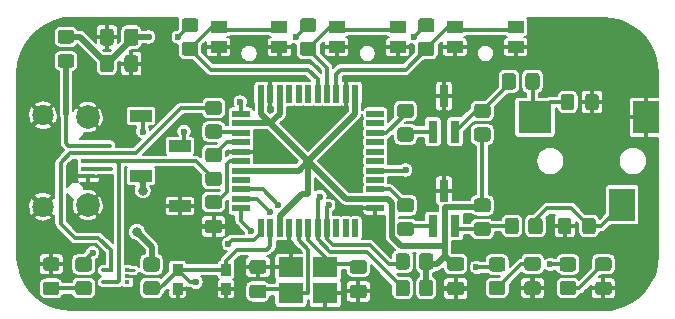
<source format=gbr>
%TF.GenerationSoftware,KiCad,Pcbnew,(5.1.9)-1*%
%TF.CreationDate,2021-12-06T20:25:47-06:00*%
%TF.ProjectId,microkfd,6d696372-6f6b-4666-942e-6b696361645f,A*%
%TF.SameCoordinates,Original*%
%TF.FileFunction,Copper,L1,Top*%
%TF.FilePolarity,Positive*%
%FSLAX46Y46*%
G04 Gerber Fmt 4.6, Leading zero omitted, Abs format (unit mm)*
G04 Created by KiCad (PCBNEW (5.1.9)-1) date 2021-12-06 20:25:47*
%MOMM*%
%LPD*%
G01*
G04 APERTURE LIST*
%TA.AperFunction,SMDPad,CuDef*%
%ADD10R,1.300000X0.450000*%
%TD*%
%TA.AperFunction,ComponentPad*%
%ADD11C,2.000000*%
%TD*%
%TA.AperFunction,ComponentPad*%
%ADD12C,1.800000*%
%TD*%
%TA.AperFunction,SMDPad,CuDef*%
%ADD13R,1.500000X0.550000*%
%TD*%
%TA.AperFunction,SMDPad,CuDef*%
%ADD14R,0.550000X1.500000*%
%TD*%
%TA.AperFunction,SMDPad,CuDef*%
%ADD15R,2.200000X2.800000*%
%TD*%
%TA.AperFunction,SMDPad,CuDef*%
%ADD16R,2.800000X2.800000*%
%TD*%
%TA.AperFunction,SMDPad,CuDef*%
%ADD17R,1.900000X1.000000*%
%TD*%
%TA.AperFunction,SMDPad,CuDef*%
%ADD18R,0.800000X1.900000*%
%TD*%
%TA.AperFunction,SMDPad,CuDef*%
%ADD19R,0.900000X1.000000*%
%TD*%
%TA.AperFunction,SMDPad,CuDef*%
%ADD20R,1.450000X1.000000*%
%TD*%
%TA.AperFunction,SMDPad,CuDef*%
%ADD21R,0.450000X0.300000*%
%TD*%
%TA.AperFunction,SMDPad,CuDef*%
%ADD22R,2.100000X1.800000*%
%TD*%
%TA.AperFunction,ViaPad*%
%ADD23C,0.600000*%
%TD*%
%TA.AperFunction,ViaPad*%
%ADD24C,0.800000*%
%TD*%
%TA.AperFunction,Conductor*%
%ADD25C,0.375000*%
%TD*%
%TA.AperFunction,Conductor*%
%ADD26C,0.250000*%
%TD*%
%TA.AperFunction,Conductor*%
%ADD27C,0.500000*%
%TD*%
%TA.AperFunction,Conductor*%
%ADD28C,0.200000*%
%TD*%
%TA.AperFunction,Conductor*%
%ADD29C,0.100000*%
%TD*%
G04 APERTURE END LIST*
D10*
%TO.P,J1,1*%
%TO.N,Net-(F1-Pad2)*%
X96400000Y-98700000D03*
%TO.P,J1,2*%
%TO.N,Net-(J1-Pad2)*%
X96400000Y-99350000D03*
%TO.P,J1,3*%
%TO.N,Net-(J1-Pad3)*%
X96400000Y-100000000D03*
%TO.P,J1,4*%
%TO.N,Net-(J1-Pad4)*%
X96400000Y-100650000D03*
%TO.P,J1,5*%
%TO.N,GND*%
X96400000Y-101300000D03*
D11*
%TO.P,J1,6*%
X96350000Y-96275000D03*
X96350000Y-103725000D03*
D12*
X92550000Y-96125000D03*
X92550000Y-103875000D03*
%TD*%
D13*
%TO.P,U2,1*%
%TO.N,LED_ACT*%
X109300000Y-96000000D03*
%TO.P,U2,2*%
%TO.N,+5V*%
X109300000Y-96800000D03*
%TO.P,U2,3*%
%TO.N,Net-(R2-Pad2)*%
X109300000Y-97600000D03*
%TO.P,U2,4*%
%TO.N,Net-(R1-Pad1)*%
X109300000Y-98400000D03*
%TO.P,U2,5*%
%TO.N,GND*%
X109300000Y-99200000D03*
%TO.P,U2,6*%
%TO.N,Net-(C3-Pad1)*%
X109300000Y-100000000D03*
%TO.P,U2,7*%
%TO.N,+5V*%
X109300000Y-100800000D03*
%TO.P,U2,8*%
%TO.N,Net-(U2-Pad8)*%
X109300000Y-101600000D03*
%TO.P,U2,9*%
%TO.N,SCK*%
X109300000Y-102400000D03*
%TO.P,U2,10*%
%TO.N,MOSI*%
X109300000Y-103200000D03*
%TO.P,U2,11*%
%TO.N,MISO*%
X109300000Y-104000000D03*
D14*
%TO.P,U2,12*%
%TO.N,LED_PWR*%
X111000000Y-105700000D03*
%TO.P,U2,13*%
%TO.N,RST*%
X111800000Y-105700000D03*
%TO.P,U2,14*%
%TO.N,+5V*%
X112600000Y-105700000D03*
%TO.P,U2,15*%
%TO.N,GND*%
X113400000Y-105700000D03*
%TO.P,U2,16*%
%TO.N,XT2*%
X114200000Y-105700000D03*
%TO.P,U2,17*%
%TO.N,XT1*%
X115000000Y-105700000D03*
%TO.P,U2,18*%
%TO.N,I2C_SCL*%
X115800000Y-105700000D03*
%TO.P,U2,19*%
%TO.N,I2C_SDA*%
X116600000Y-105700000D03*
%TO.P,U2,20*%
%TO.N,Net-(U2-Pad20)*%
X117400000Y-105700000D03*
%TO.P,U2,21*%
%TO.N,Net-(U2-Pad21)*%
X118200000Y-105700000D03*
%TO.P,U2,22*%
%TO.N,Net-(U2-Pad22)*%
X119000000Y-105700000D03*
D13*
%TO.P,U2,23*%
%TO.N,GND*%
X120700000Y-104000000D03*
%TO.P,U2,24*%
%TO.N,+5V*%
X120700000Y-103200000D03*
%TO.P,U2,25*%
%TO.N,SENSE*%
X120700000Y-102400000D03*
%TO.P,U2,26*%
%TO.N,Net-(U2-Pad26)*%
X120700000Y-101600000D03*
%TO.P,U2,27*%
%TO.N,LED_SNS*%
X120700000Y-100800000D03*
%TO.P,U2,28*%
%TO.N,Net-(U2-Pad28)*%
X120700000Y-100000000D03*
%TO.P,U2,29*%
%TO.N,Net-(U2-Pad29)*%
X120700000Y-99200000D03*
%TO.P,U2,30*%
%TO.N,Net-(U2-Pad30)*%
X120700000Y-98400000D03*
%TO.P,U2,31*%
%TO.N,DATA*%
X120700000Y-97600000D03*
%TO.P,U2,32*%
%TO.N,Net-(U2-Pad32)*%
X120700000Y-96800000D03*
%TO.P,U2,33*%
%TO.N,Net-(U2-Pad33)*%
X120700000Y-96000000D03*
D14*
%TO.P,U2,34*%
%TO.N,+5V*%
X119000000Y-94300000D03*
%TO.P,U2,35*%
%TO.N,GND*%
X118200000Y-94300000D03*
%TO.P,U2,36*%
%TO.N,SW_UP*%
X117400000Y-94300000D03*
%TO.P,U2,37*%
%TO.N,SW_ENT*%
X116600000Y-94300000D03*
%TO.P,U2,38*%
%TO.N,SW_DN*%
X115800000Y-94300000D03*
%TO.P,U2,39*%
%TO.N,Net-(U2-Pad39)*%
X115000000Y-94300000D03*
%TO.P,U2,40*%
%TO.N,Net-(U2-Pad40)*%
X114200000Y-94300000D03*
%TO.P,U2,41*%
%TO.N,Net-(U2-Pad41)*%
X113400000Y-94300000D03*
%TO.P,U2,42*%
%TO.N,+5V*%
X112600000Y-94300000D03*
%TO.P,U2,43*%
%TO.N,GND*%
X111800000Y-94300000D03*
%TO.P,U2,44*%
%TO.N,+5V*%
X111000000Y-94300000D03*
%TD*%
%TO.P,C1,2*%
%TO.N,XT1*%
%TA.AperFunction,SMDPad,CuDef*%
G36*
G01*
X119725000Y-109550000D02*
X118775000Y-109550000D01*
G75*
G02*
X118525000Y-109300000I0J250000D01*
G01*
X118525000Y-108625000D01*
G75*
G02*
X118775000Y-108375000I250000J0D01*
G01*
X119725000Y-108375000D01*
G75*
G02*
X119975000Y-108625000I0J-250000D01*
G01*
X119975000Y-109300000D01*
G75*
G02*
X119725000Y-109550000I-250000J0D01*
G01*
G37*
%TD.AperFunction*%
%TO.P,C1,1*%
%TO.N,GND*%
%TA.AperFunction,SMDPad,CuDef*%
G36*
G01*
X119725000Y-111625000D02*
X118775000Y-111625000D01*
G75*
G02*
X118525000Y-111375000I0J250000D01*
G01*
X118525000Y-110700000D01*
G75*
G02*
X118775000Y-110450000I250000J0D01*
G01*
X119725000Y-110450000D01*
G75*
G02*
X119975000Y-110700000I0J-250000D01*
G01*
X119975000Y-111375000D01*
G75*
G02*
X119725000Y-111625000I-250000J0D01*
G01*
G37*
%TD.AperFunction*%
%TD*%
%TO.P,C2,2*%
%TO.N,XT2*%
%TA.AperFunction,SMDPad,CuDef*%
G36*
G01*
X110275000Y-110450000D02*
X111225000Y-110450000D01*
G75*
G02*
X111475000Y-110700000I0J-250000D01*
G01*
X111475000Y-111375000D01*
G75*
G02*
X111225000Y-111625000I-250000J0D01*
G01*
X110275000Y-111625000D01*
G75*
G02*
X110025000Y-111375000I0J250000D01*
G01*
X110025000Y-110700000D01*
G75*
G02*
X110275000Y-110450000I250000J0D01*
G01*
G37*
%TD.AperFunction*%
%TO.P,C2,1*%
%TO.N,GND*%
%TA.AperFunction,SMDPad,CuDef*%
G36*
G01*
X110275000Y-108375000D02*
X111225000Y-108375000D01*
G75*
G02*
X111475000Y-108625000I0J-250000D01*
G01*
X111475000Y-109300000D01*
G75*
G02*
X111225000Y-109550000I-250000J0D01*
G01*
X110275000Y-109550000D01*
G75*
G02*
X110025000Y-109300000I0J250000D01*
G01*
X110025000Y-108625000D01*
G75*
G02*
X110275000Y-108375000I250000J0D01*
G01*
G37*
%TD.AperFunction*%
%TD*%
%TO.P,C3,1*%
%TO.N,Net-(C3-Pad1)*%
%TA.AperFunction,SMDPad,CuDef*%
G36*
G01*
X106525000Y-102875000D02*
X107475000Y-102875000D01*
G75*
G02*
X107725000Y-103125000I0J-250000D01*
G01*
X107725000Y-103800000D01*
G75*
G02*
X107475000Y-104050000I-250000J0D01*
G01*
X106525000Y-104050000D01*
G75*
G02*
X106275000Y-103800000I0J250000D01*
G01*
X106275000Y-103125000D01*
G75*
G02*
X106525000Y-102875000I250000J0D01*
G01*
G37*
%TD.AperFunction*%
%TO.P,C3,2*%
%TO.N,GND*%
%TA.AperFunction,SMDPad,CuDef*%
G36*
G01*
X106525000Y-104950000D02*
X107475000Y-104950000D01*
G75*
G02*
X107725000Y-105200000I0J-250000D01*
G01*
X107725000Y-105875000D01*
G75*
G02*
X107475000Y-106125000I-250000J0D01*
G01*
X106525000Y-106125000D01*
G75*
G02*
X106275000Y-105875000I0J250000D01*
G01*
X106275000Y-105200000D01*
G75*
G02*
X106525000Y-104950000I250000J0D01*
G01*
G37*
%TD.AperFunction*%
%TD*%
%TO.P,C4,1*%
%TO.N,GND*%
%TA.AperFunction,SMDPad,CuDef*%
G36*
G01*
X97375000Y-89975000D02*
X97375000Y-89025000D01*
G75*
G02*
X97625000Y-88775000I250000J0D01*
G01*
X98300000Y-88775000D01*
G75*
G02*
X98550000Y-89025000I0J-250000D01*
G01*
X98550000Y-89975000D01*
G75*
G02*
X98300000Y-90225000I-250000J0D01*
G01*
X97625000Y-90225000D01*
G75*
G02*
X97375000Y-89975000I0J250000D01*
G01*
G37*
%TD.AperFunction*%
%TO.P,C4,2*%
%TO.N,+5V*%
%TA.AperFunction,SMDPad,CuDef*%
G36*
G01*
X99450000Y-89975000D02*
X99450000Y-89025000D01*
G75*
G02*
X99700000Y-88775000I250000J0D01*
G01*
X100375000Y-88775000D01*
G75*
G02*
X100625000Y-89025000I0J-250000D01*
G01*
X100625000Y-89975000D01*
G75*
G02*
X100375000Y-90225000I-250000J0D01*
G01*
X99700000Y-90225000D01*
G75*
G02*
X99450000Y-89975000I0J250000D01*
G01*
G37*
%TD.AperFunction*%
%TD*%
%TO.P,C5,1*%
%TO.N,GND*%
%TA.AperFunction,SMDPad,CuDef*%
G36*
G01*
X127975000Y-111375000D02*
X127025000Y-111375000D01*
G75*
G02*
X126775000Y-111125000I0J250000D01*
G01*
X126775000Y-110450000D01*
G75*
G02*
X127025000Y-110200000I250000J0D01*
G01*
X127975000Y-110200000D01*
G75*
G02*
X128225000Y-110450000I0J-250000D01*
G01*
X128225000Y-111125000D01*
G75*
G02*
X127975000Y-111375000I-250000J0D01*
G01*
G37*
%TD.AperFunction*%
%TO.P,C5,2*%
%TO.N,+5V*%
%TA.AperFunction,SMDPad,CuDef*%
G36*
G01*
X127975000Y-109300000D02*
X127025000Y-109300000D01*
G75*
G02*
X126775000Y-109050000I0J250000D01*
G01*
X126775000Y-108375000D01*
G75*
G02*
X127025000Y-108125000I250000J0D01*
G01*
X127975000Y-108125000D01*
G75*
G02*
X128225000Y-108375000I0J-250000D01*
G01*
X128225000Y-109050000D01*
G75*
G02*
X127975000Y-109300000I-250000J0D01*
G01*
G37*
%TD.AperFunction*%
%TD*%
%TO.P,C6,2*%
%TO.N,GND*%
%TA.AperFunction,SMDPad,CuDef*%
G36*
G01*
X99450000Y-92225000D02*
X99450000Y-91275000D01*
G75*
G02*
X99700000Y-91025000I250000J0D01*
G01*
X100375000Y-91025000D01*
G75*
G02*
X100625000Y-91275000I0J-250000D01*
G01*
X100625000Y-92225000D01*
G75*
G02*
X100375000Y-92475000I-250000J0D01*
G01*
X99700000Y-92475000D01*
G75*
G02*
X99450000Y-92225000I0J250000D01*
G01*
G37*
%TD.AperFunction*%
%TO.P,C6,1*%
%TO.N,+5V*%
%TA.AperFunction,SMDPad,CuDef*%
G36*
G01*
X97375000Y-92225000D02*
X97375000Y-91275000D01*
G75*
G02*
X97625000Y-91025000I250000J0D01*
G01*
X98300000Y-91025000D01*
G75*
G02*
X98550000Y-91275000I0J-250000D01*
G01*
X98550000Y-92225000D01*
G75*
G02*
X98300000Y-92475000I-250000J0D01*
G01*
X97625000Y-92475000D01*
G75*
G02*
X97375000Y-92225000I0J250000D01*
G01*
G37*
%TD.AperFunction*%
%TD*%
%TO.P,D1,1*%
%TO.N,Net-(D1-Pad1)*%
%TA.AperFunction,SMDPad,CuDef*%
G36*
G01*
X136400000Y-95450001D02*
X136400000Y-94549999D01*
G75*
G02*
X136649999Y-94300000I249999J0D01*
G01*
X137300001Y-94300000D01*
G75*
G02*
X137550000Y-94549999I0J-249999D01*
G01*
X137550000Y-95450001D01*
G75*
G02*
X137300001Y-95700000I-249999J0D01*
G01*
X136649999Y-95700000D01*
G75*
G02*
X136400000Y-95450001I0J249999D01*
G01*
G37*
%TD.AperFunction*%
%TO.P,D1,2*%
%TO.N,GND*%
%TA.AperFunction,SMDPad,CuDef*%
G36*
G01*
X138450000Y-95450001D02*
X138450000Y-94549999D01*
G75*
G02*
X138699999Y-94300000I249999J0D01*
G01*
X139350001Y-94300000D01*
G75*
G02*
X139600000Y-94549999I0J-249999D01*
G01*
X139600000Y-95450001D01*
G75*
G02*
X139350001Y-95700000I-249999J0D01*
G01*
X138699999Y-95700000D01*
G75*
G02*
X138450000Y-95450001I0J249999D01*
G01*
G37*
%TD.AperFunction*%
%TD*%
%TO.P,D2,1*%
%TO.N,Net-(D2-Pad1)*%
%TA.AperFunction,SMDPad,CuDef*%
G36*
G01*
X139350000Y-105049999D02*
X139350000Y-105950001D01*
G75*
G02*
X139100001Y-106200000I-249999J0D01*
G01*
X138449999Y-106200000D01*
G75*
G02*
X138200000Y-105950001I0J249999D01*
G01*
X138200000Y-105049999D01*
G75*
G02*
X138449999Y-104800000I249999J0D01*
G01*
X139100001Y-104800000D01*
G75*
G02*
X139350000Y-105049999I0J-249999D01*
G01*
G37*
%TD.AperFunction*%
%TO.P,D2,2*%
%TO.N,GND*%
%TA.AperFunction,SMDPad,CuDef*%
G36*
G01*
X137300000Y-105049999D02*
X137300000Y-105950001D01*
G75*
G02*
X137050001Y-106200000I-249999J0D01*
G01*
X136399999Y-106200000D01*
G75*
G02*
X136150000Y-105950001I0J249999D01*
G01*
X136150000Y-105049999D01*
G75*
G02*
X136399999Y-104800000I249999J0D01*
G01*
X137050001Y-104800000D01*
G75*
G02*
X137300000Y-105049999I0J-249999D01*
G01*
G37*
%TD.AperFunction*%
%TD*%
%TO.P,D3,2*%
%TO.N,Net-(D3-Pad2)*%
%TA.AperFunction,SMDPad,CuDef*%
G36*
G01*
X92799999Y-110200000D02*
X93700001Y-110200000D01*
G75*
G02*
X93950000Y-110449999I0J-249999D01*
G01*
X93950000Y-111100001D01*
G75*
G02*
X93700001Y-111350000I-249999J0D01*
G01*
X92799999Y-111350000D01*
G75*
G02*
X92550000Y-111100001I0J249999D01*
G01*
X92550000Y-110449999D01*
G75*
G02*
X92799999Y-110200000I249999J0D01*
G01*
G37*
%TD.AperFunction*%
%TO.P,D3,1*%
%TO.N,GND*%
%TA.AperFunction,SMDPad,CuDef*%
G36*
G01*
X92799999Y-108150000D02*
X93700001Y-108150000D01*
G75*
G02*
X93950000Y-108399999I0J-249999D01*
G01*
X93950000Y-109050001D01*
G75*
G02*
X93700001Y-109300000I-249999J0D01*
G01*
X92799999Y-109300000D01*
G75*
G02*
X92550000Y-109050001I0J249999D01*
G01*
X92550000Y-108399999D01*
G75*
G02*
X92799999Y-108150000I249999J0D01*
G01*
G37*
%TD.AperFunction*%
%TD*%
%TO.P,D4,1*%
%TO.N,GND*%
%TA.AperFunction,SMDPad,CuDef*%
G36*
G01*
X134450001Y-111325000D02*
X133549999Y-111325000D01*
G75*
G02*
X133300000Y-111075001I0J249999D01*
G01*
X133300000Y-110424999D01*
G75*
G02*
X133549999Y-110175000I249999J0D01*
G01*
X134450001Y-110175000D01*
G75*
G02*
X134700000Y-110424999I0J-249999D01*
G01*
X134700000Y-111075001D01*
G75*
G02*
X134450001Y-111325000I-249999J0D01*
G01*
G37*
%TD.AperFunction*%
%TO.P,D4,2*%
%TO.N,Net-(D4-Pad2)*%
%TA.AperFunction,SMDPad,CuDef*%
G36*
G01*
X134450001Y-109275000D02*
X133549999Y-109275000D01*
G75*
G02*
X133300000Y-109025001I0J249999D01*
G01*
X133300000Y-108374999D01*
G75*
G02*
X133549999Y-108125000I249999J0D01*
G01*
X134450001Y-108125000D01*
G75*
G02*
X134700000Y-108374999I0J-249999D01*
G01*
X134700000Y-109025001D01*
G75*
G02*
X134450001Y-109275000I-249999J0D01*
G01*
G37*
%TD.AperFunction*%
%TD*%
%TO.P,D5,2*%
%TO.N,Net-(D5-Pad2)*%
%TA.AperFunction,SMDPad,CuDef*%
G36*
G01*
X140450001Y-109300000D02*
X139549999Y-109300000D01*
G75*
G02*
X139300000Y-109050001I0J249999D01*
G01*
X139300000Y-108399999D01*
G75*
G02*
X139549999Y-108150000I249999J0D01*
G01*
X140450001Y-108150000D01*
G75*
G02*
X140700000Y-108399999I0J-249999D01*
G01*
X140700000Y-109050001D01*
G75*
G02*
X140450001Y-109300000I-249999J0D01*
G01*
G37*
%TD.AperFunction*%
%TO.P,D5,1*%
%TO.N,GND*%
%TA.AperFunction,SMDPad,CuDef*%
G36*
G01*
X140450001Y-111350000D02*
X139549999Y-111350000D01*
G75*
G02*
X139300000Y-111100001I0J249999D01*
G01*
X139300000Y-110449999D01*
G75*
G02*
X139549999Y-110200000I249999J0D01*
G01*
X140450001Y-110200000D01*
G75*
G02*
X140700000Y-110449999I0J-249999D01*
G01*
X140700000Y-111100001D01*
G75*
G02*
X140450001Y-111350000I-249999J0D01*
G01*
G37*
%TD.AperFunction*%
%TD*%
%TO.P,F1,1*%
%TO.N,+5V*%
%TA.AperFunction,SMDPad,CuDef*%
G36*
G01*
X94049999Y-88900000D02*
X94950001Y-88900000D01*
G75*
G02*
X95200000Y-89149999I0J-249999D01*
G01*
X95200000Y-89800001D01*
G75*
G02*
X94950001Y-90050000I-249999J0D01*
G01*
X94049999Y-90050000D01*
G75*
G02*
X93800000Y-89800001I0J249999D01*
G01*
X93800000Y-89149999D01*
G75*
G02*
X94049999Y-88900000I249999J0D01*
G01*
G37*
%TD.AperFunction*%
%TO.P,F1,2*%
%TO.N,Net-(F1-Pad2)*%
%TA.AperFunction,SMDPad,CuDef*%
G36*
G01*
X94049999Y-90950000D02*
X94950001Y-90950000D01*
G75*
G02*
X95200000Y-91199999I0J-249999D01*
G01*
X95200000Y-91850001D01*
G75*
G02*
X94950001Y-92100000I-249999J0D01*
G01*
X94049999Y-92100000D01*
G75*
G02*
X93800000Y-91850001I0J249999D01*
G01*
X93800000Y-91199999D01*
G75*
G02*
X94049999Y-90950000I249999J0D01*
G01*
G37*
%TD.AperFunction*%
%TD*%
D15*
%TO.P,J2,R*%
%TO.N,Net-(D2-Pad1)*%
X141600000Y-103700000D03*
%TO.P,J2,S*%
%TO.N,GND*%
X143600000Y-96300000D03*
D16*
%TO.P,J2,T*%
%TO.N,Net-(D1-Pad1)*%
X134200000Y-96300000D03*
%TD*%
D17*
%TO.P,J3,1*%
%TO.N,GND*%
X104150000Y-103810000D03*
%TO.P,J3,3*%
%TO.N,I2C_SDA*%
X104150000Y-98730000D03*
%TO.P,J3,2*%
%TO.N,+5V*%
X100850000Y-101270000D03*
%TO.P,J3,4*%
%TO.N,I2C_SCL*%
X100850000Y-96190000D03*
%TD*%
D18*
%TO.P,Q1,1*%
%TO.N,Net-(Q1-Pad1)*%
X125550000Y-97500000D03*
%TO.P,Q1,2*%
%TO.N,Net-(Q1-Pad2)*%
X127450000Y-97500000D03*
%TO.P,Q1,3*%
%TO.N,GND*%
X126500000Y-94500000D03*
%TD*%
%TO.P,Q2,3*%
%TO.N,GND*%
X126500000Y-102500000D03*
%TO.P,Q2,2*%
%TO.N,Net-(Q2-Pad2)*%
X127450000Y-105500000D03*
%TO.P,Q2,1*%
%TO.N,Net-(Q2-Pad1)*%
X125550000Y-105500000D03*
%TD*%
%TO.P,R1,1*%
%TO.N,Net-(R1-Pad1)*%
%TA.AperFunction,SMDPad,CuDef*%
G36*
G01*
X106549999Y-98900000D02*
X107450001Y-98900000D01*
G75*
G02*
X107700000Y-99149999I0J-249999D01*
G01*
X107700000Y-99850001D01*
G75*
G02*
X107450001Y-100100000I-249999J0D01*
G01*
X106549999Y-100100000D01*
G75*
G02*
X106300000Y-99850001I0J249999D01*
G01*
X106300000Y-99149999D01*
G75*
G02*
X106549999Y-98900000I249999J0D01*
G01*
G37*
%TD.AperFunction*%
%TO.P,R1,2*%
%TO.N,Net-(J1-Pad3)*%
%TA.AperFunction,SMDPad,CuDef*%
G36*
G01*
X106549999Y-100900000D02*
X107450001Y-100900000D01*
G75*
G02*
X107700000Y-101149999I0J-249999D01*
G01*
X107700000Y-101850001D01*
G75*
G02*
X107450001Y-102100000I-249999J0D01*
G01*
X106549999Y-102100000D01*
G75*
G02*
X106300000Y-101850001I0J249999D01*
G01*
X106300000Y-101149999D01*
G75*
G02*
X106549999Y-100900000I249999J0D01*
G01*
G37*
%TD.AperFunction*%
%TD*%
%TO.P,R2,2*%
%TO.N,Net-(R2-Pad2)*%
%TA.AperFunction,SMDPad,CuDef*%
G36*
G01*
X106549999Y-96900000D02*
X107450001Y-96900000D01*
G75*
G02*
X107700000Y-97149999I0J-249999D01*
G01*
X107700000Y-97850001D01*
G75*
G02*
X107450001Y-98100000I-249999J0D01*
G01*
X106549999Y-98100000D01*
G75*
G02*
X106300000Y-97850001I0J249999D01*
G01*
X106300000Y-97149999D01*
G75*
G02*
X106549999Y-96900000I249999J0D01*
G01*
G37*
%TD.AperFunction*%
%TO.P,R2,1*%
%TO.N,Net-(J1-Pad2)*%
%TA.AperFunction,SMDPad,CuDef*%
G36*
G01*
X106549999Y-94900000D02*
X107450001Y-94900000D01*
G75*
G02*
X107700000Y-95149999I0J-249999D01*
G01*
X107700000Y-95850001D01*
G75*
G02*
X107450001Y-96100000I-249999J0D01*
G01*
X106549999Y-96100000D01*
G75*
G02*
X106300000Y-95850001I0J249999D01*
G01*
X106300000Y-95149999D01*
G75*
G02*
X106549999Y-94900000I249999J0D01*
G01*
G37*
%TD.AperFunction*%
%TD*%
%TO.P,R3,2*%
%TO.N,+5V*%
%TA.AperFunction,SMDPad,CuDef*%
G36*
G01*
X102200001Y-109350000D02*
X101299999Y-109350000D01*
G75*
G02*
X101050000Y-109100001I0J249999D01*
G01*
X101050000Y-108399999D01*
G75*
G02*
X101299999Y-108150000I249999J0D01*
G01*
X102200001Y-108150000D01*
G75*
G02*
X102450000Y-108399999I0J-249999D01*
G01*
X102450000Y-109100001D01*
G75*
G02*
X102200001Y-109350000I-249999J0D01*
G01*
G37*
%TD.AperFunction*%
%TO.P,R3,1*%
%TO.N,RST*%
%TA.AperFunction,SMDPad,CuDef*%
G36*
G01*
X102200001Y-111350000D02*
X101299999Y-111350000D01*
G75*
G02*
X101050000Y-111100001I0J249999D01*
G01*
X101050000Y-110399999D01*
G75*
G02*
X101299999Y-110150000I249999J0D01*
G01*
X102200001Y-110150000D01*
G75*
G02*
X102450000Y-110399999I0J-249999D01*
G01*
X102450000Y-111100001D01*
G75*
G02*
X102200001Y-111350000I-249999J0D01*
G01*
G37*
%TD.AperFunction*%
%TD*%
%TO.P,R4,1*%
%TO.N,I2C_SCL*%
%TA.AperFunction,SMDPad,CuDef*%
G36*
G01*
X122400000Y-111200001D02*
X122400000Y-110299999D01*
G75*
G02*
X122649999Y-110050000I249999J0D01*
G01*
X123350001Y-110050000D01*
G75*
G02*
X123600000Y-110299999I0J-249999D01*
G01*
X123600000Y-111200001D01*
G75*
G02*
X123350001Y-111450000I-249999J0D01*
G01*
X122649999Y-111450000D01*
G75*
G02*
X122400000Y-111200001I0J249999D01*
G01*
G37*
%TD.AperFunction*%
%TO.P,R4,2*%
%TO.N,+5V*%
%TA.AperFunction,SMDPad,CuDef*%
G36*
G01*
X124400000Y-111200001D02*
X124400000Y-110299999D01*
G75*
G02*
X124649999Y-110050000I249999J0D01*
G01*
X125350001Y-110050000D01*
G75*
G02*
X125600000Y-110299999I0J-249999D01*
G01*
X125600000Y-111200001D01*
G75*
G02*
X125350001Y-111450000I-249999J0D01*
G01*
X124649999Y-111450000D01*
G75*
G02*
X124400000Y-111200001I0J249999D01*
G01*
G37*
%TD.AperFunction*%
%TD*%
%TO.P,R5,2*%
%TO.N,+5V*%
%TA.AperFunction,SMDPad,CuDef*%
G36*
G01*
X105450001Y-89100000D02*
X104549999Y-89100000D01*
G75*
G02*
X104300000Y-88850001I0J249999D01*
G01*
X104300000Y-88149999D01*
G75*
G02*
X104549999Y-87900000I249999J0D01*
G01*
X105450001Y-87900000D01*
G75*
G02*
X105700000Y-88149999I0J-249999D01*
G01*
X105700000Y-88850001D01*
G75*
G02*
X105450001Y-89100000I-249999J0D01*
G01*
G37*
%TD.AperFunction*%
%TO.P,R5,1*%
%TO.N,SW_DN*%
%TA.AperFunction,SMDPad,CuDef*%
G36*
G01*
X105450001Y-91100000D02*
X104549999Y-91100000D01*
G75*
G02*
X104300000Y-90850001I0J249999D01*
G01*
X104300000Y-90149999D01*
G75*
G02*
X104549999Y-89900000I249999J0D01*
G01*
X105450001Y-89900000D01*
G75*
G02*
X105700000Y-90149999I0J-249999D01*
G01*
X105700000Y-90850001D01*
G75*
G02*
X105450001Y-91100000I-249999J0D01*
G01*
G37*
%TD.AperFunction*%
%TD*%
%TO.P,R6,1*%
%TO.N,I2C_SDA*%
%TA.AperFunction,SMDPad,CuDef*%
G36*
G01*
X122400000Y-108950001D02*
X122400000Y-108049999D01*
G75*
G02*
X122649999Y-107800000I249999J0D01*
G01*
X123350001Y-107800000D01*
G75*
G02*
X123600000Y-108049999I0J-249999D01*
G01*
X123600000Y-108950001D01*
G75*
G02*
X123350001Y-109200000I-249999J0D01*
G01*
X122649999Y-109200000D01*
G75*
G02*
X122400000Y-108950001I0J249999D01*
G01*
G37*
%TD.AperFunction*%
%TO.P,R6,2*%
%TO.N,+5V*%
%TA.AperFunction,SMDPad,CuDef*%
G36*
G01*
X124400000Y-108950001D02*
X124400000Y-108049999D01*
G75*
G02*
X124649999Y-107800000I249999J0D01*
G01*
X125350001Y-107800000D01*
G75*
G02*
X125600000Y-108049999I0J-249999D01*
G01*
X125600000Y-108950001D01*
G75*
G02*
X125350001Y-109200000I-249999J0D01*
G01*
X124649999Y-109200000D01*
G75*
G02*
X124400000Y-108950001I0J249999D01*
G01*
G37*
%TD.AperFunction*%
%TD*%
%TO.P,R7,1*%
%TO.N,SW_ENT*%
%TA.AperFunction,SMDPad,CuDef*%
G36*
G01*
X115450001Y-91100000D02*
X114549999Y-91100000D01*
G75*
G02*
X114300000Y-90850001I0J249999D01*
G01*
X114300000Y-90149999D01*
G75*
G02*
X114549999Y-89900000I249999J0D01*
G01*
X115450001Y-89900000D01*
G75*
G02*
X115700000Y-90149999I0J-249999D01*
G01*
X115700000Y-90850001D01*
G75*
G02*
X115450001Y-91100000I-249999J0D01*
G01*
G37*
%TD.AperFunction*%
%TO.P,R7,2*%
%TO.N,+5V*%
%TA.AperFunction,SMDPad,CuDef*%
G36*
G01*
X115450001Y-89100000D02*
X114549999Y-89100000D01*
G75*
G02*
X114300000Y-88850001I0J249999D01*
G01*
X114300000Y-88149999D01*
G75*
G02*
X114549999Y-87900000I249999J0D01*
G01*
X115450001Y-87900000D01*
G75*
G02*
X115700000Y-88149999I0J-249999D01*
G01*
X115700000Y-88850001D01*
G75*
G02*
X115450001Y-89100000I-249999J0D01*
G01*
G37*
%TD.AperFunction*%
%TD*%
%TO.P,R8,2*%
%TO.N,DATA*%
%TA.AperFunction,SMDPad,CuDef*%
G36*
G01*
X123700001Y-96350000D02*
X122799999Y-96350000D01*
G75*
G02*
X122550000Y-96100001I0J249999D01*
G01*
X122550000Y-95399999D01*
G75*
G02*
X122799999Y-95150000I249999J0D01*
G01*
X123700001Y-95150000D01*
G75*
G02*
X123950000Y-95399999I0J-249999D01*
G01*
X123950000Y-96100001D01*
G75*
G02*
X123700001Y-96350000I-249999J0D01*
G01*
G37*
%TD.AperFunction*%
%TO.P,R8,1*%
%TO.N,Net-(Q1-Pad1)*%
%TA.AperFunction,SMDPad,CuDef*%
G36*
G01*
X123700001Y-98350000D02*
X122799999Y-98350000D01*
G75*
G02*
X122550000Y-98100001I0J249999D01*
G01*
X122550000Y-97399999D01*
G75*
G02*
X122799999Y-97150000I249999J0D01*
G01*
X123700001Y-97150000D01*
G75*
G02*
X123950000Y-97399999I0J-249999D01*
G01*
X123950000Y-98100001D01*
G75*
G02*
X123700001Y-98350000I-249999J0D01*
G01*
G37*
%TD.AperFunction*%
%TD*%
%TO.P,R9,1*%
%TO.N,Net-(Q2-Pad1)*%
%TA.AperFunction,SMDPad,CuDef*%
G36*
G01*
X123700001Y-106350000D02*
X122799999Y-106350000D01*
G75*
G02*
X122550000Y-106100001I0J249999D01*
G01*
X122550000Y-105399999D01*
G75*
G02*
X122799999Y-105150000I249999J0D01*
G01*
X123700001Y-105150000D01*
G75*
G02*
X123950000Y-105399999I0J-249999D01*
G01*
X123950000Y-106100001D01*
G75*
G02*
X123700001Y-106350000I-249999J0D01*
G01*
G37*
%TD.AperFunction*%
%TO.P,R9,2*%
%TO.N,SENSE*%
%TA.AperFunction,SMDPad,CuDef*%
G36*
G01*
X123700001Y-104350000D02*
X122799999Y-104350000D01*
G75*
G02*
X122550000Y-104100001I0J249999D01*
G01*
X122550000Y-103399999D01*
G75*
G02*
X122799999Y-103150000I249999J0D01*
G01*
X123700001Y-103150000D01*
G75*
G02*
X123950000Y-103399999I0J-249999D01*
G01*
X123950000Y-104100001D01*
G75*
G02*
X123700001Y-104350000I-249999J0D01*
G01*
G37*
%TD.AperFunction*%
%TD*%
%TO.P,R10,1*%
%TO.N,Net-(Q1-Pad2)*%
%TA.AperFunction,SMDPad,CuDef*%
G36*
G01*
X129299999Y-95150000D02*
X130200001Y-95150000D01*
G75*
G02*
X130450000Y-95399999I0J-249999D01*
G01*
X130450000Y-96100001D01*
G75*
G02*
X130200001Y-96350000I-249999J0D01*
G01*
X129299999Y-96350000D01*
G75*
G02*
X129050000Y-96100001I0J249999D01*
G01*
X129050000Y-95399999D01*
G75*
G02*
X129299999Y-95150000I249999J0D01*
G01*
G37*
%TD.AperFunction*%
%TO.P,R10,2*%
%TO.N,+5V*%
%TA.AperFunction,SMDPad,CuDef*%
G36*
G01*
X129299999Y-97150000D02*
X130200001Y-97150000D01*
G75*
G02*
X130450000Y-97399999I0J-249999D01*
G01*
X130450000Y-98100001D01*
G75*
G02*
X130200001Y-98350000I-249999J0D01*
G01*
X129299999Y-98350000D01*
G75*
G02*
X129050000Y-98100001I0J249999D01*
G01*
X129050000Y-97399999D01*
G75*
G02*
X129299999Y-97150000I249999J0D01*
G01*
G37*
%TD.AperFunction*%
%TD*%
%TO.P,R11,1*%
%TO.N,Net-(Q2-Pad2)*%
%TA.AperFunction,SMDPad,CuDef*%
G36*
G01*
X130200001Y-106350000D02*
X129299999Y-106350000D01*
G75*
G02*
X129050000Y-106100001I0J249999D01*
G01*
X129050000Y-105399999D01*
G75*
G02*
X129299999Y-105150000I249999J0D01*
G01*
X130200001Y-105150000D01*
G75*
G02*
X130450000Y-105399999I0J-249999D01*
G01*
X130450000Y-106100001D01*
G75*
G02*
X130200001Y-106350000I-249999J0D01*
G01*
G37*
%TD.AperFunction*%
%TO.P,R11,2*%
%TO.N,+5V*%
%TA.AperFunction,SMDPad,CuDef*%
G36*
G01*
X130200001Y-104350000D02*
X129299999Y-104350000D01*
G75*
G02*
X129050000Y-104100001I0J249999D01*
G01*
X129050000Y-103399999D01*
G75*
G02*
X129299999Y-103150000I249999J0D01*
G01*
X130200001Y-103150000D01*
G75*
G02*
X130450000Y-103399999I0J-249999D01*
G01*
X130450000Y-104100001D01*
G75*
G02*
X130200001Y-104350000I-249999J0D01*
G01*
G37*
%TD.AperFunction*%
%TD*%
%TO.P,R12,2*%
%TO.N,+5V*%
%TA.AperFunction,SMDPad,CuDef*%
G36*
G01*
X125450001Y-89100000D02*
X124549999Y-89100000D01*
G75*
G02*
X124300000Y-88850001I0J249999D01*
G01*
X124300000Y-88149999D01*
G75*
G02*
X124549999Y-87900000I249999J0D01*
G01*
X125450001Y-87900000D01*
G75*
G02*
X125700000Y-88149999I0J-249999D01*
G01*
X125700000Y-88850001D01*
G75*
G02*
X125450001Y-89100000I-249999J0D01*
G01*
G37*
%TD.AperFunction*%
%TO.P,R12,1*%
%TO.N,SW_UP*%
%TA.AperFunction,SMDPad,CuDef*%
G36*
G01*
X125450001Y-91100000D02*
X124549999Y-91100000D01*
G75*
G02*
X124300000Y-90850001I0J249999D01*
G01*
X124300000Y-90149999D01*
G75*
G02*
X124549999Y-89900000I249999J0D01*
G01*
X125450001Y-89900000D01*
G75*
G02*
X125700000Y-90149999I0J-249999D01*
G01*
X125700000Y-90850001D01*
G75*
G02*
X125450001Y-91100000I-249999J0D01*
G01*
G37*
%TD.AperFunction*%
%TD*%
%TO.P,R13,1*%
%TO.N,Net-(Q1-Pad2)*%
%TA.AperFunction,SMDPad,CuDef*%
G36*
G01*
X131400000Y-93700001D02*
X131400000Y-92799999D01*
G75*
G02*
X131649999Y-92550000I249999J0D01*
G01*
X132350001Y-92550000D01*
G75*
G02*
X132600000Y-92799999I0J-249999D01*
G01*
X132600000Y-93700001D01*
G75*
G02*
X132350001Y-93950000I-249999J0D01*
G01*
X131649999Y-93950000D01*
G75*
G02*
X131400000Y-93700001I0J249999D01*
G01*
G37*
%TD.AperFunction*%
%TO.P,R13,2*%
%TO.N,Net-(D1-Pad1)*%
%TA.AperFunction,SMDPad,CuDef*%
G36*
G01*
X133400000Y-93700001D02*
X133400000Y-92799999D01*
G75*
G02*
X133649999Y-92550000I249999J0D01*
G01*
X134350001Y-92550000D01*
G75*
G02*
X134600000Y-92799999I0J-249999D01*
G01*
X134600000Y-93700001D01*
G75*
G02*
X134350001Y-93950000I-249999J0D01*
G01*
X133649999Y-93950000D01*
G75*
G02*
X133400000Y-93700001I0J249999D01*
G01*
G37*
%TD.AperFunction*%
%TD*%
%TO.P,R14,2*%
%TO.N,Net-(D2-Pad1)*%
%TA.AperFunction,SMDPad,CuDef*%
G36*
G01*
X133650000Y-105950001D02*
X133650000Y-105049999D01*
G75*
G02*
X133899999Y-104800000I249999J0D01*
G01*
X134600001Y-104800000D01*
G75*
G02*
X134850000Y-105049999I0J-249999D01*
G01*
X134850000Y-105950001D01*
G75*
G02*
X134600001Y-106200000I-249999J0D01*
G01*
X133899999Y-106200000D01*
G75*
G02*
X133650000Y-105950001I0J249999D01*
G01*
G37*
%TD.AperFunction*%
%TO.P,R14,1*%
%TO.N,Net-(Q2-Pad2)*%
%TA.AperFunction,SMDPad,CuDef*%
G36*
G01*
X131650000Y-105950001D02*
X131650000Y-105049999D01*
G75*
G02*
X131899999Y-104800000I249999J0D01*
G01*
X132600001Y-104800000D01*
G75*
G02*
X132850000Y-105049999I0J-249999D01*
G01*
X132850000Y-105950001D01*
G75*
G02*
X132600001Y-106200000I-249999J0D01*
G01*
X131899999Y-106200000D01*
G75*
G02*
X131650000Y-105950001I0J249999D01*
G01*
G37*
%TD.AperFunction*%
%TD*%
%TO.P,R15,2*%
%TO.N,Net-(D3-Pad2)*%
%TA.AperFunction,SMDPad,CuDef*%
G36*
G01*
X95549999Y-110150000D02*
X96450001Y-110150000D01*
G75*
G02*
X96700000Y-110399999I0J-249999D01*
G01*
X96700000Y-111100001D01*
G75*
G02*
X96450001Y-111350000I-249999J0D01*
G01*
X95549999Y-111350000D01*
G75*
G02*
X95300000Y-111100001I0J249999D01*
G01*
X95300000Y-110399999D01*
G75*
G02*
X95549999Y-110150000I249999J0D01*
G01*
G37*
%TD.AperFunction*%
%TO.P,R15,1*%
%TO.N,LED_PWR*%
%TA.AperFunction,SMDPad,CuDef*%
G36*
G01*
X95549999Y-108150000D02*
X96450001Y-108150000D01*
G75*
G02*
X96700000Y-108399999I0J-249999D01*
G01*
X96700000Y-109100001D01*
G75*
G02*
X96450001Y-109350000I-249999J0D01*
G01*
X95549999Y-109350000D01*
G75*
G02*
X95300000Y-109100001I0J249999D01*
G01*
X95300000Y-108399999D01*
G75*
G02*
X95549999Y-108150000I249999J0D01*
G01*
G37*
%TD.AperFunction*%
%TD*%
%TO.P,R16,1*%
%TO.N,LED_SNS*%
%TA.AperFunction,SMDPad,CuDef*%
G36*
G01*
X130549999Y-108150000D02*
X131450001Y-108150000D01*
G75*
G02*
X131700000Y-108399999I0J-249999D01*
G01*
X131700000Y-109100001D01*
G75*
G02*
X131450001Y-109350000I-249999J0D01*
G01*
X130549999Y-109350000D01*
G75*
G02*
X130300000Y-109100001I0J249999D01*
G01*
X130300000Y-108399999D01*
G75*
G02*
X130549999Y-108150000I249999J0D01*
G01*
G37*
%TD.AperFunction*%
%TO.P,R16,2*%
%TO.N,Net-(D4-Pad2)*%
%TA.AperFunction,SMDPad,CuDef*%
G36*
G01*
X130549999Y-110150000D02*
X131450001Y-110150000D01*
G75*
G02*
X131700000Y-110399999I0J-249999D01*
G01*
X131700000Y-111100001D01*
G75*
G02*
X131450001Y-111350000I-249999J0D01*
G01*
X130549999Y-111350000D01*
G75*
G02*
X130300000Y-111100001I0J249999D01*
G01*
X130300000Y-110399999D01*
G75*
G02*
X130549999Y-110150000I249999J0D01*
G01*
G37*
%TD.AperFunction*%
%TD*%
%TO.P,R17,2*%
%TO.N,Net-(D5-Pad2)*%
%TA.AperFunction,SMDPad,CuDef*%
G36*
G01*
X136549999Y-110150000D02*
X137450001Y-110150000D01*
G75*
G02*
X137700000Y-110399999I0J-249999D01*
G01*
X137700000Y-111100001D01*
G75*
G02*
X137450001Y-111350000I-249999J0D01*
G01*
X136549999Y-111350000D01*
G75*
G02*
X136300000Y-111100001I0J249999D01*
G01*
X136300000Y-110399999D01*
G75*
G02*
X136549999Y-110150000I249999J0D01*
G01*
G37*
%TD.AperFunction*%
%TO.P,R17,1*%
%TO.N,LED_ACT*%
%TA.AperFunction,SMDPad,CuDef*%
G36*
G01*
X136549999Y-108150000D02*
X137450001Y-108150000D01*
G75*
G02*
X137700000Y-108399999I0J-249999D01*
G01*
X137700000Y-109100001D01*
G75*
G02*
X137450001Y-109350000I-249999J0D01*
G01*
X136549999Y-109350000D01*
G75*
G02*
X136300000Y-109100001I0J249999D01*
G01*
X136300000Y-108399999D01*
G75*
G02*
X136549999Y-108150000I249999J0D01*
G01*
G37*
%TD.AperFunction*%
%TD*%
D19*
%TO.P,SW1,1*%
%TO.N,GND*%
X108050000Y-110800000D03*
%TO.P,SW1,2*%
%TO.N,RST*%
X108050000Y-109200000D03*
%TO.P,SW1,1*%
%TO.N,GND*%
X103950000Y-110800000D03*
%TO.P,SW1,2*%
%TO.N,RST*%
X103950000Y-109200000D03*
%TD*%
D20*
%TO.P,SW2,2*%
%TO.N,GND*%
X112575000Y-90350000D03*
X107425000Y-90350000D03*
%TO.P,SW2,1*%
%TO.N,SW_DN*%
X107425000Y-88650000D03*
X112575000Y-88650000D03*
%TD*%
%TO.P,SW3,1*%
%TO.N,SW_ENT*%
X122575000Y-88650000D03*
X117425000Y-88650000D03*
%TO.P,SW3,2*%
%TO.N,GND*%
X117425000Y-90350000D03*
X122575000Y-90350000D03*
%TD*%
%TO.P,SW4,2*%
%TO.N,GND*%
X132575000Y-90350000D03*
X127425000Y-90350000D03*
%TO.P,SW4,1*%
%TO.N,SW_UP*%
X127425000Y-88650000D03*
X132575000Y-88650000D03*
%TD*%
D21*
%TO.P,U1,1*%
%TO.N,N/C*%
X99700000Y-110250000D03*
%TO.P,U1,3*%
%TO.N,Net-(U1-Pad3)*%
X99700000Y-109250000D03*
%TO.P,U1,5*%
%TO.N,Net-(J1-Pad3)*%
X98300000Y-110250000D03*
%TO.P,U1,2*%
%TO.N,GND*%
X99700000Y-109750000D03*
%TO.P,U1,4*%
%TO.N,Net-(J1-Pad2)*%
X98300000Y-109250000D03*
%TD*%
D22*
%TO.P,Y1,1*%
%TO.N,XT2*%
X113550000Y-111200000D03*
%TO.P,Y1,2*%
%TO.N,GND*%
X116450000Y-111200000D03*
%TO.P,Y1,3*%
%TO.N,XT1*%
X116450000Y-109000000D03*
%TO.P,Y1,4*%
%TO.N,GND*%
X113550000Y-109000000D03*
%TD*%
D23*
%TO.N,GND*%
X144000000Y-92250000D03*
X140500000Y-88250000D03*
X142500000Y-89000000D03*
X143250000Y-90000000D03*
X143750000Y-91000000D03*
X141500000Y-88500000D03*
X91000000Y-97500000D03*
X91000000Y-98500000D03*
X91000000Y-99500000D03*
X91000000Y-100500000D03*
X91000000Y-101500000D03*
X91000000Y-102500000D03*
X91000000Y-106250000D03*
X91000000Y-107250000D03*
X91000000Y-108250000D03*
X91000000Y-93750000D03*
X91000000Y-92750000D03*
X91000000Y-91750000D03*
X100250000Y-107500000D03*
X94750000Y-103750000D03*
X94750000Y-100750000D03*
X111000000Y-90250000D03*
X109000000Y-90250000D03*
X119000000Y-90250000D03*
X121000000Y-90250000D03*
X129000000Y-90250000D03*
X131000000Y-90250000D03*
X111750000Y-93000000D03*
X110750000Y-99250000D03*
X96250000Y-93500000D03*
X97500000Y-93500000D03*
X98750000Y-93500000D03*
X107250000Y-93250000D03*
X106250000Y-93250000D03*
X105250000Y-93250000D03*
X104250000Y-93250000D03*
X103250000Y-93250000D03*
X103000000Y-101500000D03*
X104000000Y-101500000D03*
X105000000Y-101500000D03*
X103500000Y-102250000D03*
X104500000Y-102250000D03*
X102500000Y-102250000D03*
X105500000Y-102250000D03*
X91250000Y-90750000D03*
X91750000Y-89750000D03*
X92500000Y-89000000D03*
X91250000Y-109500000D03*
X95000000Y-112250000D03*
X96000000Y-112250000D03*
X97000000Y-112250000D03*
X98000000Y-112250000D03*
X99000000Y-112250000D03*
X100000000Y-112250000D03*
X101000000Y-112250000D03*
X102000000Y-112250000D03*
X140000000Y-112250000D03*
X139000000Y-112250000D03*
X138000000Y-112250000D03*
X137000000Y-112250000D03*
X136000000Y-112250000D03*
X135000000Y-112250000D03*
X134000000Y-112250000D03*
X133000000Y-112250000D03*
X132000000Y-112250000D03*
X131000000Y-112250000D03*
X130000000Y-112250000D03*
X129000000Y-112250000D03*
X128000000Y-112250000D03*
X127000000Y-112250000D03*
X126000000Y-112250000D03*
X125000000Y-112250000D03*
X124000000Y-112250000D03*
X123000000Y-112250000D03*
X122000000Y-112250000D03*
X121000000Y-112250000D03*
X120000000Y-112250000D03*
X119000000Y-112250000D03*
X144000000Y-107500000D03*
X144000000Y-106500000D03*
X144000000Y-105500000D03*
X144000000Y-104500000D03*
X144000000Y-103500000D03*
X144000000Y-102500000D03*
X144000000Y-101500000D03*
X141250000Y-112000000D03*
X142250000Y-111500000D03*
X143250000Y-110750000D03*
X143750000Y-109750000D03*
X144000000Y-108750000D03*
X144000000Y-100500000D03*
X144000000Y-99500000D03*
X144000000Y-98500000D03*
X144000000Y-93500000D03*
X139500000Y-88250000D03*
X138500000Y-88250000D03*
X137500000Y-88250000D03*
X136500000Y-88250000D03*
X135500000Y-88250000D03*
X134500000Y-88250000D03*
X94500000Y-88250000D03*
X95500000Y-88250000D03*
X96500000Y-88250000D03*
X101500000Y-88250000D03*
X102500000Y-88250000D03*
X103500000Y-88250000D03*
X117500000Y-96000000D03*
X116500000Y-96000000D03*
X115500000Y-96000000D03*
X114500000Y-96000000D03*
X113500000Y-96000000D03*
X114000000Y-96750000D03*
X115000000Y-96750000D03*
X116000000Y-96750000D03*
X117000000Y-96750000D03*
X119000000Y-97500000D03*
X119000000Y-98500000D03*
X119000000Y-99500000D03*
X119000000Y-100500000D03*
X119000000Y-101500000D03*
X118250000Y-101000000D03*
X118250000Y-100000000D03*
X118250000Y-99000000D03*
X118250000Y-98000000D03*
X118250000Y-102000000D03*
X111750000Y-99250000D03*
X112750000Y-99250000D03*
X112250000Y-100000000D03*
X111250000Y-100000000D03*
X93500000Y-88500000D03*
X108000000Y-112250000D03*
X104000000Y-112250000D03*
X109000000Y-112250000D03*
X106000000Y-112250000D03*
X107000000Y-112250000D03*
X105000000Y-112250000D03*
X103000000Y-112250000D03*
X120250000Y-105250000D03*
X120250000Y-106250000D03*
X121250000Y-105250000D03*
X121250000Y-106250000D03*
%TO.N,+5V*%
X114000000Y-89500000D03*
X124000000Y-89500000D03*
X101500000Y-89500000D03*
X104000000Y-89500000D03*
D24*
X115000000Y-100000000D03*
X101000000Y-102500000D03*
X100500000Y-106000000D03*
D23*
%TO.N,I2C_SDA*%
X116750000Y-103750000D03*
X104500000Y-97500000D03*
%TO.N,I2C_SCL*%
X116000000Y-103000000D03*
X101000000Y-97500000D03*
%TO.N,LED_PWR*%
X96750000Y-107750000D03*
X108250000Y-107000000D03*
%TO.N,LED_SNS*%
X123250000Y-100750000D03*
X129250000Y-109000000D03*
%TO.N,LED_ACT*%
X109250000Y-95000000D03*
X135500000Y-108750000D03*
%TO.N,MISO*%
X110155331Y-105905331D03*
%TO.N,SCK*%
X112477168Y-103727168D03*
%TO.N,MOSI*%
X111780331Y-104280331D03*
%TO.N,RST*%
X105500000Y-110250000D03*
%TD*%
D25*
%TO.N,XT1*%
X119500000Y-108712500D02*
X116512500Y-108712500D01*
X115000000Y-106686814D02*
X116450000Y-108136814D01*
X116450000Y-108136814D02*
X116450000Y-108650000D01*
X115000000Y-105700000D02*
X115000000Y-106686814D01*
D26*
%TO.N,GND*%
X99700000Y-109750000D02*
X100300000Y-109750000D01*
D25*
%TO.N,XT2*%
X110562500Y-110850000D02*
X110500000Y-110787500D01*
X113550000Y-110850000D02*
X110562500Y-110850000D01*
X113550000Y-110850000D02*
X113997502Y-110850000D01*
X114987501Y-111187499D02*
X114975000Y-111200000D01*
X114987501Y-107487501D02*
X114987501Y-111187499D01*
X114975000Y-111200000D02*
X113550000Y-111200000D01*
X114200000Y-106700000D02*
X114987501Y-107487501D01*
X114200000Y-105700000D02*
X114200000Y-106700000D01*
%TO.N,Net-(C3-Pad1)*%
X108377498Y-100000000D02*
X109300000Y-100000000D01*
X108162499Y-102587501D02*
X108162499Y-100214999D01*
X108162499Y-100214999D02*
X108377498Y-100000000D01*
X107287500Y-103462500D02*
X108162499Y-102587501D01*
X107000000Y-103462500D02*
X107287500Y-103462500D01*
%TO.N,+5V*%
X104000000Y-89500000D02*
X105000000Y-88500000D01*
X100037500Y-89500000D02*
X100037500Y-89462500D01*
X114000000Y-89500000D02*
X115000000Y-88500000D01*
X124000000Y-89500000D02*
X125000000Y-88500000D01*
X129750000Y-97750000D02*
X129750000Y-103750000D01*
X129750000Y-103750000D02*
X129662499Y-103837501D01*
D27*
X100037500Y-89500000D02*
X101500000Y-89500000D01*
X100850000Y-101270000D02*
X100850000Y-101650000D01*
X114200000Y-100800000D02*
X115000000Y-100000000D01*
X109300000Y-100800000D02*
X114200000Y-100800000D01*
X118200000Y-103200000D02*
X115000000Y-100000000D01*
X120700000Y-103200000D02*
X118200000Y-103200000D01*
X111800000Y-96800000D02*
X115000000Y-100000000D01*
X109300000Y-96800000D02*
X111800000Y-96800000D01*
X111000000Y-96000000D02*
X111800000Y-96800000D01*
X111000000Y-94300000D02*
X111000000Y-96000000D01*
X112600000Y-96000000D02*
X111800000Y-96800000D01*
X112600000Y-94300000D02*
X112600000Y-96000000D01*
X119000000Y-96000000D02*
X115000000Y-100000000D01*
X119000000Y-94300000D02*
X119000000Y-96000000D01*
X126599999Y-103900001D02*
X126587501Y-103900001D01*
X127500000Y-108962500D02*
X126599999Y-108062499D01*
X122099990Y-103564988D02*
X122099990Y-106389956D01*
X121735002Y-103200000D02*
X122099990Y-103564988D01*
X120700000Y-103200000D02*
X121735002Y-103200000D01*
X129599999Y-103900001D02*
X129750000Y-103750000D01*
X126599999Y-103900001D02*
X129599999Y-103900001D01*
X122860035Y-107150001D02*
X126599999Y-107150001D01*
X122099990Y-106389956D02*
X122860035Y-107150001D01*
X126599999Y-107150001D02*
X126599999Y-103900001D01*
X126599999Y-108062499D02*
X126599999Y-107150001D01*
X125912498Y-108750000D02*
X126599999Y-108062499D01*
X125000000Y-108750000D02*
X125912498Y-108750000D01*
X125000000Y-108500000D02*
X125000000Y-110750000D01*
X95687500Y-89475000D02*
X97962500Y-91750000D01*
X94500000Y-89475000D02*
X95687500Y-89475000D01*
X97962500Y-91750000D02*
X98000000Y-91750000D01*
X100037500Y-89712500D02*
X100037500Y-89500000D01*
X98000000Y-91750000D02*
X100037500Y-89712500D01*
X101000000Y-101420000D02*
X100850000Y-101270000D01*
X101000000Y-102500000D02*
X101000000Y-101420000D01*
X101750000Y-107250000D02*
X100500000Y-106000000D01*
X101750000Y-108750000D02*
X101750000Y-107250000D01*
D25*
%TO.N,Net-(D1-Pad1)*%
X134000000Y-96100000D02*
X134200000Y-96300000D01*
X134000000Y-93250000D02*
X134000000Y-96100000D01*
X135500000Y-95000000D02*
X134200000Y-96300000D01*
X136975000Y-95000000D02*
X135500000Y-95000000D01*
%TO.N,Net-(D2-Pad1)*%
X139800000Y-105500000D02*
X141600000Y-103700000D01*
X138775000Y-105500000D02*
X139800000Y-105500000D01*
X134250000Y-105500000D02*
X134250000Y-105000000D01*
X134250000Y-105000000D02*
X135250000Y-104000000D01*
X137275000Y-104000000D02*
X138775000Y-105500000D01*
X135250000Y-104000000D02*
X137275000Y-104000000D01*
%TO.N,Net-(D3-Pad2)*%
X96225000Y-110775000D02*
X96250000Y-110750000D01*
X93500000Y-110775000D02*
X96225000Y-110775000D01*
%TO.N,Net-(D4-Pad2)*%
X133050000Y-108700000D02*
X131000000Y-110750000D01*
X134000000Y-108700000D02*
X133050000Y-108700000D01*
%TO.N,Net-(D5-Pad2)*%
X137975000Y-110750000D02*
X140000000Y-108725000D01*
X137000000Y-110750000D02*
X137975000Y-110750000D01*
D27*
%TO.N,Net-(F1-Pad2)*%
X94500000Y-96000000D02*
X94500000Y-91525000D01*
D25*
%TO.N,Net-(J1-Pad2)*%
X98300000Y-107550000D02*
X97250000Y-106500000D01*
X97250000Y-106500000D02*
X95250000Y-106500000D01*
X98300000Y-109250000D02*
X98300000Y-107550000D01*
%TO.N,Net-(J1-Pad3)*%
X105500000Y-100000000D02*
X107000000Y-101500000D01*
X99000000Y-100275000D02*
X98725000Y-100000000D01*
X99000000Y-110150000D02*
X99000000Y-100275000D01*
X98900000Y-110250000D02*
X99000000Y-110150000D01*
X98300000Y-110250000D02*
X98900000Y-110250000D01*
%TO.N,I2C_SDA*%
X116600000Y-106609316D02*
X116600000Y-105700000D01*
X117128173Y-107137489D02*
X116600000Y-106609316D01*
X120202253Y-107137489D02*
X117128173Y-107137489D01*
X121814764Y-108750000D02*
X120202253Y-107137489D01*
X123000000Y-108750000D02*
X121814764Y-108750000D01*
X116600000Y-103900000D02*
X116750000Y-103750000D01*
X116600000Y-105700000D02*
X116600000Y-103900000D01*
X104500000Y-98380000D02*
X104150000Y-98730000D01*
X104500000Y-97500000D02*
X104500000Y-98380000D01*
%TO.N,I2C_SCL*%
X123000000Y-110498422D02*
X123000000Y-110750000D01*
X119964077Y-107712499D02*
X123000000Y-110748422D01*
X116889997Y-107712499D02*
X119964077Y-107712499D01*
X115800000Y-106622502D02*
X116889997Y-107712499D01*
X115800000Y-105700000D02*
X115800000Y-106622502D01*
X115800000Y-103200000D02*
X116000000Y-103000000D01*
X115800000Y-105700000D02*
X115800000Y-103200000D01*
X101000000Y-96340000D02*
X100850000Y-96190000D01*
X101000000Y-97500000D02*
X101000000Y-96340000D01*
%TO.N,Net-(Q1-Pad1)*%
X123500000Y-97500000D02*
X123250000Y-97750000D01*
X125550000Y-97500000D02*
X123500000Y-97500000D01*
%TO.N,Net-(Q1-Pad2)*%
X129200000Y-95750000D02*
X127450000Y-97500000D01*
X129750000Y-95750000D02*
X129200000Y-95750000D01*
X132000000Y-93500000D02*
X129750000Y-95750000D01*
X132000000Y-93250000D02*
X132000000Y-93500000D01*
%TO.N,Net-(Q2-Pad2)*%
X127700000Y-105750000D02*
X127450000Y-105500000D01*
X129750000Y-105750000D02*
X127700000Y-105750000D01*
X130000000Y-105500000D02*
X129750000Y-105750000D01*
X132250000Y-105500000D02*
X130000000Y-105500000D01*
%TO.N,Net-(Q2-Pad1)*%
X123500000Y-105500000D02*
X123250000Y-105750000D01*
X125550000Y-105500000D02*
X123500000Y-105500000D01*
%TO.N,Net-(R1-Pad1)*%
X108100000Y-98400000D02*
X109300000Y-98400000D01*
X107000000Y-99500000D02*
X108100000Y-98400000D01*
%TO.N,Net-(R2-Pad2)*%
X109200000Y-97500000D02*
X109300000Y-97600000D01*
X107000000Y-97500000D02*
X109200000Y-97500000D01*
D27*
%TO.N,+5V*%
X115000000Y-100000000D02*
X115000000Y-102750000D01*
X112600000Y-104664998D02*
X112600000Y-105700000D01*
X114514998Y-102750000D02*
X112600000Y-104664998D01*
X115000000Y-102750000D02*
X114514998Y-102750000D01*
D25*
%TO.N,Net-(F1-Pad2)*%
X96400000Y-98700000D02*
X94700000Y-98700000D01*
X94500000Y-98500000D02*
X94500000Y-96000000D01*
X94700000Y-98700000D02*
X94500000Y-98500000D01*
X96400000Y-98700000D02*
X98200000Y-98700000D01*
%TO.N,Net-(J1-Pad2)*%
X104250000Y-95500000D02*
X107000000Y-95500000D01*
X100400000Y-99350000D02*
X104250000Y-95500000D01*
X96400000Y-99350000D02*
X100400000Y-99350000D01*
X94062499Y-100137501D02*
X94850000Y-99350000D01*
X94062499Y-105312499D02*
X94062499Y-100137501D01*
X95250000Y-106500000D02*
X94062499Y-105312499D01*
X96400000Y-99350000D02*
X94850000Y-99350000D01*
X98300000Y-109250000D02*
X97650000Y-109250000D01*
%TO.N,Net-(J1-Pad3)*%
X96400000Y-100000000D02*
X98725000Y-100000000D01*
X105500000Y-100000000D02*
X98725000Y-100000000D01*
X97850000Y-110250000D02*
X97825010Y-110225010D01*
X98300000Y-110250000D02*
X97850000Y-110250000D01*
X97850000Y-110250000D02*
X97662520Y-110250000D01*
%TO.N,Net-(J1-Pad4)*%
X96400000Y-100650000D02*
X98324990Y-100650000D01*
%TO.N,RST*%
X108050000Y-108450000D02*
X109000000Y-107500000D01*
X109000000Y-107500000D02*
X111500000Y-107500000D01*
X111800000Y-107200000D02*
X111800000Y-105700000D01*
X111500000Y-107500000D02*
X111800000Y-107200000D01*
%TO.N,SW_DN*%
X106850000Y-88650000D02*
X105000000Y-90500000D01*
X107425000Y-88650000D02*
X106850000Y-88650000D01*
X112337499Y-88887501D02*
X112575000Y-88650000D01*
X107662501Y-88887501D02*
X112337499Y-88887501D01*
X107425000Y-88650000D02*
X107662501Y-88887501D01*
X115800000Y-94300000D02*
X115800000Y-93050000D01*
X115800000Y-93050000D02*
X115000000Y-92250000D01*
X106750000Y-92250000D02*
X105000000Y-90500000D01*
X115000000Y-92250000D02*
X106750000Y-92250000D01*
%TO.N,SW_ENT*%
X122337499Y-88887501D02*
X122575000Y-88650000D01*
X117662501Y-88887501D02*
X122337499Y-88887501D01*
X117425000Y-88650000D02*
X117662501Y-88887501D01*
X116850000Y-88650000D02*
X117425000Y-88650000D01*
X115000000Y-90500000D02*
X116850000Y-88650000D01*
X116600000Y-92100000D02*
X115000000Y-90500000D01*
X116600000Y-94300000D02*
X116600000Y-92100000D01*
%TO.N,DATA*%
X123250000Y-95972502D02*
X123250000Y-95750000D01*
X121622502Y-97600000D02*
X123250000Y-95972502D01*
X120700000Y-97600000D02*
X121622502Y-97600000D01*
%TO.N,SENSE*%
X123250000Y-103750000D02*
X123250000Y-103500000D01*
X121900000Y-102400000D02*
X123250000Y-103750000D01*
X120700000Y-102400000D02*
X121900000Y-102400000D01*
%TO.N,SW_UP*%
X132337499Y-88887501D02*
X132575000Y-88650000D01*
X127662501Y-88887501D02*
X132337499Y-88887501D01*
X127425000Y-88650000D02*
X127662501Y-88887501D01*
X126850000Y-88650000D02*
X127425000Y-88650000D01*
X125000000Y-90500000D02*
X126850000Y-88650000D01*
X117400000Y-94300000D02*
X117400000Y-92600000D01*
X117400000Y-92600000D02*
X117750000Y-92250000D01*
X123250000Y-92250000D02*
X125000000Y-90500000D01*
X117750000Y-92250000D02*
X123250000Y-92250000D01*
%TO.N,LED_PWR*%
X96000000Y-108500000D02*
X96750000Y-107750000D01*
X96000000Y-108750000D02*
X96000000Y-108500000D01*
X108549999Y-106700001D02*
X108250000Y-107000000D01*
X110378163Y-106700001D02*
X108549999Y-106700001D01*
X111000000Y-106078164D02*
X110378163Y-106700001D01*
X111000000Y-105700000D02*
X111000000Y-106078164D01*
%TO.N,LED_SNS*%
X123200000Y-100800000D02*
X123250000Y-100750000D01*
X120700000Y-100800000D02*
X123200000Y-100800000D01*
X129250000Y-109000000D02*
X131000000Y-109000000D01*
%TO.N,LED_ACT*%
X109300000Y-95050000D02*
X109250000Y-95000000D01*
X109300000Y-96000000D02*
X109300000Y-95050000D01*
X135500000Y-108750000D02*
X137000000Y-108750000D01*
D26*
%TO.N,Net-(U1-Pad3)*%
X99700000Y-109250000D02*
X99750000Y-109250000D01*
X99700000Y-109250000D02*
X100300000Y-109250000D01*
D25*
%TO.N,MISO*%
X109300000Y-105050000D02*
X110155331Y-105905331D01*
X109300000Y-104000000D02*
X109300000Y-105050000D01*
%TO.N,SCK*%
X111150000Y-102400000D02*
X109300000Y-102400000D01*
X112477168Y-103727168D02*
X111150000Y-102400000D01*
%TO.N,MOSI*%
X110700000Y-103200000D02*
X109300000Y-103200000D01*
X111780331Y-104280331D02*
X110700000Y-103200000D01*
%TO.N,RST*%
X103950000Y-109200000D02*
X103950000Y-109300000D01*
X103950000Y-109300000D02*
X102500000Y-110750000D01*
X102500000Y-110750000D02*
X101750000Y-110750000D01*
X103950000Y-109200000D02*
X108050000Y-109200000D01*
X108050000Y-109200000D02*
X108050000Y-108450000D01*
X105000000Y-110250000D02*
X103950000Y-109200000D01*
X105500000Y-110250000D02*
X105000000Y-110250000D01*
%TD*%
D28*
%TO.N,GND*%
X103994108Y-87919741D02*
X103959868Y-88032615D01*
X103948307Y-88149999D01*
X103948307Y-88791554D01*
X103878409Y-88861452D01*
X103810402Y-88874979D01*
X103692110Y-88923978D01*
X103585649Y-88995112D01*
X103495112Y-89085649D01*
X103423978Y-89192110D01*
X103374979Y-89310402D01*
X103350000Y-89435981D01*
X103350000Y-89564019D01*
X103374979Y-89689598D01*
X103423978Y-89807890D01*
X103495112Y-89914351D01*
X103585649Y-90004888D01*
X103692110Y-90076022D01*
X103810402Y-90125021D01*
X103935981Y-90150000D01*
X103948307Y-90150000D01*
X103948307Y-90850001D01*
X103959868Y-90967385D01*
X103994108Y-91080259D01*
X104049710Y-91184283D01*
X104124539Y-91275461D01*
X104215717Y-91350290D01*
X104319741Y-91405892D01*
X104432615Y-91440132D01*
X104549999Y-91451693D01*
X105191554Y-91451693D01*
X106351268Y-92611408D01*
X106368092Y-92631908D01*
X106388592Y-92648732D01*
X106388596Y-92648736D01*
X106412182Y-92668092D01*
X106449937Y-92699077D01*
X106461707Y-92705368D01*
X106543312Y-92748987D01*
X106644631Y-92779722D01*
X106653903Y-92780635D01*
X106723602Y-92787500D01*
X106723610Y-92787500D01*
X106750000Y-92790099D01*
X106776390Y-92787500D01*
X114777361Y-92787500D01*
X115188167Y-93198307D01*
X114725000Y-93198307D01*
X114656388Y-93205065D01*
X114600000Y-93222170D01*
X114543612Y-93205065D01*
X114475000Y-93198307D01*
X113925000Y-93198307D01*
X113856388Y-93205065D01*
X113800000Y-93222170D01*
X113743612Y-93205065D01*
X113675000Y-93198307D01*
X113125000Y-93198307D01*
X113056388Y-93205065D01*
X113000000Y-93222170D01*
X112943612Y-93205065D01*
X112875000Y-93198307D01*
X112325000Y-93198307D01*
X112256388Y-93205065D01*
X112200002Y-93222169D01*
X112143612Y-93205064D01*
X112075000Y-93198306D01*
X111975000Y-93200000D01*
X111887500Y-93287500D01*
X111887500Y-94212500D01*
X111907500Y-94212500D01*
X111907500Y-94387500D01*
X111887500Y-94387500D01*
X111887500Y-95312500D01*
X111975000Y-95400000D01*
X112000001Y-95400424D01*
X112000001Y-95751471D01*
X111800000Y-95951472D01*
X111600000Y-95751473D01*
X111600000Y-95400424D01*
X111625000Y-95400000D01*
X111712500Y-95312500D01*
X111712500Y-94387500D01*
X111692500Y-94387500D01*
X111692500Y-94212500D01*
X111712500Y-94212500D01*
X111712500Y-93287500D01*
X111625000Y-93200000D01*
X111525000Y-93198306D01*
X111456388Y-93205064D01*
X111399998Y-93222169D01*
X111343612Y-93205065D01*
X111275000Y-93198307D01*
X110725000Y-93198307D01*
X110656388Y-93205065D01*
X110590413Y-93225078D01*
X110529610Y-93257578D01*
X110476315Y-93301315D01*
X110432578Y-93354610D01*
X110400078Y-93415413D01*
X110380065Y-93481388D01*
X110373307Y-93550000D01*
X110373307Y-95050000D01*
X110380065Y-95118612D01*
X110400001Y-95184332D01*
X110400001Y-95707820D01*
X110394935Y-95656388D01*
X110374922Y-95590413D01*
X110342422Y-95529610D01*
X110298685Y-95476315D01*
X110245390Y-95432578D01*
X110184587Y-95400078D01*
X110118612Y-95380065D01*
X110050000Y-95373307D01*
X109837500Y-95373307D01*
X109837500Y-95280180D01*
X109875021Y-95189598D01*
X109900000Y-95064019D01*
X109900000Y-94935981D01*
X109875021Y-94810402D01*
X109826022Y-94692110D01*
X109754888Y-94585649D01*
X109664351Y-94495112D01*
X109557890Y-94423978D01*
X109439598Y-94374979D01*
X109314019Y-94350000D01*
X109185981Y-94350000D01*
X109060402Y-94374979D01*
X108942110Y-94423978D01*
X108835649Y-94495112D01*
X108745112Y-94585649D01*
X108673978Y-94692110D01*
X108624979Y-94810402D01*
X108600000Y-94935981D01*
X108600000Y-95064019D01*
X108624979Y-95189598D01*
X108673978Y-95307890D01*
X108717688Y-95373307D01*
X108550000Y-95373307D01*
X108481388Y-95380065D01*
X108415413Y-95400078D01*
X108354610Y-95432578D01*
X108301315Y-95476315D01*
X108257578Y-95529610D01*
X108225078Y-95590413D01*
X108205065Y-95656388D01*
X108198307Y-95725000D01*
X108198307Y-96275000D01*
X108205065Y-96343612D01*
X108222170Y-96400000D01*
X108205065Y-96456388D01*
X108198307Y-96525000D01*
X108198307Y-96962500D01*
X108018863Y-96962500D01*
X108005892Y-96919741D01*
X107950290Y-96815717D01*
X107875461Y-96724539D01*
X107784283Y-96649710D01*
X107680259Y-96594108D01*
X107567385Y-96559868D01*
X107450001Y-96548307D01*
X106549999Y-96548307D01*
X106432615Y-96559868D01*
X106319741Y-96594108D01*
X106215717Y-96649710D01*
X106124539Y-96724539D01*
X106049710Y-96815717D01*
X105994108Y-96919741D01*
X105959868Y-97032615D01*
X105948307Y-97149999D01*
X105948307Y-97850001D01*
X105959868Y-97967385D01*
X105994108Y-98080259D01*
X106049710Y-98184283D01*
X106124539Y-98275461D01*
X106215717Y-98350290D01*
X106319741Y-98405892D01*
X106432615Y-98440132D01*
X106549999Y-98451693D01*
X107288167Y-98451693D01*
X107191553Y-98548307D01*
X106549999Y-98548307D01*
X106432615Y-98559868D01*
X106319741Y-98594108D01*
X106215717Y-98649710D01*
X106124539Y-98724539D01*
X106049710Y-98815717D01*
X105994108Y-98919741D01*
X105959868Y-99032615D01*
X105948307Y-99149999D01*
X105948307Y-99688168D01*
X105898737Y-99638598D01*
X105881908Y-99618092D01*
X105800063Y-99550923D01*
X105706687Y-99501013D01*
X105605368Y-99470278D01*
X105526398Y-99462500D01*
X105526388Y-99462500D01*
X105500000Y-99459901D01*
X105473612Y-99462500D01*
X105361967Y-99462500D01*
X105392422Y-99425390D01*
X105424922Y-99364587D01*
X105444935Y-99298612D01*
X105451693Y-99230000D01*
X105451693Y-98230000D01*
X105444935Y-98161388D01*
X105424922Y-98095413D01*
X105392422Y-98034610D01*
X105348685Y-97981315D01*
X105295390Y-97937578D01*
X105234587Y-97905078D01*
X105168612Y-97885065D01*
X105100000Y-97878307D01*
X105037500Y-97878307D01*
X105037500Y-97865543D01*
X105076022Y-97807890D01*
X105125021Y-97689598D01*
X105150000Y-97564019D01*
X105150000Y-97435981D01*
X105125021Y-97310402D01*
X105076022Y-97192110D01*
X105004888Y-97085649D01*
X104914351Y-96995112D01*
X104807890Y-96923978D01*
X104689598Y-96874979D01*
X104564019Y-96850000D01*
X104435981Y-96850000D01*
X104310402Y-96874979D01*
X104192110Y-96923978D01*
X104085649Y-96995112D01*
X103995112Y-97085649D01*
X103923978Y-97192110D01*
X103874979Y-97310402D01*
X103850000Y-97435981D01*
X103850000Y-97564019D01*
X103874979Y-97689598D01*
X103923978Y-97807890D01*
X103962500Y-97865543D01*
X103962500Y-97878307D01*
X103200000Y-97878307D01*
X103131388Y-97885065D01*
X103065413Y-97905078D01*
X103004610Y-97937578D01*
X102951315Y-97981315D01*
X102907578Y-98034610D01*
X102875078Y-98095413D01*
X102855065Y-98161388D01*
X102848307Y-98230000D01*
X102848307Y-99230000D01*
X102855065Y-99298612D01*
X102875078Y-99364587D01*
X102907578Y-99425390D01*
X102938033Y-99462500D01*
X101047639Y-99462500D01*
X104472639Y-96037500D01*
X105981137Y-96037500D01*
X105994108Y-96080259D01*
X106049710Y-96184283D01*
X106124539Y-96275461D01*
X106215717Y-96350290D01*
X106319741Y-96405892D01*
X106432615Y-96440132D01*
X106549999Y-96451693D01*
X107450001Y-96451693D01*
X107567385Y-96440132D01*
X107680259Y-96405892D01*
X107784283Y-96350290D01*
X107875461Y-96275461D01*
X107950290Y-96184283D01*
X108005892Y-96080259D01*
X108040132Y-95967385D01*
X108051693Y-95850001D01*
X108051693Y-95149999D01*
X108040132Y-95032615D01*
X108005892Y-94919741D01*
X107950290Y-94815717D01*
X107875461Y-94724539D01*
X107784283Y-94649710D01*
X107680259Y-94594108D01*
X107567385Y-94559868D01*
X107450001Y-94548307D01*
X106549999Y-94548307D01*
X106432615Y-94559868D01*
X106319741Y-94594108D01*
X106215717Y-94649710D01*
X106124539Y-94724539D01*
X106049710Y-94815717D01*
X105994108Y-94919741D01*
X105981137Y-94962500D01*
X104276387Y-94962500D01*
X104249999Y-94959901D01*
X104223611Y-94962500D01*
X104223602Y-94962500D01*
X104144632Y-94970278D01*
X104043313Y-95001013D01*
X103949937Y-95050923D01*
X103868092Y-95118092D01*
X103851263Y-95138598D01*
X101634053Y-97355808D01*
X101625021Y-97310402D01*
X101576022Y-97192110D01*
X101537500Y-97134457D01*
X101537500Y-97041693D01*
X101800000Y-97041693D01*
X101868612Y-97034935D01*
X101934587Y-97014922D01*
X101995390Y-96982422D01*
X102048685Y-96938685D01*
X102092422Y-96885390D01*
X102124922Y-96824587D01*
X102144935Y-96758612D01*
X102151693Y-96690000D01*
X102151693Y-95690000D01*
X102144935Y-95621388D01*
X102124922Y-95555413D01*
X102092422Y-95494610D01*
X102048685Y-95441315D01*
X101995390Y-95397578D01*
X101934587Y-95365078D01*
X101868612Y-95345065D01*
X101800000Y-95338307D01*
X99900000Y-95338307D01*
X99831388Y-95345065D01*
X99765413Y-95365078D01*
X99704610Y-95397578D01*
X99651315Y-95441315D01*
X99607578Y-95494610D01*
X99575078Y-95555413D01*
X99555065Y-95621388D01*
X99548307Y-95690000D01*
X99548307Y-96690000D01*
X99555065Y-96758612D01*
X99575078Y-96824587D01*
X99607578Y-96885390D01*
X99651315Y-96938685D01*
X99704610Y-96982422D01*
X99765413Y-97014922D01*
X99831388Y-97034935D01*
X99900000Y-97041693D01*
X100462500Y-97041693D01*
X100462500Y-97134456D01*
X100423978Y-97192110D01*
X100374979Y-97310402D01*
X100350000Y-97435981D01*
X100350000Y-97564019D01*
X100374979Y-97689598D01*
X100423978Y-97807890D01*
X100495112Y-97914351D01*
X100585649Y-98004888D01*
X100692110Y-98076022D01*
X100810402Y-98125021D01*
X100855808Y-98134053D01*
X100177361Y-98812500D01*
X98727559Y-98812500D01*
X98729722Y-98805368D01*
X98740100Y-98700000D01*
X98729722Y-98594632D01*
X98698987Y-98493313D01*
X98649077Y-98399937D01*
X98581908Y-98318092D01*
X98500063Y-98250923D01*
X98406687Y-98201013D01*
X98305368Y-98170278D01*
X98226398Y-98162500D01*
X97207827Y-98162500D01*
X97184587Y-98150078D01*
X97118612Y-98130065D01*
X97050000Y-98123307D01*
X95750000Y-98123307D01*
X95711434Y-98127106D01*
X95778097Y-98082563D01*
X95882563Y-97978097D01*
X95964641Y-97855258D01*
X96021178Y-97718767D01*
X96046455Y-97591693D01*
X96119066Y-97611730D01*
X96384286Y-97631098D01*
X96648189Y-97598352D01*
X96900633Y-97514751D01*
X97074900Y-97421603D01*
X97183334Y-97232078D01*
X96350000Y-96398744D01*
X96335858Y-96412886D01*
X96212114Y-96289142D01*
X96226256Y-96275000D01*
X96473744Y-96275000D01*
X97307078Y-97108334D01*
X97496603Y-96999900D01*
X97615993Y-96762280D01*
X97686730Y-96505934D01*
X97706098Y-96240714D01*
X97673352Y-95976811D01*
X97589751Y-95724367D01*
X97496603Y-95550100D01*
X97307078Y-95441666D01*
X96473744Y-96275000D01*
X96226256Y-96275000D01*
X95392922Y-95441666D01*
X95203397Y-95550100D01*
X95100000Y-95755889D01*
X95100000Y-95317922D01*
X95516666Y-95317922D01*
X96350000Y-96151256D01*
X97183334Y-95317922D01*
X97074900Y-95128397D01*
X96837280Y-95009007D01*
X96580934Y-94938270D01*
X96315714Y-94918902D01*
X96051811Y-94951648D01*
X95799367Y-95035249D01*
X95625100Y-95128397D01*
X95516666Y-95317922D01*
X95100000Y-95317922D01*
X95100000Y-92430238D01*
X95180259Y-92405892D01*
X95284283Y-92350290D01*
X95375461Y-92275461D01*
X95450290Y-92184283D01*
X95505892Y-92080259D01*
X95540132Y-91967385D01*
X95551693Y-91850001D01*
X95551693Y-91199999D01*
X95540132Y-91082615D01*
X95505892Y-90969741D01*
X95450290Y-90865717D01*
X95375461Y-90774539D01*
X95284283Y-90699710D01*
X95180259Y-90644108D01*
X95067385Y-90609868D01*
X94950001Y-90598307D01*
X94049999Y-90598307D01*
X93932615Y-90609868D01*
X93819741Y-90644108D01*
X93715717Y-90699710D01*
X93624539Y-90774539D01*
X93549710Y-90865717D01*
X93494108Y-90969741D01*
X93459868Y-91082615D01*
X93448307Y-91199999D01*
X93448307Y-91850001D01*
X93459868Y-91967385D01*
X93494108Y-92080259D01*
X93549710Y-92184283D01*
X93624539Y-92275461D01*
X93715717Y-92350290D01*
X93819741Y-92405892D01*
X93900001Y-92430239D01*
X93900000Y-96029473D01*
X93908682Y-96117620D01*
X93942990Y-96230720D01*
X93962501Y-96267222D01*
X93962500Y-98473612D01*
X93959901Y-98500000D01*
X93962500Y-98526388D01*
X93962500Y-98526397D01*
X93970278Y-98605367D01*
X94001013Y-98706686D01*
X94050923Y-98800063D01*
X94118092Y-98881908D01*
X94138598Y-98898737D01*
X94301263Y-99061402D01*
X94318092Y-99081908D01*
X94339985Y-99099875D01*
X93701092Y-99738769D01*
X93680592Y-99755593D01*
X93663768Y-99776093D01*
X93663763Y-99776098D01*
X93613423Y-99837438D01*
X93563513Y-99930814D01*
X93532778Y-100032133D01*
X93522400Y-100137501D01*
X93525000Y-100163899D01*
X93524999Y-103160839D01*
X93435840Y-103112904D01*
X92673744Y-103875000D01*
X93435840Y-104637096D01*
X93524999Y-104589161D01*
X93524999Y-105286111D01*
X93522400Y-105312499D01*
X93524999Y-105338887D01*
X93524999Y-105338896D01*
X93532777Y-105417866D01*
X93563512Y-105519185D01*
X93613422Y-105612562D01*
X93680591Y-105694407D01*
X93701097Y-105711236D01*
X94851268Y-106861408D01*
X94868092Y-106881908D01*
X94888592Y-106898732D01*
X94888596Y-106898736D01*
X94917632Y-106922565D01*
X94949937Y-106949077D01*
X95043313Y-106998987D01*
X95144632Y-107029722D01*
X95223602Y-107037500D01*
X95223611Y-107037500D01*
X95249999Y-107040099D01*
X95276387Y-107037500D01*
X97027361Y-107037500D01*
X97762501Y-107772640D01*
X97762500Y-108712500D01*
X97623602Y-108712500D01*
X97544632Y-108720278D01*
X97443313Y-108751013D01*
X97349937Y-108800923D01*
X97268092Y-108868092D01*
X97200923Y-108949937D01*
X97151013Y-109043313D01*
X97120278Y-109144632D01*
X97109900Y-109250000D01*
X97120278Y-109355368D01*
X97151013Y-109456687D01*
X97200923Y-109550063D01*
X97268092Y-109631908D01*
X97349937Y-109699077D01*
X97443313Y-109748987D01*
X97453718Y-109752143D01*
X97362457Y-109800923D01*
X97280612Y-109868092D01*
X97213443Y-109949937D01*
X97163533Y-110043313D01*
X97132798Y-110144632D01*
X97122420Y-110250000D01*
X97132798Y-110355368D01*
X97163533Y-110456687D01*
X97213443Y-110550063D01*
X97280612Y-110631908D01*
X97362457Y-110699077D01*
X97455833Y-110748987D01*
X97557152Y-110779722D01*
X97636122Y-110787500D01*
X97823612Y-110787500D01*
X97849999Y-110790099D01*
X97876387Y-110787500D01*
X98873612Y-110787500D01*
X98900000Y-110790099D01*
X98926388Y-110787500D01*
X98926398Y-110787500D01*
X99005368Y-110779722D01*
X99106687Y-110748987D01*
X99200063Y-110699077D01*
X99243890Y-110663108D01*
X99279610Y-110692422D01*
X99340413Y-110724922D01*
X99406388Y-110744935D01*
X99475000Y-110751693D01*
X99925000Y-110751693D01*
X99993612Y-110744935D01*
X100059587Y-110724922D01*
X100120390Y-110692422D01*
X100173685Y-110648685D01*
X100217422Y-110595390D01*
X100249922Y-110534587D01*
X100269935Y-110468612D01*
X100276693Y-110400000D01*
X100276693Y-110100000D01*
X100269935Y-110031388D01*
X100260414Y-110000002D01*
X100269936Y-109968612D01*
X100276694Y-109900000D01*
X100275000Y-109887500D01*
X100187500Y-109800000D01*
X100106213Y-109800000D01*
X100059587Y-109775078D01*
X99993612Y-109755065D01*
X99942189Y-109750000D01*
X99993612Y-109744935D01*
X100059330Y-109725000D01*
X100323332Y-109725000D01*
X100393116Y-109718127D01*
X100482654Y-109690966D01*
X100565173Y-109646859D01*
X100637501Y-109587501D01*
X100696859Y-109515173D01*
X100740966Y-109432654D01*
X100761919Y-109363581D01*
X100799710Y-109434283D01*
X100874539Y-109525461D01*
X100965717Y-109600290D01*
X101069741Y-109655892D01*
X101182615Y-109690132D01*
X101299999Y-109701693D01*
X102200001Y-109701693D01*
X102317385Y-109690132D01*
X102430259Y-109655892D01*
X102534283Y-109600290D01*
X102625461Y-109525461D01*
X102700290Y-109434283D01*
X102755892Y-109330259D01*
X102790132Y-109217385D01*
X102801693Y-109100001D01*
X102801693Y-108399999D01*
X102790132Y-108282615D01*
X102755892Y-108169741D01*
X102700290Y-108065717D01*
X102625461Y-107974539D01*
X102534283Y-107899710D01*
X102430259Y-107844108D01*
X102350000Y-107819762D01*
X102350000Y-107279474D01*
X102352903Y-107250000D01*
X102341318Y-107132379D01*
X102333124Y-107105368D01*
X102307010Y-107019279D01*
X102251296Y-106915045D01*
X102176317Y-106823683D01*
X102153419Y-106804891D01*
X101473528Y-106125000D01*
X105923306Y-106125000D01*
X105930064Y-106193612D01*
X105950077Y-106259587D01*
X105982577Y-106320391D01*
X106026315Y-106373685D01*
X106079609Y-106417423D01*
X106140413Y-106449923D01*
X106206388Y-106469936D01*
X106275000Y-106476694D01*
X106825000Y-106475000D01*
X106912500Y-106387500D01*
X106912500Y-105625000D01*
X107087500Y-105625000D01*
X107087500Y-106387500D01*
X107175000Y-106475000D01*
X107725000Y-106476694D01*
X107793612Y-106469936D01*
X107859587Y-106449923D01*
X107920391Y-106417423D01*
X107973685Y-106373685D01*
X108017423Y-106320391D01*
X108049923Y-106259587D01*
X108069936Y-106193612D01*
X108076694Y-106125000D01*
X108075000Y-105712500D01*
X107987500Y-105625000D01*
X107087500Y-105625000D01*
X106912500Y-105625000D01*
X106012500Y-105625000D01*
X105925000Y-105712500D01*
X105923306Y-106125000D01*
X101473528Y-106125000D01*
X101243877Y-105895350D01*
X101221178Y-105781233D01*
X101164641Y-105644742D01*
X101082563Y-105521903D01*
X100978097Y-105417437D01*
X100855258Y-105335359D01*
X100718767Y-105278822D01*
X100573869Y-105250000D01*
X100426131Y-105250000D01*
X100281233Y-105278822D01*
X100144742Y-105335359D01*
X100021903Y-105417437D01*
X99917437Y-105521903D01*
X99835359Y-105644742D01*
X99778822Y-105781233D01*
X99750000Y-105926131D01*
X99750000Y-106073869D01*
X99778822Y-106218767D01*
X99835359Y-106355258D01*
X99917437Y-106478097D01*
X100021903Y-106582563D01*
X100144742Y-106664641D01*
X100281233Y-106721178D01*
X100395350Y-106743877D01*
X101150001Y-107498529D01*
X101150001Y-107819761D01*
X101069741Y-107844108D01*
X100965717Y-107899710D01*
X100874539Y-107974539D01*
X100799710Y-108065717D01*
X100744108Y-108169741D01*
X100709868Y-108282615D01*
X100698307Y-108399999D01*
X100698307Y-108987536D01*
X100696859Y-108984827D01*
X100637501Y-108912499D01*
X100565173Y-108853141D01*
X100482654Y-108809034D01*
X100393116Y-108781873D01*
X100323332Y-108775000D01*
X100059330Y-108775000D01*
X99993612Y-108755065D01*
X99925000Y-108748307D01*
X99537500Y-108748307D01*
X99537500Y-104950000D01*
X105923306Y-104950000D01*
X105925000Y-105362500D01*
X106012500Y-105450000D01*
X106912500Y-105450000D01*
X106912500Y-104687500D01*
X107087500Y-104687500D01*
X107087500Y-105450000D01*
X107987500Y-105450000D01*
X108075000Y-105362500D01*
X108076694Y-104950000D01*
X108069936Y-104881388D01*
X108049923Y-104815413D01*
X108017423Y-104754609D01*
X107973685Y-104701315D01*
X107920391Y-104657577D01*
X107859587Y-104625077D01*
X107793612Y-104605064D01*
X107725000Y-104598306D01*
X107175000Y-104600000D01*
X107087500Y-104687500D01*
X106912500Y-104687500D01*
X106825000Y-104600000D01*
X106275000Y-104598306D01*
X106206388Y-104605064D01*
X106140413Y-104625077D01*
X106079609Y-104657577D01*
X106026315Y-104701315D01*
X105982577Y-104754609D01*
X105950077Y-104815413D01*
X105930064Y-104881388D01*
X105923306Y-104950000D01*
X99537500Y-104950000D01*
X99537500Y-104310000D01*
X102848306Y-104310000D01*
X102855064Y-104378612D01*
X102875077Y-104444587D01*
X102907577Y-104505391D01*
X102951315Y-104558685D01*
X103004609Y-104602423D01*
X103065413Y-104634923D01*
X103131388Y-104654936D01*
X103200000Y-104661694D01*
X103975000Y-104660000D01*
X104062500Y-104572500D01*
X104062500Y-103897500D01*
X104237500Y-103897500D01*
X104237500Y-104572500D01*
X104325000Y-104660000D01*
X105100000Y-104661694D01*
X105168612Y-104654936D01*
X105234587Y-104634923D01*
X105295391Y-104602423D01*
X105348685Y-104558685D01*
X105392423Y-104505391D01*
X105424923Y-104444587D01*
X105444936Y-104378612D01*
X105451694Y-104310000D01*
X105450000Y-103985000D01*
X105362500Y-103897500D01*
X104237500Y-103897500D01*
X104062500Y-103897500D01*
X102937500Y-103897500D01*
X102850000Y-103985000D01*
X102848306Y-104310000D01*
X99537500Y-104310000D01*
X99537500Y-103310000D01*
X102848306Y-103310000D01*
X102850000Y-103635000D01*
X102937500Y-103722500D01*
X104062500Y-103722500D01*
X104062500Y-103047500D01*
X104237500Y-103047500D01*
X104237500Y-103722500D01*
X105362500Y-103722500D01*
X105450000Y-103635000D01*
X105451694Y-103310000D01*
X105444936Y-103241388D01*
X105424923Y-103175413D01*
X105392423Y-103114609D01*
X105348685Y-103061315D01*
X105295391Y-103017577D01*
X105234587Y-102985077D01*
X105168612Y-102965064D01*
X105100000Y-102958306D01*
X104325000Y-102960000D01*
X104237500Y-103047500D01*
X104062500Y-103047500D01*
X103975000Y-102960000D01*
X103200000Y-102958306D01*
X103131388Y-102965064D01*
X103065413Y-102985077D01*
X103004609Y-103017577D01*
X102951315Y-103061315D01*
X102907577Y-103114609D01*
X102875077Y-103175413D01*
X102855064Y-103241388D01*
X102848306Y-103310000D01*
X99537500Y-103310000D01*
X99537500Y-100537500D01*
X99638033Y-100537500D01*
X99607578Y-100574610D01*
X99575078Y-100635413D01*
X99555065Y-100701388D01*
X99548307Y-100770000D01*
X99548307Y-101770000D01*
X99555065Y-101838612D01*
X99575078Y-101904587D01*
X99607578Y-101965390D01*
X99651315Y-102018685D01*
X99704610Y-102062422D01*
X99765413Y-102094922D01*
X99831388Y-102114935D01*
X99900000Y-102121693D01*
X100350760Y-102121693D01*
X100335359Y-102144742D01*
X100278822Y-102281233D01*
X100250000Y-102426131D01*
X100250000Y-102573869D01*
X100278822Y-102718767D01*
X100335359Y-102855258D01*
X100417437Y-102978097D01*
X100521903Y-103082563D01*
X100644742Y-103164641D01*
X100781233Y-103221178D01*
X100926131Y-103250000D01*
X101073869Y-103250000D01*
X101218767Y-103221178D01*
X101355258Y-103164641D01*
X101478097Y-103082563D01*
X101582563Y-102978097D01*
X101664641Y-102855258D01*
X101721178Y-102718767D01*
X101750000Y-102573869D01*
X101750000Y-102426131D01*
X101721178Y-102281233D01*
X101664641Y-102144742D01*
X101649240Y-102121693D01*
X101800000Y-102121693D01*
X101868612Y-102114935D01*
X101934587Y-102094922D01*
X101995390Y-102062422D01*
X102048685Y-102018685D01*
X102092422Y-101965390D01*
X102124922Y-101904587D01*
X102144935Y-101838612D01*
X102151693Y-101770000D01*
X102151693Y-100770000D01*
X102144935Y-100701388D01*
X102124922Y-100635413D01*
X102092422Y-100574610D01*
X102061967Y-100537500D01*
X105277361Y-100537500D01*
X105948307Y-101208446D01*
X105948307Y-101850001D01*
X105959868Y-101967385D01*
X105994108Y-102080259D01*
X106049710Y-102184283D01*
X106124539Y-102275461D01*
X106215717Y-102350290D01*
X106319741Y-102405892D01*
X106432615Y-102440132D01*
X106549999Y-102451693D01*
X107450001Y-102451693D01*
X107547799Y-102442061D01*
X107466553Y-102523307D01*
X106525000Y-102523307D01*
X106407616Y-102534868D01*
X106294742Y-102569108D01*
X106190717Y-102624711D01*
X106099539Y-102699539D01*
X106024711Y-102790717D01*
X105969108Y-102894742D01*
X105934868Y-103007616D01*
X105923307Y-103125000D01*
X105923307Y-103800000D01*
X105934868Y-103917384D01*
X105969108Y-104030258D01*
X106024711Y-104134283D01*
X106099539Y-104225461D01*
X106190717Y-104300289D01*
X106294742Y-104355892D01*
X106407616Y-104390132D01*
X106525000Y-104401693D01*
X107475000Y-104401693D01*
X107592384Y-104390132D01*
X107705258Y-104355892D01*
X107809283Y-104300289D01*
X107900461Y-104225461D01*
X107975289Y-104134283D01*
X108030892Y-104030258D01*
X108065132Y-103917384D01*
X108076693Y-103800000D01*
X108076693Y-103433446D01*
X108198307Y-103311833D01*
X108198307Y-103475000D01*
X108205065Y-103543612D01*
X108222170Y-103600000D01*
X108205065Y-103656388D01*
X108198307Y-103725000D01*
X108198307Y-104275000D01*
X108205065Y-104343612D01*
X108225078Y-104409587D01*
X108257578Y-104470390D01*
X108301315Y-104523685D01*
X108354610Y-104567422D01*
X108415413Y-104599922D01*
X108481388Y-104619935D01*
X108550000Y-104626693D01*
X108762501Y-104626693D01*
X108762501Y-105023603D01*
X108759901Y-105050000D01*
X108770279Y-105155368D01*
X108801014Y-105256687D01*
X108850924Y-105350063D01*
X108901264Y-105411403D01*
X108901269Y-105411408D01*
X108918093Y-105431908D01*
X108938593Y-105448732D01*
X109516783Y-106026922D01*
X109530310Y-106094929D01*
X109558300Y-106162501D01*
X108576389Y-106162501D01*
X108549999Y-106159902D01*
X108523609Y-106162501D01*
X108523601Y-106162501D01*
X108453902Y-106169366D01*
X108444630Y-106170279D01*
X108343311Y-106201014D01*
X108325415Y-106210580D01*
X108249936Y-106250924D01*
X108168091Y-106318093D01*
X108151263Y-106338598D01*
X108128409Y-106361452D01*
X108060402Y-106374979D01*
X107942110Y-106423978D01*
X107835649Y-106495112D01*
X107745112Y-106585649D01*
X107673978Y-106692110D01*
X107624979Y-106810402D01*
X107600000Y-106935981D01*
X107600000Y-107064019D01*
X107624979Y-107189598D01*
X107673978Y-107307890D01*
X107745112Y-107414351D01*
X107835649Y-107504888D01*
X107942110Y-107576022D01*
X108060402Y-107625021D01*
X108105808Y-107634053D01*
X107688593Y-108051268D01*
X107668093Y-108068092D01*
X107651269Y-108088592D01*
X107651264Y-108088597D01*
X107605633Y-108144199D01*
X107600924Y-108149937D01*
X107551014Y-108243313D01*
X107520278Y-108344632D01*
X107518877Y-108358860D01*
X107465413Y-108375078D01*
X107404610Y-108407578D01*
X107351315Y-108451315D01*
X107307578Y-108504610D01*
X107275078Y-108565413D01*
X107255065Y-108631388D01*
X107252001Y-108662500D01*
X104747999Y-108662500D01*
X104744935Y-108631388D01*
X104724922Y-108565413D01*
X104692422Y-108504610D01*
X104648685Y-108451315D01*
X104595390Y-108407578D01*
X104534587Y-108375078D01*
X104468612Y-108355065D01*
X104400000Y-108348307D01*
X103500000Y-108348307D01*
X103431388Y-108355065D01*
X103365413Y-108375078D01*
X103304610Y-108407578D01*
X103251315Y-108451315D01*
X103207578Y-108504610D01*
X103175078Y-108565413D01*
X103155065Y-108631388D01*
X103148307Y-108700000D01*
X103148307Y-109341553D01*
X102564968Y-109924893D01*
X102534283Y-109899710D01*
X102430259Y-109844108D01*
X102317385Y-109809868D01*
X102200001Y-109798307D01*
X101299999Y-109798307D01*
X101182615Y-109809868D01*
X101069741Y-109844108D01*
X100965717Y-109899710D01*
X100874539Y-109974539D01*
X100799710Y-110065717D01*
X100744108Y-110169741D01*
X100709868Y-110282615D01*
X100698307Y-110399999D01*
X100698307Y-111100001D01*
X100709868Y-111217385D01*
X100744108Y-111330259D01*
X100799710Y-111434283D01*
X100874539Y-111525461D01*
X100965717Y-111600290D01*
X101069741Y-111655892D01*
X101182615Y-111690132D01*
X101299999Y-111701693D01*
X102200001Y-111701693D01*
X102317385Y-111690132D01*
X102430259Y-111655892D01*
X102534283Y-111600290D01*
X102625461Y-111525461D01*
X102700290Y-111434283D01*
X102755892Y-111330259D01*
X102790132Y-111217385D01*
X102791483Y-111203663D01*
X102800063Y-111199077D01*
X102881908Y-111131908D01*
X102898737Y-111111402D01*
X103150000Y-110860139D01*
X103150000Y-110887502D01*
X103237498Y-110887502D01*
X103150000Y-110975000D01*
X103148306Y-111300000D01*
X103155064Y-111368612D01*
X103175077Y-111434587D01*
X103207577Y-111495391D01*
X103251315Y-111548685D01*
X103304609Y-111592423D01*
X103365413Y-111624923D01*
X103431388Y-111644936D01*
X103500000Y-111651694D01*
X103775000Y-111650000D01*
X103862500Y-111562500D01*
X103862500Y-110887500D01*
X104037500Y-110887500D01*
X104037500Y-111562500D01*
X104125000Y-111650000D01*
X104400000Y-111651694D01*
X104468612Y-111644936D01*
X104534587Y-111624923D01*
X104595391Y-111592423D01*
X104648685Y-111548685D01*
X104692423Y-111495391D01*
X104724923Y-111434587D01*
X104744936Y-111368612D01*
X104751694Y-111300000D01*
X107248306Y-111300000D01*
X107255064Y-111368612D01*
X107275077Y-111434587D01*
X107307577Y-111495391D01*
X107351315Y-111548685D01*
X107404609Y-111592423D01*
X107465413Y-111624923D01*
X107531388Y-111644936D01*
X107600000Y-111651694D01*
X107875000Y-111650000D01*
X107962500Y-111562500D01*
X107962500Y-110887500D01*
X108137500Y-110887500D01*
X108137500Y-111562500D01*
X108225000Y-111650000D01*
X108500000Y-111651694D01*
X108568612Y-111644936D01*
X108634587Y-111624923D01*
X108695391Y-111592423D01*
X108748685Y-111548685D01*
X108792423Y-111495391D01*
X108824923Y-111434587D01*
X108844936Y-111368612D01*
X108851694Y-111300000D01*
X108850000Y-110975000D01*
X108762500Y-110887500D01*
X108137500Y-110887500D01*
X107962500Y-110887500D01*
X107337500Y-110887500D01*
X107250000Y-110975000D01*
X107248306Y-111300000D01*
X104751694Y-111300000D01*
X104750000Y-110975000D01*
X104662500Y-110887500D01*
X104037500Y-110887500D01*
X103862500Y-110887500D01*
X103842500Y-110887500D01*
X103842500Y-110712500D01*
X103862500Y-110712500D01*
X103862500Y-110692500D01*
X104037500Y-110692500D01*
X104037500Y-110712500D01*
X104662500Y-110712500D01*
X104686747Y-110688253D01*
X104699937Y-110699077D01*
X104793313Y-110748987D01*
X104894632Y-110779722D01*
X104973602Y-110787500D01*
X104973611Y-110787500D01*
X104999999Y-110790099D01*
X105026387Y-110787500D01*
X105134457Y-110787500D01*
X105192110Y-110826022D01*
X105310402Y-110875021D01*
X105435981Y-110900000D01*
X105564019Y-110900000D01*
X105689598Y-110875021D01*
X105807890Y-110826022D01*
X105914351Y-110754888D01*
X106004888Y-110664351D01*
X106076022Y-110557890D01*
X106125021Y-110439598D01*
X106150000Y-110314019D01*
X106150000Y-110185981D01*
X106125021Y-110060402D01*
X106076022Y-109942110D01*
X106004888Y-109835649D01*
X105914351Y-109745112D01*
X105902959Y-109737500D01*
X107252001Y-109737500D01*
X107255065Y-109768612D01*
X107275078Y-109834587D01*
X107307578Y-109895390D01*
X107351315Y-109948685D01*
X107404610Y-109992422D01*
X107418786Y-109999999D01*
X107404609Y-110007577D01*
X107351315Y-110051315D01*
X107307577Y-110104609D01*
X107275077Y-110165413D01*
X107255064Y-110231388D01*
X107248306Y-110300000D01*
X107250000Y-110625000D01*
X107337500Y-110712500D01*
X107962500Y-110712500D01*
X107962500Y-110692500D01*
X108137500Y-110692500D01*
X108137500Y-110712500D01*
X108762500Y-110712500D01*
X108850000Y-110625000D01*
X108851694Y-110300000D01*
X108844936Y-110231388D01*
X108824923Y-110165413D01*
X108792423Y-110104609D01*
X108748685Y-110051315D01*
X108695391Y-110007577D01*
X108681214Y-109999999D01*
X108695390Y-109992422D01*
X108748685Y-109948685D01*
X108792422Y-109895390D01*
X108824922Y-109834587D01*
X108844935Y-109768612D01*
X108851693Y-109700000D01*
X108851693Y-109550000D01*
X109673306Y-109550000D01*
X109680064Y-109618612D01*
X109700077Y-109684587D01*
X109732577Y-109745391D01*
X109776315Y-109798685D01*
X109829609Y-109842423D01*
X109890413Y-109874923D01*
X109956388Y-109894936D01*
X110025000Y-109901694D01*
X110575000Y-109900000D01*
X110662500Y-109812500D01*
X110662500Y-109050000D01*
X110837500Y-109050000D01*
X110837500Y-109812500D01*
X110925000Y-109900000D01*
X111475000Y-109901694D01*
X111543612Y-109894936D01*
X111609587Y-109874923D01*
X111670391Y-109842423D01*
X111723685Y-109798685D01*
X111767423Y-109745391D01*
X111799923Y-109684587D01*
X111819936Y-109618612D01*
X111826694Y-109550000D01*
X111825000Y-109137500D01*
X111737500Y-109050000D01*
X110837500Y-109050000D01*
X110662500Y-109050000D01*
X109762500Y-109050000D01*
X109675000Y-109137500D01*
X109673306Y-109550000D01*
X108851693Y-109550000D01*
X108851693Y-108700000D01*
X108844935Y-108631388D01*
X108824922Y-108565413D01*
X108792422Y-108504610D01*
X108775793Y-108484347D01*
X109222640Y-108037500D01*
X109931874Y-108037500D01*
X109890413Y-108050077D01*
X109829609Y-108082577D01*
X109776315Y-108126315D01*
X109732577Y-108179609D01*
X109700077Y-108240413D01*
X109680064Y-108306388D01*
X109673306Y-108375000D01*
X109675000Y-108787500D01*
X109762500Y-108875000D01*
X110662500Y-108875000D01*
X110662500Y-108855000D01*
X110837500Y-108855000D01*
X110837500Y-108875000D01*
X111737500Y-108875000D01*
X111825000Y-108787500D01*
X111826694Y-108375000D01*
X111819936Y-108306388D01*
X111799923Y-108240413D01*
X111767423Y-108179609D01*
X111723685Y-108126315D01*
X111691621Y-108100000D01*
X112148306Y-108100000D01*
X112150000Y-108825000D01*
X112237500Y-108912500D01*
X113462500Y-108912500D01*
X113462500Y-107837500D01*
X113375000Y-107750000D01*
X112500000Y-107748306D01*
X112431388Y-107755064D01*
X112365413Y-107775077D01*
X112304609Y-107807577D01*
X112251315Y-107851315D01*
X112207577Y-107904609D01*
X112175077Y-107965413D01*
X112155064Y-108031388D01*
X112148306Y-108100000D01*
X111691621Y-108100000D01*
X111670391Y-108082577D01*
X111609587Y-108050077D01*
X111557898Y-108034397D01*
X111605368Y-108029722D01*
X111706687Y-107998987D01*
X111800063Y-107949077D01*
X111881908Y-107881908D01*
X111898737Y-107861402D01*
X112161402Y-107598737D01*
X112181908Y-107581908D01*
X112249077Y-107500063D01*
X112298987Y-107406687D01*
X112329722Y-107305368D01*
X112337500Y-107226398D01*
X112337500Y-107226389D01*
X112340099Y-107200001D01*
X112337500Y-107173613D01*
X112337500Y-106801693D01*
X112875000Y-106801693D01*
X112943612Y-106794935D01*
X112999998Y-106777831D01*
X113056388Y-106794936D01*
X113125000Y-106801694D01*
X113225000Y-106800000D01*
X113312500Y-106712500D01*
X113312500Y-105787500D01*
X113292500Y-105787500D01*
X113292500Y-105612500D01*
X113312500Y-105612500D01*
X113312500Y-105592500D01*
X113487500Y-105592500D01*
X113487500Y-105612500D01*
X113507500Y-105612500D01*
X113507500Y-105787500D01*
X113487500Y-105787500D01*
X113487500Y-106712500D01*
X113575000Y-106800000D01*
X113669909Y-106801608D01*
X113670279Y-106805368D01*
X113701014Y-106906687D01*
X113750924Y-107000063D01*
X113801264Y-107061403D01*
X113801269Y-107061408D01*
X113818093Y-107081908D01*
X113838593Y-107098732D01*
X114450001Y-107710141D01*
X114450001Y-107748596D01*
X113725000Y-107750000D01*
X113637500Y-107837500D01*
X113637500Y-108912500D01*
X113657500Y-108912500D01*
X113657500Y-109087500D01*
X113637500Y-109087500D01*
X113637500Y-109107500D01*
X113462500Y-109107500D01*
X113462500Y-109087500D01*
X112237500Y-109087500D01*
X112150000Y-109175000D01*
X112148306Y-109900000D01*
X112155064Y-109968612D01*
X112175077Y-110034587D01*
X112207577Y-110095391D01*
X112211360Y-110100001D01*
X112207578Y-110104610D01*
X112175078Y-110165413D01*
X112155065Y-110231388D01*
X112148307Y-110300000D01*
X112148307Y-110312500D01*
X111681615Y-110312500D01*
X111650461Y-110274539D01*
X111559283Y-110199711D01*
X111455258Y-110144108D01*
X111342384Y-110109868D01*
X111225000Y-110098307D01*
X110275000Y-110098307D01*
X110157616Y-110109868D01*
X110044742Y-110144108D01*
X109940717Y-110199711D01*
X109849539Y-110274539D01*
X109774711Y-110365717D01*
X109719108Y-110469742D01*
X109684868Y-110582616D01*
X109673307Y-110700000D01*
X109673307Y-111375000D01*
X109684868Y-111492384D01*
X109719108Y-111605258D01*
X109774711Y-111709283D01*
X109849539Y-111800461D01*
X109940717Y-111875289D01*
X110044742Y-111930892D01*
X110157616Y-111965132D01*
X110275000Y-111976693D01*
X111225000Y-111976693D01*
X111342384Y-111965132D01*
X111455258Y-111930892D01*
X111559283Y-111875289D01*
X111650461Y-111800461D01*
X111725289Y-111709283D01*
X111780892Y-111605258D01*
X111815132Y-111492384D01*
X111825462Y-111387500D01*
X112148307Y-111387500D01*
X112148307Y-112100000D01*
X112155065Y-112168612D01*
X112175078Y-112234587D01*
X112207578Y-112295390D01*
X112251315Y-112348685D01*
X112304610Y-112392422D01*
X112365413Y-112424922D01*
X112431388Y-112444935D01*
X112500000Y-112451693D01*
X114600000Y-112451693D01*
X114668612Y-112444935D01*
X114734587Y-112424922D01*
X114795390Y-112392422D01*
X114848685Y-112348685D01*
X114892422Y-112295390D01*
X114924922Y-112234587D01*
X114944935Y-112168612D01*
X114951693Y-112100000D01*
X114951693Y-111737803D01*
X114975000Y-111740099D01*
X115001388Y-111737500D01*
X115001398Y-111737500D01*
X115049164Y-111732795D01*
X115048306Y-112100000D01*
X115055064Y-112168612D01*
X115075077Y-112234587D01*
X115107577Y-112295391D01*
X115151315Y-112348685D01*
X115204609Y-112392423D01*
X115265413Y-112424923D01*
X115331388Y-112444936D01*
X115400000Y-112451694D01*
X116275000Y-112450000D01*
X116362500Y-112362500D01*
X116362500Y-111287500D01*
X116537500Y-111287500D01*
X116537500Y-112362500D01*
X116625000Y-112450000D01*
X117500000Y-112451694D01*
X117568612Y-112444936D01*
X117634587Y-112424923D01*
X117695391Y-112392423D01*
X117748685Y-112348685D01*
X117792423Y-112295391D01*
X117824923Y-112234587D01*
X117844936Y-112168612D01*
X117851694Y-112100000D01*
X117850585Y-111625000D01*
X118173306Y-111625000D01*
X118180064Y-111693612D01*
X118200077Y-111759587D01*
X118232577Y-111820391D01*
X118276315Y-111873685D01*
X118329609Y-111917423D01*
X118390413Y-111949923D01*
X118456388Y-111969936D01*
X118525000Y-111976694D01*
X119075000Y-111975000D01*
X119162500Y-111887500D01*
X119162500Y-111125000D01*
X119337500Y-111125000D01*
X119337500Y-111887500D01*
X119425000Y-111975000D01*
X119975000Y-111976694D01*
X120043612Y-111969936D01*
X120109587Y-111949923D01*
X120170391Y-111917423D01*
X120223685Y-111873685D01*
X120267423Y-111820391D01*
X120299923Y-111759587D01*
X120319936Y-111693612D01*
X120326694Y-111625000D01*
X120325000Y-111212500D01*
X120237500Y-111125000D01*
X119337500Y-111125000D01*
X119162500Y-111125000D01*
X118262500Y-111125000D01*
X118175000Y-111212500D01*
X118173306Y-111625000D01*
X117850585Y-111625000D01*
X117850000Y-111375000D01*
X117762500Y-111287500D01*
X116537500Y-111287500D01*
X116362500Y-111287500D01*
X116342500Y-111287500D01*
X116342500Y-111112500D01*
X116362500Y-111112500D01*
X116362500Y-111092500D01*
X116537500Y-111092500D01*
X116537500Y-111112500D01*
X117762500Y-111112500D01*
X117850000Y-111025000D01*
X117851343Y-110450000D01*
X118173306Y-110450000D01*
X118175000Y-110862500D01*
X118262500Y-110950000D01*
X119162500Y-110950000D01*
X119162500Y-110187500D01*
X119337500Y-110187500D01*
X119337500Y-110950000D01*
X120237500Y-110950000D01*
X120325000Y-110862500D01*
X120326694Y-110450000D01*
X120319936Y-110381388D01*
X120299923Y-110315413D01*
X120267423Y-110254609D01*
X120223685Y-110201315D01*
X120170391Y-110157577D01*
X120109587Y-110125077D01*
X120043612Y-110105064D01*
X119975000Y-110098306D01*
X119425000Y-110100000D01*
X119337500Y-110187500D01*
X119162500Y-110187500D01*
X119075000Y-110100000D01*
X118525000Y-110098306D01*
X118456388Y-110105064D01*
X118390413Y-110125077D01*
X118329609Y-110157577D01*
X118276315Y-110201315D01*
X118232577Y-110254609D01*
X118200077Y-110315413D01*
X118180064Y-110381388D01*
X118173306Y-110450000D01*
X117851343Y-110450000D01*
X117851694Y-110300000D01*
X117844936Y-110231388D01*
X117824923Y-110165413D01*
X117792423Y-110104609D01*
X117788640Y-110099999D01*
X117792422Y-110095390D01*
X117824922Y-110034587D01*
X117844935Y-109968612D01*
X117851693Y-109900000D01*
X117851693Y-109250000D01*
X118173307Y-109250000D01*
X118173307Y-109300000D01*
X118184868Y-109417384D01*
X118219108Y-109530258D01*
X118274711Y-109634283D01*
X118349539Y-109725461D01*
X118440717Y-109800289D01*
X118544742Y-109855892D01*
X118657616Y-109890132D01*
X118775000Y-109901693D01*
X119725000Y-109901693D01*
X119842384Y-109890132D01*
X119955258Y-109855892D01*
X120059283Y-109800289D01*
X120150461Y-109725461D01*
X120225289Y-109634283D01*
X120280892Y-109530258D01*
X120315132Y-109417384D01*
X120326693Y-109300000D01*
X120326693Y-108835254D01*
X122048307Y-110556869D01*
X122048307Y-111200001D01*
X122059868Y-111317385D01*
X122094108Y-111430259D01*
X122149710Y-111534283D01*
X122224539Y-111625461D01*
X122315717Y-111700290D01*
X122419741Y-111755892D01*
X122532615Y-111790132D01*
X122649999Y-111801693D01*
X123350001Y-111801693D01*
X123467385Y-111790132D01*
X123580259Y-111755892D01*
X123684283Y-111700290D01*
X123775461Y-111625461D01*
X123850290Y-111534283D01*
X123905892Y-111430259D01*
X123940132Y-111317385D01*
X123951693Y-111200001D01*
X123951693Y-110299999D01*
X123940132Y-110182615D01*
X123905892Y-110069741D01*
X123850290Y-109965717D01*
X123775461Y-109874539D01*
X123684283Y-109799710D01*
X123580259Y-109744108D01*
X123467385Y-109709868D01*
X123350001Y-109698307D01*
X122710025Y-109698307D01*
X122553951Y-109542233D01*
X122649999Y-109551693D01*
X123350001Y-109551693D01*
X123467385Y-109540132D01*
X123580259Y-109505892D01*
X123684283Y-109450290D01*
X123775461Y-109375461D01*
X123850290Y-109284283D01*
X123905892Y-109180259D01*
X123940132Y-109067385D01*
X123951693Y-108950001D01*
X123951693Y-108049999D01*
X123940132Y-107932615D01*
X123905892Y-107819741D01*
X123868615Y-107750001D01*
X124131385Y-107750001D01*
X124094108Y-107819741D01*
X124059868Y-107932615D01*
X124048307Y-108049999D01*
X124048307Y-108950001D01*
X124059868Y-109067385D01*
X124094108Y-109180259D01*
X124149710Y-109284283D01*
X124224539Y-109375461D01*
X124315717Y-109450290D01*
X124400000Y-109495340D01*
X124400001Y-109754659D01*
X124315717Y-109799710D01*
X124224539Y-109874539D01*
X124149710Y-109965717D01*
X124094108Y-110069741D01*
X124059868Y-110182615D01*
X124048307Y-110299999D01*
X124048307Y-111200001D01*
X124059868Y-111317385D01*
X124094108Y-111430259D01*
X124149710Y-111534283D01*
X124224539Y-111625461D01*
X124315717Y-111700290D01*
X124419741Y-111755892D01*
X124532615Y-111790132D01*
X124649999Y-111801693D01*
X125350001Y-111801693D01*
X125467385Y-111790132D01*
X125580259Y-111755892D01*
X125684283Y-111700290D01*
X125775461Y-111625461D01*
X125850290Y-111534283D01*
X125905892Y-111430259D01*
X125922654Y-111375000D01*
X126423306Y-111375000D01*
X126430064Y-111443612D01*
X126450077Y-111509587D01*
X126482577Y-111570391D01*
X126526315Y-111623685D01*
X126579609Y-111667423D01*
X126640413Y-111699923D01*
X126706388Y-111719936D01*
X126775000Y-111726694D01*
X127325000Y-111725000D01*
X127412500Y-111637500D01*
X127412500Y-110875000D01*
X127587500Y-110875000D01*
X127587500Y-111637500D01*
X127675000Y-111725000D01*
X128225000Y-111726694D01*
X128293612Y-111719936D01*
X128359587Y-111699923D01*
X128420391Y-111667423D01*
X128473685Y-111623685D01*
X128517423Y-111570391D01*
X128549923Y-111509587D01*
X128569936Y-111443612D01*
X128576694Y-111375000D01*
X128575000Y-110962500D01*
X128487500Y-110875000D01*
X127587500Y-110875000D01*
X127412500Y-110875000D01*
X126512500Y-110875000D01*
X126425000Y-110962500D01*
X126423306Y-111375000D01*
X125922654Y-111375000D01*
X125940132Y-111317385D01*
X125951693Y-111200001D01*
X125951693Y-110299999D01*
X125941845Y-110200000D01*
X126423306Y-110200000D01*
X126425000Y-110612500D01*
X126512500Y-110700000D01*
X127412500Y-110700000D01*
X127412500Y-109937500D01*
X127587500Y-109937500D01*
X127587500Y-110700000D01*
X128487500Y-110700000D01*
X128575000Y-110612500D01*
X128576694Y-110200000D01*
X128569936Y-110131388D01*
X128549923Y-110065413D01*
X128517423Y-110004609D01*
X128473685Y-109951315D01*
X128420391Y-109907577D01*
X128359587Y-109875077D01*
X128293612Y-109855064D01*
X128225000Y-109848306D01*
X127675000Y-109850000D01*
X127587500Y-109937500D01*
X127412500Y-109937500D01*
X127325000Y-109850000D01*
X126775000Y-109848306D01*
X126706388Y-109855064D01*
X126640413Y-109875077D01*
X126579609Y-109907577D01*
X126526315Y-109951315D01*
X126482577Y-110004609D01*
X126450077Y-110065413D01*
X126430064Y-110131388D01*
X126423306Y-110200000D01*
X125941845Y-110200000D01*
X125940132Y-110182615D01*
X125905892Y-110069741D01*
X125850290Y-109965717D01*
X125775461Y-109874539D01*
X125684283Y-109799710D01*
X125600000Y-109754660D01*
X125600000Y-109495340D01*
X125684283Y-109450290D01*
X125775461Y-109375461D01*
X125796357Y-109350000D01*
X125883024Y-109350000D01*
X125912498Y-109352903D01*
X125941972Y-109350000D01*
X126030119Y-109341318D01*
X126143219Y-109307010D01*
X126247453Y-109251296D01*
X126338815Y-109176317D01*
X126357611Y-109153414D01*
X126426689Y-109084336D01*
X126434868Y-109167384D01*
X126469108Y-109280258D01*
X126524711Y-109384283D01*
X126599539Y-109475461D01*
X126690717Y-109550289D01*
X126794742Y-109605892D01*
X126907616Y-109640132D01*
X127025000Y-109651693D01*
X127975000Y-109651693D01*
X128092384Y-109640132D01*
X128205258Y-109605892D01*
X128309283Y-109550289D01*
X128400461Y-109475461D01*
X128475289Y-109384283D01*
X128530892Y-109280258D01*
X128565132Y-109167384D01*
X128576693Y-109050000D01*
X128576693Y-108935981D01*
X128600000Y-108935981D01*
X128600000Y-109064019D01*
X128624979Y-109189598D01*
X128673978Y-109307890D01*
X128745112Y-109414351D01*
X128835649Y-109504888D01*
X128942110Y-109576022D01*
X129060402Y-109625021D01*
X129185981Y-109650000D01*
X129314019Y-109650000D01*
X129439598Y-109625021D01*
X129557890Y-109576022D01*
X129615543Y-109537500D01*
X130139208Y-109537500D01*
X130215717Y-109600290D01*
X130319741Y-109655892D01*
X130432615Y-109690132D01*
X130549999Y-109701693D01*
X131288168Y-109701693D01*
X131191554Y-109798307D01*
X130549999Y-109798307D01*
X130432615Y-109809868D01*
X130319741Y-109844108D01*
X130215717Y-109899710D01*
X130124539Y-109974539D01*
X130049710Y-110065717D01*
X129994108Y-110169741D01*
X129959868Y-110282615D01*
X129948307Y-110399999D01*
X129948307Y-111100001D01*
X129959868Y-111217385D01*
X129994108Y-111330259D01*
X130049710Y-111434283D01*
X130124539Y-111525461D01*
X130215717Y-111600290D01*
X130319741Y-111655892D01*
X130432615Y-111690132D01*
X130549999Y-111701693D01*
X131450001Y-111701693D01*
X131567385Y-111690132D01*
X131680259Y-111655892D01*
X131784283Y-111600290D01*
X131875461Y-111525461D01*
X131950290Y-111434283D01*
X132005892Y-111330259D01*
X132007487Y-111325000D01*
X132948306Y-111325000D01*
X132955064Y-111393612D01*
X132975077Y-111459587D01*
X133007577Y-111520391D01*
X133051315Y-111573685D01*
X133104609Y-111617423D01*
X133165413Y-111649923D01*
X133231388Y-111669936D01*
X133300000Y-111676694D01*
X133825000Y-111675000D01*
X133912500Y-111587500D01*
X133912500Y-110837500D01*
X134087500Y-110837500D01*
X134087500Y-111587500D01*
X134175000Y-111675000D01*
X134700000Y-111676694D01*
X134768612Y-111669936D01*
X134834587Y-111649923D01*
X134895391Y-111617423D01*
X134948685Y-111573685D01*
X134992423Y-111520391D01*
X135024923Y-111459587D01*
X135044936Y-111393612D01*
X135051694Y-111325000D01*
X135050000Y-110925000D01*
X134962500Y-110837500D01*
X134087500Y-110837500D01*
X133912500Y-110837500D01*
X133037500Y-110837500D01*
X132950000Y-110925000D01*
X132948306Y-111325000D01*
X132007487Y-111325000D01*
X132040132Y-111217385D01*
X132051693Y-111100001D01*
X132051693Y-110458446D01*
X132335139Y-110175000D01*
X132948306Y-110175000D01*
X132950000Y-110575000D01*
X133037500Y-110662500D01*
X133912500Y-110662500D01*
X133912500Y-109912500D01*
X134087500Y-109912500D01*
X134087500Y-110662500D01*
X134962500Y-110662500D01*
X135050000Y-110575000D01*
X135050741Y-110399999D01*
X135948307Y-110399999D01*
X135948307Y-111100001D01*
X135959868Y-111217385D01*
X135994108Y-111330259D01*
X136049710Y-111434283D01*
X136124539Y-111525461D01*
X136215717Y-111600290D01*
X136319741Y-111655892D01*
X136432615Y-111690132D01*
X136549999Y-111701693D01*
X137450001Y-111701693D01*
X137567385Y-111690132D01*
X137680259Y-111655892D01*
X137784283Y-111600290D01*
X137875461Y-111525461D01*
X137950290Y-111434283D01*
X137995340Y-111350000D01*
X138948306Y-111350000D01*
X138955064Y-111418612D01*
X138975077Y-111484587D01*
X139007577Y-111545391D01*
X139051315Y-111598685D01*
X139104609Y-111642423D01*
X139165413Y-111674923D01*
X139231388Y-111694936D01*
X139300000Y-111701694D01*
X139825000Y-111700000D01*
X139912500Y-111612500D01*
X139912500Y-110862500D01*
X140087500Y-110862500D01*
X140087500Y-111612500D01*
X140175000Y-111700000D01*
X140700000Y-111701694D01*
X140768612Y-111694936D01*
X140834587Y-111674923D01*
X140895391Y-111642423D01*
X140948685Y-111598685D01*
X140992423Y-111545391D01*
X141024923Y-111484587D01*
X141044936Y-111418612D01*
X141051694Y-111350000D01*
X141050000Y-110950000D01*
X140962500Y-110862500D01*
X140087500Y-110862500D01*
X139912500Y-110862500D01*
X139037500Y-110862500D01*
X138950000Y-110950000D01*
X138948306Y-111350000D01*
X137995340Y-111350000D01*
X138005892Y-111330259D01*
X138019401Y-111285727D01*
X138080368Y-111279722D01*
X138181687Y-111248987D01*
X138275063Y-111199077D01*
X138356908Y-111131908D01*
X138373737Y-111111402D01*
X138949726Y-110535413D01*
X138950000Y-110600000D01*
X139037500Y-110687500D01*
X139912500Y-110687500D01*
X139912500Y-109937500D01*
X140087500Y-109937500D01*
X140087500Y-110687500D01*
X140962500Y-110687500D01*
X141050000Y-110600000D01*
X141051694Y-110200000D01*
X141044936Y-110131388D01*
X141024923Y-110065413D01*
X140992423Y-110004609D01*
X140948685Y-109951315D01*
X140895391Y-109907577D01*
X140834587Y-109875077D01*
X140768612Y-109855064D01*
X140700000Y-109848306D01*
X140175000Y-109850000D01*
X140087500Y-109937500D01*
X139912500Y-109937500D01*
X139825000Y-109850000D01*
X139635750Y-109849389D01*
X139833447Y-109651693D01*
X140450001Y-109651693D01*
X140567385Y-109640132D01*
X140680259Y-109605892D01*
X140784283Y-109550290D01*
X140875461Y-109475461D01*
X140950290Y-109384283D01*
X141005892Y-109280259D01*
X141040132Y-109167385D01*
X141051693Y-109050001D01*
X141051693Y-108399999D01*
X141040132Y-108282615D01*
X141005892Y-108169741D01*
X140950290Y-108065717D01*
X140875461Y-107974539D01*
X140784283Y-107899710D01*
X140680259Y-107844108D01*
X140567385Y-107809868D01*
X140450001Y-107798307D01*
X139549999Y-107798307D01*
X139432615Y-107809868D01*
X139319741Y-107844108D01*
X139215717Y-107899710D01*
X139124539Y-107974539D01*
X139049710Y-108065717D01*
X138994108Y-108169741D01*
X138959868Y-108282615D01*
X138948307Y-108399999D01*
X138948307Y-109016553D01*
X137927235Y-110037625D01*
X137875461Y-109974539D01*
X137784283Y-109899710D01*
X137680259Y-109844108D01*
X137567385Y-109809868D01*
X137450001Y-109798307D01*
X136549999Y-109798307D01*
X136432615Y-109809868D01*
X136319741Y-109844108D01*
X136215717Y-109899710D01*
X136124539Y-109974539D01*
X136049710Y-110065717D01*
X135994108Y-110169741D01*
X135959868Y-110282615D01*
X135948307Y-110399999D01*
X135050741Y-110399999D01*
X135051694Y-110175000D01*
X135044936Y-110106388D01*
X135024923Y-110040413D01*
X134992423Y-109979609D01*
X134948685Y-109926315D01*
X134895391Y-109882577D01*
X134834587Y-109850077D01*
X134768612Y-109830064D01*
X134700000Y-109823306D01*
X134175000Y-109825000D01*
X134087500Y-109912500D01*
X133912500Y-109912500D01*
X133825000Y-109825000D01*
X133300000Y-109823306D01*
X133231388Y-109830064D01*
X133165413Y-109850077D01*
X133104609Y-109882577D01*
X133051315Y-109926315D01*
X133007577Y-109979609D01*
X132975077Y-110040413D01*
X132955064Y-110106388D01*
X132948306Y-110175000D01*
X132335139Y-110175000D01*
X133095303Y-109414837D01*
X133124539Y-109450461D01*
X133215717Y-109525290D01*
X133319741Y-109580892D01*
X133432615Y-109615132D01*
X133549999Y-109626693D01*
X134450001Y-109626693D01*
X134567385Y-109615132D01*
X134680259Y-109580892D01*
X134784283Y-109525290D01*
X134875461Y-109450461D01*
X134950290Y-109359283D01*
X135005892Y-109255259D01*
X135024541Y-109193780D01*
X135085649Y-109254888D01*
X135192110Y-109326022D01*
X135310402Y-109375021D01*
X135435981Y-109400000D01*
X135564019Y-109400000D01*
X135689598Y-109375021D01*
X135807890Y-109326022D01*
X135865543Y-109287500D01*
X135981137Y-109287500D01*
X135994108Y-109330259D01*
X136049710Y-109434283D01*
X136124539Y-109525461D01*
X136215717Y-109600290D01*
X136319741Y-109655892D01*
X136432615Y-109690132D01*
X136549999Y-109701693D01*
X137450001Y-109701693D01*
X137567385Y-109690132D01*
X137680259Y-109655892D01*
X137784283Y-109600290D01*
X137875461Y-109525461D01*
X137950290Y-109434283D01*
X138005892Y-109330259D01*
X138040132Y-109217385D01*
X138051693Y-109100001D01*
X138051693Y-108399999D01*
X138040132Y-108282615D01*
X138005892Y-108169741D01*
X137950290Y-108065717D01*
X137875461Y-107974539D01*
X137784283Y-107899710D01*
X137680259Y-107844108D01*
X137567385Y-107809868D01*
X137450001Y-107798307D01*
X136549999Y-107798307D01*
X136432615Y-107809868D01*
X136319741Y-107844108D01*
X136215717Y-107899710D01*
X136124539Y-107974539D01*
X136049710Y-108065717D01*
X135994108Y-108169741D01*
X135981137Y-108212500D01*
X135865543Y-108212500D01*
X135807890Y-108173978D01*
X135689598Y-108124979D01*
X135564019Y-108100000D01*
X135435981Y-108100000D01*
X135310402Y-108124979D01*
X135192110Y-108173978D01*
X135085649Y-108245112D01*
X135043092Y-108287669D01*
X135040132Y-108257615D01*
X135005892Y-108144741D01*
X134950290Y-108040717D01*
X134875461Y-107949539D01*
X134784283Y-107874710D01*
X134680259Y-107819108D01*
X134567385Y-107784868D01*
X134450001Y-107773307D01*
X133549999Y-107773307D01*
X133432615Y-107784868D01*
X133319741Y-107819108D01*
X133215717Y-107874710D01*
X133124539Y-107949539D01*
X133049710Y-108040717D01*
X132994108Y-108144741D01*
X132987647Y-108166041D01*
X132953903Y-108169365D01*
X132944631Y-108170278D01*
X132843312Y-108201013D01*
X132807270Y-108220278D01*
X132749937Y-108250923D01*
X132747896Y-108252598D01*
X132688596Y-108301264D01*
X132688592Y-108301268D01*
X132668092Y-108318092D01*
X132651268Y-108338592D01*
X132051693Y-108938167D01*
X132051693Y-108399999D01*
X132040132Y-108282615D01*
X132005892Y-108169741D01*
X131950290Y-108065717D01*
X131875461Y-107974539D01*
X131784283Y-107899710D01*
X131680259Y-107844108D01*
X131567385Y-107809868D01*
X131450001Y-107798307D01*
X130549999Y-107798307D01*
X130432615Y-107809868D01*
X130319741Y-107844108D01*
X130215717Y-107899710D01*
X130124539Y-107974539D01*
X130049710Y-108065717D01*
X129994108Y-108169741D01*
X129959868Y-108282615D01*
X129948307Y-108399999D01*
X129948307Y-108462500D01*
X129615543Y-108462500D01*
X129557890Y-108423978D01*
X129439598Y-108374979D01*
X129314019Y-108350000D01*
X129185981Y-108350000D01*
X129060402Y-108374979D01*
X128942110Y-108423978D01*
X128835649Y-108495112D01*
X128745112Y-108585649D01*
X128673978Y-108692110D01*
X128624979Y-108810402D01*
X128600000Y-108935981D01*
X128576693Y-108935981D01*
X128576693Y-108375000D01*
X128565132Y-108257616D01*
X128530892Y-108144742D01*
X128475289Y-108040717D01*
X128400461Y-107949539D01*
X128309283Y-107874711D01*
X128205258Y-107819108D01*
X128092384Y-107784868D01*
X127975000Y-107773307D01*
X127199999Y-107773307D01*
X127199999Y-107179474D01*
X127202902Y-107150001D01*
X127199999Y-107120527D01*
X127199999Y-106801693D01*
X127850000Y-106801693D01*
X127918612Y-106794935D01*
X127984587Y-106774922D01*
X128045390Y-106742422D01*
X128098685Y-106698685D01*
X128142422Y-106645390D01*
X128174922Y-106584587D01*
X128194935Y-106518612D01*
X128201693Y-106450000D01*
X128201693Y-106287500D01*
X128731137Y-106287500D01*
X128744108Y-106330259D01*
X128799710Y-106434283D01*
X128874539Y-106525461D01*
X128965717Y-106600290D01*
X129069741Y-106655892D01*
X129182615Y-106690132D01*
X129299999Y-106701693D01*
X130200001Y-106701693D01*
X130317385Y-106690132D01*
X130430259Y-106655892D01*
X130534283Y-106600290D01*
X130625461Y-106525461D01*
X130700290Y-106434283D01*
X130755892Y-106330259D01*
X130790132Y-106217385D01*
X130801693Y-106100001D01*
X130801693Y-106037500D01*
X131306925Y-106037500D01*
X131309868Y-106067385D01*
X131344108Y-106180259D01*
X131399710Y-106284283D01*
X131474539Y-106375461D01*
X131565717Y-106450290D01*
X131669741Y-106505892D01*
X131782615Y-106540132D01*
X131899999Y-106551693D01*
X132600001Y-106551693D01*
X132717385Y-106540132D01*
X132830259Y-106505892D01*
X132934283Y-106450290D01*
X133025461Y-106375461D01*
X133100290Y-106284283D01*
X133155892Y-106180259D01*
X133190132Y-106067385D01*
X133201693Y-105950001D01*
X133201693Y-105049999D01*
X133298307Y-105049999D01*
X133298307Y-105950001D01*
X133309868Y-106067385D01*
X133344108Y-106180259D01*
X133399710Y-106284283D01*
X133474539Y-106375461D01*
X133565717Y-106450290D01*
X133669741Y-106505892D01*
X133782615Y-106540132D01*
X133899999Y-106551693D01*
X134600001Y-106551693D01*
X134717385Y-106540132D01*
X134830259Y-106505892D01*
X134934283Y-106450290D01*
X135025461Y-106375461D01*
X135100290Y-106284283D01*
X135145340Y-106200000D01*
X135798306Y-106200000D01*
X135805064Y-106268612D01*
X135825077Y-106334587D01*
X135857577Y-106395391D01*
X135901315Y-106448685D01*
X135954609Y-106492423D01*
X136015413Y-106524923D01*
X136081388Y-106544936D01*
X136150000Y-106551694D01*
X136550000Y-106550000D01*
X136637500Y-106462500D01*
X136637500Y-105587500D01*
X136812500Y-105587500D01*
X136812500Y-106462500D01*
X136900000Y-106550000D01*
X137300000Y-106551694D01*
X137368612Y-106544936D01*
X137434587Y-106524923D01*
X137495391Y-106492423D01*
X137548685Y-106448685D01*
X137592423Y-106395391D01*
X137624923Y-106334587D01*
X137644936Y-106268612D01*
X137651694Y-106200000D01*
X137650000Y-105675000D01*
X137562500Y-105587500D01*
X136812500Y-105587500D01*
X136637500Y-105587500D01*
X135887500Y-105587500D01*
X135800000Y-105675000D01*
X135798306Y-106200000D01*
X135145340Y-106200000D01*
X135155892Y-106180259D01*
X135190132Y-106067385D01*
X135201693Y-105950001D01*
X135201693Y-105049999D01*
X135190132Y-104932615D01*
X135163923Y-104846216D01*
X135472640Y-104537500D01*
X135918148Y-104537500D01*
X135901315Y-104551315D01*
X135857577Y-104604609D01*
X135825077Y-104665413D01*
X135805064Y-104731388D01*
X135798306Y-104800000D01*
X135800000Y-105325000D01*
X135887500Y-105412500D01*
X136637500Y-105412500D01*
X136637500Y-105392500D01*
X136812500Y-105392500D01*
X136812500Y-105412500D01*
X137562500Y-105412500D01*
X137650000Y-105325000D01*
X137650611Y-105135750D01*
X137848307Y-105333446D01*
X137848307Y-105950001D01*
X137859868Y-106067385D01*
X137894108Y-106180259D01*
X137949710Y-106284283D01*
X138024539Y-106375461D01*
X138115717Y-106450290D01*
X138219741Y-106505892D01*
X138332615Y-106540132D01*
X138449999Y-106551693D01*
X139100001Y-106551693D01*
X139217385Y-106540132D01*
X139330259Y-106505892D01*
X139434283Y-106450290D01*
X139525461Y-106375461D01*
X139600290Y-106284283D01*
X139655892Y-106180259D01*
X139690132Y-106067385D01*
X139693075Y-106037500D01*
X139773612Y-106037500D01*
X139800000Y-106040099D01*
X139826388Y-106037500D01*
X139826398Y-106037500D01*
X139905368Y-106029722D01*
X140006687Y-105998987D01*
X140100063Y-105949077D01*
X140181908Y-105881908D01*
X140198737Y-105861402D01*
X140608446Y-105451693D01*
X142700000Y-105451693D01*
X142768612Y-105444935D01*
X142834587Y-105424922D01*
X142895390Y-105392422D01*
X142948685Y-105348685D01*
X142992422Y-105295390D01*
X143024922Y-105234587D01*
X143044935Y-105168612D01*
X143051693Y-105100000D01*
X143051693Y-102300000D01*
X143044935Y-102231388D01*
X143024922Y-102165413D01*
X142992422Y-102104610D01*
X142948685Y-102051315D01*
X142895390Y-102007578D01*
X142834587Y-101975078D01*
X142768612Y-101955065D01*
X142700000Y-101948307D01*
X140500000Y-101948307D01*
X140431388Y-101955065D01*
X140365413Y-101975078D01*
X140304610Y-102007578D01*
X140251315Y-102051315D01*
X140207578Y-102104610D01*
X140175078Y-102165413D01*
X140155065Y-102231388D01*
X140148307Y-102300000D01*
X140148307Y-104391554D01*
X139670841Y-104869020D01*
X139655892Y-104819741D01*
X139600290Y-104715717D01*
X139525461Y-104624539D01*
X139434283Y-104549710D01*
X139330259Y-104494108D01*
X139217385Y-104459868D01*
X139100001Y-104448307D01*
X138483446Y-104448307D01*
X137673737Y-103638598D01*
X137656908Y-103618092D01*
X137575063Y-103550923D01*
X137481687Y-103501013D01*
X137380368Y-103470278D01*
X137301398Y-103462500D01*
X137301388Y-103462500D01*
X137275000Y-103459901D01*
X137248612Y-103462500D01*
X135276390Y-103462500D01*
X135250000Y-103459901D01*
X135223610Y-103462500D01*
X135223602Y-103462500D01*
X135153903Y-103469365D01*
X135144631Y-103470278D01*
X135043312Y-103501013D01*
X135011360Y-103518092D01*
X134949937Y-103550923D01*
X134949935Y-103550924D01*
X134949936Y-103550924D01*
X134888596Y-103601264D01*
X134888592Y-103601268D01*
X134868092Y-103618092D01*
X134851268Y-103638592D01*
X134041554Y-104448307D01*
X133899999Y-104448307D01*
X133782615Y-104459868D01*
X133669741Y-104494108D01*
X133565717Y-104549710D01*
X133474539Y-104624539D01*
X133399710Y-104715717D01*
X133344108Y-104819741D01*
X133309868Y-104932615D01*
X133298307Y-105049999D01*
X133201693Y-105049999D01*
X133190132Y-104932615D01*
X133155892Y-104819741D01*
X133100290Y-104715717D01*
X133025461Y-104624539D01*
X132934283Y-104549710D01*
X132830259Y-104494108D01*
X132717385Y-104459868D01*
X132600001Y-104448307D01*
X131899999Y-104448307D01*
X131782615Y-104459868D01*
X131669741Y-104494108D01*
X131565717Y-104549710D01*
X131474539Y-104624539D01*
X131399710Y-104715717D01*
X131344108Y-104819741D01*
X131309868Y-104932615D01*
X131306925Y-104962500D01*
X130610792Y-104962500D01*
X130534283Y-104899710D01*
X130430259Y-104844108D01*
X130317385Y-104809868D01*
X130200001Y-104798307D01*
X129299999Y-104798307D01*
X129182615Y-104809868D01*
X129069741Y-104844108D01*
X128965717Y-104899710D01*
X128874539Y-104974539D01*
X128799710Y-105065717D01*
X128744108Y-105169741D01*
X128731137Y-105212500D01*
X128201693Y-105212500D01*
X128201693Y-104550000D01*
X128196768Y-104500001D01*
X128853644Y-104500001D01*
X128874539Y-104525461D01*
X128965717Y-104600290D01*
X129069741Y-104655892D01*
X129182615Y-104690132D01*
X129299999Y-104701693D01*
X130200001Y-104701693D01*
X130317385Y-104690132D01*
X130430259Y-104655892D01*
X130534283Y-104600290D01*
X130625461Y-104525461D01*
X130700290Y-104434283D01*
X130755892Y-104330259D01*
X130790132Y-104217385D01*
X130801693Y-104100001D01*
X130801693Y-103399999D01*
X130790132Y-103282615D01*
X130755892Y-103169741D01*
X130700290Y-103065717D01*
X130625461Y-102974539D01*
X130534283Y-102899710D01*
X130430259Y-102844108D01*
X130317385Y-102809868D01*
X130287500Y-102806925D01*
X130287500Y-99881810D01*
X134300000Y-99881810D01*
X134300000Y-100118190D01*
X134346116Y-100350027D01*
X134436574Y-100568413D01*
X134567899Y-100764955D01*
X134735045Y-100932101D01*
X134931587Y-101063426D01*
X135149973Y-101153884D01*
X135381810Y-101200000D01*
X135618190Y-101200000D01*
X135850027Y-101153884D01*
X136068413Y-101063426D01*
X136264955Y-100932101D01*
X136432101Y-100764955D01*
X136563426Y-100568413D01*
X136653884Y-100350027D01*
X136700000Y-100118190D01*
X136700000Y-99881810D01*
X141300000Y-99881810D01*
X141300000Y-100118190D01*
X141346116Y-100350027D01*
X141436574Y-100568413D01*
X141567899Y-100764955D01*
X141735045Y-100932101D01*
X141931587Y-101063426D01*
X142149973Y-101153884D01*
X142381810Y-101200000D01*
X142618190Y-101200000D01*
X142850027Y-101153884D01*
X143068413Y-101063426D01*
X143264955Y-100932101D01*
X143432101Y-100764955D01*
X143563426Y-100568413D01*
X143653884Y-100350027D01*
X143700000Y-100118190D01*
X143700000Y-99881810D01*
X143653884Y-99649973D01*
X143563426Y-99431587D01*
X143432101Y-99235045D01*
X143264955Y-99067899D01*
X143068413Y-98936574D01*
X142850027Y-98846116D01*
X142618190Y-98800000D01*
X142381810Y-98800000D01*
X142149973Y-98846116D01*
X141931587Y-98936574D01*
X141735045Y-99067899D01*
X141567899Y-99235045D01*
X141436574Y-99431587D01*
X141346116Y-99649973D01*
X141300000Y-99881810D01*
X136700000Y-99881810D01*
X136653884Y-99649973D01*
X136563426Y-99431587D01*
X136432101Y-99235045D01*
X136264955Y-99067899D01*
X136068413Y-98936574D01*
X135850027Y-98846116D01*
X135618190Y-98800000D01*
X135381810Y-98800000D01*
X135149973Y-98846116D01*
X134931587Y-98936574D01*
X134735045Y-99067899D01*
X134567899Y-99235045D01*
X134436574Y-99431587D01*
X134346116Y-99649973D01*
X134300000Y-99881810D01*
X130287500Y-99881810D01*
X130287500Y-98693075D01*
X130317385Y-98690132D01*
X130430259Y-98655892D01*
X130534283Y-98600290D01*
X130625461Y-98525461D01*
X130700290Y-98434283D01*
X130755892Y-98330259D01*
X130790132Y-98217385D01*
X130801693Y-98100001D01*
X130801693Y-97399999D01*
X130790132Y-97282615D01*
X130755892Y-97169741D01*
X130700290Y-97065717D01*
X130625461Y-96974539D01*
X130534283Y-96899710D01*
X130430259Y-96844108D01*
X130317385Y-96809868D01*
X130200001Y-96798307D01*
X129299999Y-96798307D01*
X129182615Y-96809868D01*
X129069741Y-96844108D01*
X128965717Y-96899710D01*
X128874539Y-96974539D01*
X128799710Y-97065717D01*
X128744108Y-97169741D01*
X128709868Y-97282615D01*
X128698307Y-97399999D01*
X128698307Y-98100001D01*
X128709868Y-98217385D01*
X128744108Y-98330259D01*
X128799710Y-98434283D01*
X128874539Y-98525461D01*
X128965717Y-98600290D01*
X129069741Y-98655892D01*
X129182615Y-98690132D01*
X129212500Y-98693075D01*
X129212501Y-102806925D01*
X129182615Y-102809868D01*
X129069741Y-102844108D01*
X128965717Y-102899710D01*
X128874539Y-102974539D01*
X128799710Y-103065717D01*
X128744108Y-103169741D01*
X128709868Y-103282615D01*
X128708156Y-103300001D01*
X127251366Y-103300001D01*
X127250000Y-102675000D01*
X127162500Y-102587500D01*
X126587500Y-102587500D01*
X126587500Y-102607500D01*
X126412500Y-102607500D01*
X126412500Y-102587500D01*
X125837500Y-102587500D01*
X125750000Y-102675000D01*
X125748306Y-103450000D01*
X125755064Y-103518612D01*
X125775077Y-103584587D01*
X125807577Y-103645391D01*
X125851315Y-103698685D01*
X125904609Y-103742423D01*
X125965413Y-103774923D01*
X125996004Y-103784202D01*
X125984598Y-103900001D01*
X125996183Y-104017622D01*
X126000000Y-104030205D01*
X126000000Y-104203232D01*
X125950000Y-104198307D01*
X125150000Y-104198307D01*
X125081388Y-104205065D01*
X125015413Y-104225078D01*
X124954610Y-104257578D01*
X124901315Y-104301315D01*
X124857578Y-104354610D01*
X124825078Y-104415413D01*
X124805065Y-104481388D01*
X124798307Y-104550000D01*
X124798307Y-104962500D01*
X124110792Y-104962500D01*
X124034283Y-104899710D01*
X123930259Y-104844108D01*
X123817385Y-104809868D01*
X123700001Y-104798307D01*
X122799999Y-104798307D01*
X122699990Y-104808157D01*
X122699990Y-104691843D01*
X122799999Y-104701693D01*
X123700001Y-104701693D01*
X123817385Y-104690132D01*
X123930259Y-104655892D01*
X124034283Y-104600290D01*
X124125461Y-104525461D01*
X124200290Y-104434283D01*
X124255892Y-104330259D01*
X124290132Y-104217385D01*
X124301693Y-104100001D01*
X124301693Y-103399999D01*
X124290132Y-103282615D01*
X124255892Y-103169741D01*
X124200290Y-103065717D01*
X124125461Y-102974539D01*
X124034283Y-102899710D01*
X123930259Y-102844108D01*
X123817385Y-102809868D01*
X123700001Y-102798307D01*
X123058446Y-102798307D01*
X122298737Y-102038598D01*
X122281908Y-102018092D01*
X122200063Y-101950923D01*
X122106687Y-101901013D01*
X122005368Y-101870278D01*
X121926398Y-101862500D01*
X121926388Y-101862500D01*
X121900000Y-101859901D01*
X121873612Y-101862500D01*
X121801693Y-101862500D01*
X121801693Y-101550000D01*
X125748306Y-101550000D01*
X125750000Y-102325000D01*
X125837500Y-102412500D01*
X126412500Y-102412500D01*
X126412500Y-101287500D01*
X126587500Y-101287500D01*
X126587500Y-102412500D01*
X127162500Y-102412500D01*
X127250000Y-102325000D01*
X127251694Y-101550000D01*
X127244936Y-101481388D01*
X127224923Y-101415413D01*
X127192423Y-101354609D01*
X127148685Y-101301315D01*
X127095391Y-101257577D01*
X127034587Y-101225077D01*
X126968612Y-101205064D01*
X126900000Y-101198306D01*
X126675000Y-101200000D01*
X126587500Y-101287500D01*
X126412500Y-101287500D01*
X126325000Y-101200000D01*
X126100000Y-101198306D01*
X126031388Y-101205064D01*
X125965413Y-101225077D01*
X125904609Y-101257577D01*
X125851315Y-101301315D01*
X125807577Y-101354609D01*
X125775077Y-101415413D01*
X125755064Y-101481388D01*
X125748306Y-101550000D01*
X121801693Y-101550000D01*
X121801693Y-101337500D01*
X122969820Y-101337500D01*
X123060402Y-101375021D01*
X123185981Y-101400000D01*
X123314019Y-101400000D01*
X123439598Y-101375021D01*
X123557890Y-101326022D01*
X123664351Y-101254888D01*
X123754888Y-101164351D01*
X123826022Y-101057890D01*
X123875021Y-100939598D01*
X123900000Y-100814019D01*
X123900000Y-100685981D01*
X123875021Y-100560402D01*
X123826022Y-100442110D01*
X123754888Y-100335649D01*
X123664351Y-100245112D01*
X123557890Y-100173978D01*
X123439598Y-100124979D01*
X123314019Y-100100000D01*
X123185981Y-100100000D01*
X123060402Y-100124979D01*
X122942110Y-100173978D01*
X122835649Y-100245112D01*
X122818261Y-100262500D01*
X121801693Y-100262500D01*
X121801693Y-99725000D01*
X121794935Y-99656388D01*
X121777830Y-99600000D01*
X121794935Y-99543612D01*
X121801693Y-99475000D01*
X121801693Y-98925000D01*
X121794935Y-98856388D01*
X121777830Y-98800000D01*
X121794935Y-98743612D01*
X121801693Y-98675000D01*
X121801693Y-98125000D01*
X121800003Y-98107841D01*
X121829189Y-98098987D01*
X121922565Y-98049077D01*
X122004410Y-97981908D01*
X122021239Y-97961402D01*
X122198307Y-97784334D01*
X122198307Y-98100001D01*
X122209868Y-98217385D01*
X122244108Y-98330259D01*
X122299710Y-98434283D01*
X122374539Y-98525461D01*
X122465717Y-98600290D01*
X122569741Y-98655892D01*
X122682615Y-98690132D01*
X122799999Y-98701693D01*
X123700001Y-98701693D01*
X123817385Y-98690132D01*
X123930259Y-98655892D01*
X124034283Y-98600290D01*
X124125461Y-98525461D01*
X124200290Y-98434283D01*
X124255892Y-98330259D01*
X124290132Y-98217385D01*
X124301693Y-98100001D01*
X124301693Y-98037500D01*
X124798307Y-98037500D01*
X124798307Y-98450000D01*
X124805065Y-98518612D01*
X124825078Y-98584587D01*
X124857578Y-98645390D01*
X124901315Y-98698685D01*
X124954610Y-98742422D01*
X125015413Y-98774922D01*
X125081388Y-98794935D01*
X125150000Y-98801693D01*
X125950000Y-98801693D01*
X126018612Y-98794935D01*
X126084587Y-98774922D01*
X126145390Y-98742422D01*
X126198685Y-98698685D01*
X126242422Y-98645390D01*
X126274922Y-98584587D01*
X126294935Y-98518612D01*
X126301693Y-98450000D01*
X126301693Y-96550000D01*
X126698307Y-96550000D01*
X126698307Y-98450000D01*
X126705065Y-98518612D01*
X126725078Y-98584587D01*
X126757578Y-98645390D01*
X126801315Y-98698685D01*
X126854610Y-98742422D01*
X126915413Y-98774922D01*
X126981388Y-98794935D01*
X127050000Y-98801693D01*
X127850000Y-98801693D01*
X127918612Y-98794935D01*
X127984587Y-98774922D01*
X128045390Y-98742422D01*
X128098685Y-98698685D01*
X128142422Y-98645390D01*
X128174922Y-98584587D01*
X128194935Y-98518612D01*
X128201693Y-98450000D01*
X128201693Y-97508446D01*
X129059644Y-96650495D01*
X129069741Y-96655892D01*
X129182615Y-96690132D01*
X129299999Y-96701693D01*
X130200001Y-96701693D01*
X130317385Y-96690132D01*
X130430259Y-96655892D01*
X130534283Y-96600290D01*
X130625461Y-96525461D01*
X130700290Y-96434283D01*
X130755892Y-96330259D01*
X130790132Y-96217385D01*
X130801693Y-96100001D01*
X130801693Y-95458446D01*
X131360139Y-94900000D01*
X132448307Y-94900000D01*
X132448307Y-97700000D01*
X132455065Y-97768612D01*
X132475078Y-97834587D01*
X132507578Y-97895390D01*
X132551315Y-97948685D01*
X132604610Y-97992422D01*
X132665413Y-98024922D01*
X132731388Y-98044935D01*
X132800000Y-98051693D01*
X135600000Y-98051693D01*
X135668612Y-98044935D01*
X135734587Y-98024922D01*
X135795390Y-97992422D01*
X135848685Y-97948685D01*
X135892422Y-97895390D01*
X135924922Y-97834587D01*
X135944935Y-97768612D01*
X135951693Y-97700000D01*
X142148306Y-97700000D01*
X142155064Y-97768612D01*
X142175077Y-97834587D01*
X142207577Y-97895391D01*
X142251315Y-97948685D01*
X142304609Y-97992423D01*
X142365413Y-98024923D01*
X142431388Y-98044936D01*
X142500000Y-98051694D01*
X143425000Y-98050000D01*
X143512500Y-97962500D01*
X143512500Y-96387500D01*
X142237500Y-96387500D01*
X142150000Y-96475000D01*
X142148306Y-97700000D01*
X135951693Y-97700000D01*
X135951693Y-95537500D01*
X136056925Y-95537500D01*
X136059868Y-95567385D01*
X136094108Y-95680259D01*
X136149710Y-95784283D01*
X136224539Y-95875461D01*
X136315717Y-95950290D01*
X136419741Y-96005892D01*
X136532615Y-96040132D01*
X136649999Y-96051693D01*
X137300001Y-96051693D01*
X137417385Y-96040132D01*
X137530259Y-96005892D01*
X137634283Y-95950290D01*
X137725461Y-95875461D01*
X137800290Y-95784283D01*
X137845340Y-95700000D01*
X138098306Y-95700000D01*
X138105064Y-95768612D01*
X138125077Y-95834587D01*
X138157577Y-95895391D01*
X138201315Y-95948685D01*
X138254609Y-95992423D01*
X138315413Y-96024923D01*
X138381388Y-96044936D01*
X138450000Y-96051694D01*
X138850000Y-96050000D01*
X138937500Y-95962500D01*
X138937500Y-95087500D01*
X139112500Y-95087500D01*
X139112500Y-95962500D01*
X139200000Y-96050000D01*
X139600000Y-96051694D01*
X139668612Y-96044936D01*
X139734587Y-96024923D01*
X139795391Y-95992423D01*
X139848685Y-95948685D01*
X139892423Y-95895391D01*
X139924923Y-95834587D01*
X139944936Y-95768612D01*
X139951694Y-95700000D01*
X139950000Y-95175000D01*
X139862500Y-95087500D01*
X139112500Y-95087500D01*
X138937500Y-95087500D01*
X138187500Y-95087500D01*
X138100000Y-95175000D01*
X138098306Y-95700000D01*
X137845340Y-95700000D01*
X137855892Y-95680259D01*
X137890132Y-95567385D01*
X137901693Y-95450001D01*
X137901693Y-94549999D01*
X137890132Y-94432615D01*
X137855892Y-94319741D01*
X137845341Y-94300000D01*
X138098306Y-94300000D01*
X138100000Y-94825000D01*
X138187500Y-94912500D01*
X138937500Y-94912500D01*
X138937500Y-94037500D01*
X139112500Y-94037500D01*
X139112500Y-94912500D01*
X139862500Y-94912500D01*
X139875000Y-94900000D01*
X142148306Y-94900000D01*
X142150000Y-96125000D01*
X142237500Y-96212500D01*
X143512500Y-96212500D01*
X143512500Y-94637500D01*
X143425000Y-94550000D01*
X142500000Y-94548306D01*
X142431388Y-94555064D01*
X142365413Y-94575077D01*
X142304609Y-94607577D01*
X142251315Y-94651315D01*
X142207577Y-94704609D01*
X142175077Y-94765413D01*
X142155064Y-94831388D01*
X142148306Y-94900000D01*
X139875000Y-94900000D01*
X139950000Y-94825000D01*
X139951694Y-94300000D01*
X139944936Y-94231388D01*
X139924923Y-94165413D01*
X139892423Y-94104609D01*
X139848685Y-94051315D01*
X139795391Y-94007577D01*
X139734587Y-93975077D01*
X139668612Y-93955064D01*
X139600000Y-93948306D01*
X139200000Y-93950000D01*
X139112500Y-94037500D01*
X138937500Y-94037500D01*
X138850000Y-93950000D01*
X138450000Y-93948306D01*
X138381388Y-93955064D01*
X138315413Y-93975077D01*
X138254609Y-94007577D01*
X138201315Y-94051315D01*
X138157577Y-94104609D01*
X138125077Y-94165413D01*
X138105064Y-94231388D01*
X138098306Y-94300000D01*
X137845341Y-94300000D01*
X137800290Y-94215717D01*
X137725461Y-94124539D01*
X137634283Y-94049710D01*
X137530259Y-93994108D01*
X137417385Y-93959868D01*
X137300001Y-93948307D01*
X136649999Y-93948307D01*
X136532615Y-93959868D01*
X136419741Y-93994108D01*
X136315717Y-94049710D01*
X136224539Y-94124539D01*
X136149710Y-94215717D01*
X136094108Y-94319741D01*
X136059868Y-94432615D01*
X136056925Y-94462500D01*
X135526390Y-94462500D01*
X135500000Y-94459901D01*
X135473610Y-94462500D01*
X135473602Y-94462500D01*
X135403903Y-94469365D01*
X135394631Y-94470278D01*
X135293312Y-94501013D01*
X135276686Y-94509900D01*
X135204831Y-94548307D01*
X134537500Y-94548307D01*
X134537500Y-94268863D01*
X134580259Y-94255892D01*
X134684283Y-94200290D01*
X134775461Y-94125461D01*
X134850290Y-94034283D01*
X134905892Y-93930259D01*
X134940132Y-93817385D01*
X134951693Y-93700001D01*
X134951693Y-92799999D01*
X134940132Y-92682615D01*
X134905892Y-92569741D01*
X134850290Y-92465717D01*
X134775461Y-92374539D01*
X134684283Y-92299710D01*
X134580259Y-92244108D01*
X134467385Y-92209868D01*
X134350001Y-92198307D01*
X133649999Y-92198307D01*
X133532615Y-92209868D01*
X133419741Y-92244108D01*
X133315717Y-92299710D01*
X133224539Y-92374539D01*
X133149710Y-92465717D01*
X133094108Y-92569741D01*
X133059868Y-92682615D01*
X133048307Y-92799999D01*
X133048307Y-93700001D01*
X133059868Y-93817385D01*
X133094108Y-93930259D01*
X133149710Y-94034283D01*
X133224539Y-94125461D01*
X133315717Y-94200290D01*
X133419741Y-94255892D01*
X133462500Y-94268863D01*
X133462500Y-94548307D01*
X132800000Y-94548307D01*
X132731388Y-94555065D01*
X132665413Y-94575078D01*
X132604610Y-94607578D01*
X132551315Y-94651315D01*
X132507578Y-94704610D01*
X132475078Y-94765413D01*
X132455065Y-94831388D01*
X132448307Y-94900000D01*
X131360139Y-94900000D01*
X131958447Y-94301693D01*
X132350001Y-94301693D01*
X132467385Y-94290132D01*
X132580259Y-94255892D01*
X132684283Y-94200290D01*
X132775461Y-94125461D01*
X132850290Y-94034283D01*
X132905892Y-93930259D01*
X132940132Y-93817385D01*
X132951693Y-93700001D01*
X132951693Y-92799999D01*
X132940132Y-92682615D01*
X132905892Y-92569741D01*
X132850290Y-92465717D01*
X132775461Y-92374539D01*
X132684283Y-92299710D01*
X132580259Y-92244108D01*
X132467385Y-92209868D01*
X132350001Y-92198307D01*
X131649999Y-92198307D01*
X131532615Y-92209868D01*
X131419741Y-92244108D01*
X131315717Y-92299710D01*
X131224539Y-92374539D01*
X131149710Y-92465717D01*
X131094108Y-92569741D01*
X131059868Y-92682615D01*
X131048307Y-92799999D01*
X131048307Y-93691553D01*
X129941554Y-94798307D01*
X129299999Y-94798307D01*
X129182615Y-94809868D01*
X129069741Y-94844108D01*
X128965717Y-94899710D01*
X128874539Y-94974539D01*
X128799710Y-95065717D01*
X128744108Y-95169741D01*
X128709868Y-95282615D01*
X128698307Y-95399999D01*
X128698307Y-95491553D01*
X127969392Y-96220469D01*
X127918612Y-96205065D01*
X127850000Y-96198307D01*
X127050000Y-96198307D01*
X126981388Y-96205065D01*
X126915413Y-96225078D01*
X126854610Y-96257578D01*
X126801315Y-96301315D01*
X126757578Y-96354610D01*
X126725078Y-96415413D01*
X126705065Y-96481388D01*
X126698307Y-96550000D01*
X126301693Y-96550000D01*
X126294935Y-96481388D01*
X126274922Y-96415413D01*
X126242422Y-96354610D01*
X126198685Y-96301315D01*
X126145390Y-96257578D01*
X126084587Y-96225078D01*
X126018612Y-96205065D01*
X125950000Y-96198307D01*
X125150000Y-96198307D01*
X125081388Y-96205065D01*
X125015413Y-96225078D01*
X124954610Y-96257578D01*
X124901315Y-96301315D01*
X124857578Y-96354610D01*
X124825078Y-96415413D01*
X124805065Y-96481388D01*
X124798307Y-96550000D01*
X124798307Y-96962500D01*
X124110792Y-96962500D01*
X124034283Y-96899710D01*
X123930259Y-96844108D01*
X123817385Y-96809868D01*
X123700001Y-96798307D01*
X123184335Y-96798307D01*
X123280949Y-96701693D01*
X123700001Y-96701693D01*
X123817385Y-96690132D01*
X123930259Y-96655892D01*
X124034283Y-96600290D01*
X124125461Y-96525461D01*
X124200290Y-96434283D01*
X124255892Y-96330259D01*
X124290132Y-96217385D01*
X124301693Y-96100001D01*
X124301693Y-95450000D01*
X125748306Y-95450000D01*
X125755064Y-95518612D01*
X125775077Y-95584587D01*
X125807577Y-95645391D01*
X125851315Y-95698685D01*
X125904609Y-95742423D01*
X125965413Y-95774923D01*
X126031388Y-95794936D01*
X126100000Y-95801694D01*
X126325000Y-95800000D01*
X126412500Y-95712500D01*
X126412500Y-94587500D01*
X126587500Y-94587500D01*
X126587500Y-95712500D01*
X126675000Y-95800000D01*
X126900000Y-95801694D01*
X126968612Y-95794936D01*
X127034587Y-95774923D01*
X127095391Y-95742423D01*
X127148685Y-95698685D01*
X127192423Y-95645391D01*
X127224923Y-95584587D01*
X127244936Y-95518612D01*
X127251694Y-95450000D01*
X127250000Y-94675000D01*
X127162500Y-94587500D01*
X126587500Y-94587500D01*
X126412500Y-94587500D01*
X125837500Y-94587500D01*
X125750000Y-94675000D01*
X125748306Y-95450000D01*
X124301693Y-95450000D01*
X124301693Y-95399999D01*
X124290132Y-95282615D01*
X124255892Y-95169741D01*
X124200290Y-95065717D01*
X124125461Y-94974539D01*
X124034283Y-94899710D01*
X123930259Y-94844108D01*
X123817385Y-94809868D01*
X123700001Y-94798307D01*
X122799999Y-94798307D01*
X122682615Y-94809868D01*
X122569741Y-94844108D01*
X122465717Y-94899710D01*
X122374539Y-94974539D01*
X122299710Y-95065717D01*
X122244108Y-95169741D01*
X122209868Y-95282615D01*
X122198307Y-95399999D01*
X122198307Y-96100001D01*
X122209868Y-96217385D01*
X122218040Y-96244323D01*
X121801693Y-96660670D01*
X121801693Y-96525000D01*
X121794935Y-96456388D01*
X121777830Y-96400000D01*
X121794935Y-96343612D01*
X121801693Y-96275000D01*
X121801693Y-95725000D01*
X121794935Y-95656388D01*
X121774922Y-95590413D01*
X121742422Y-95529610D01*
X121698685Y-95476315D01*
X121645390Y-95432578D01*
X121584587Y-95400078D01*
X121518612Y-95380065D01*
X121450000Y-95373307D01*
X119950000Y-95373307D01*
X119881388Y-95380065D01*
X119815413Y-95400078D01*
X119754610Y-95432578D01*
X119701315Y-95476315D01*
X119657578Y-95529610D01*
X119625078Y-95590413D01*
X119605065Y-95656388D01*
X119600000Y-95707811D01*
X119600000Y-95184330D01*
X119619935Y-95118612D01*
X119626693Y-95050000D01*
X119626693Y-93550000D01*
X125748306Y-93550000D01*
X125750000Y-94325000D01*
X125837500Y-94412500D01*
X126412500Y-94412500D01*
X126412500Y-93287500D01*
X126587500Y-93287500D01*
X126587500Y-94412500D01*
X127162500Y-94412500D01*
X127250000Y-94325000D01*
X127251694Y-93550000D01*
X127244936Y-93481388D01*
X127224923Y-93415413D01*
X127192423Y-93354609D01*
X127148685Y-93301315D01*
X127095391Y-93257577D01*
X127034587Y-93225077D01*
X126968612Y-93205064D01*
X126900000Y-93198306D01*
X126675000Y-93200000D01*
X126587500Y-93287500D01*
X126412500Y-93287500D01*
X126325000Y-93200000D01*
X126100000Y-93198306D01*
X126031388Y-93205064D01*
X125965413Y-93225077D01*
X125904609Y-93257577D01*
X125851315Y-93301315D01*
X125807577Y-93354609D01*
X125775077Y-93415413D01*
X125755064Y-93481388D01*
X125748306Y-93550000D01*
X119626693Y-93550000D01*
X119619935Y-93481388D01*
X119599922Y-93415413D01*
X119567422Y-93354610D01*
X119523685Y-93301315D01*
X119470390Y-93257578D01*
X119409587Y-93225078D01*
X119343612Y-93205065D01*
X119275000Y-93198307D01*
X118725000Y-93198307D01*
X118656388Y-93205065D01*
X118600002Y-93222169D01*
X118543612Y-93205064D01*
X118475000Y-93198306D01*
X118375000Y-93200000D01*
X118287500Y-93287500D01*
X118287500Y-94212500D01*
X118307500Y-94212500D01*
X118307500Y-94387500D01*
X118287500Y-94387500D01*
X118287500Y-95312500D01*
X118375000Y-95400000D01*
X118400001Y-95400424D01*
X118400001Y-95751471D01*
X115000001Y-99151472D01*
X112648527Y-96800000D01*
X113003419Y-96445109D01*
X113026317Y-96426317D01*
X113101296Y-96334955D01*
X113154920Y-96234632D01*
X113157010Y-96230722D01*
X113191318Y-96117621D01*
X113202903Y-96000000D01*
X113200000Y-95970526D01*
X113200000Y-95401693D01*
X113675000Y-95401693D01*
X113743612Y-95394935D01*
X113800000Y-95377830D01*
X113856388Y-95394935D01*
X113925000Y-95401693D01*
X114475000Y-95401693D01*
X114543612Y-95394935D01*
X114600000Y-95377830D01*
X114656388Y-95394935D01*
X114725000Y-95401693D01*
X115275000Y-95401693D01*
X115343612Y-95394935D01*
X115400000Y-95377830D01*
X115456388Y-95394935D01*
X115525000Y-95401693D01*
X116075000Y-95401693D01*
X116143612Y-95394935D01*
X116200000Y-95377830D01*
X116256388Y-95394935D01*
X116325000Y-95401693D01*
X116875000Y-95401693D01*
X116943612Y-95394935D01*
X117000000Y-95377830D01*
X117056388Y-95394935D01*
X117125000Y-95401693D01*
X117675000Y-95401693D01*
X117743612Y-95394935D01*
X117799998Y-95377831D01*
X117856388Y-95394936D01*
X117925000Y-95401694D01*
X118025000Y-95400000D01*
X118112500Y-95312500D01*
X118112500Y-94387500D01*
X118092500Y-94387500D01*
X118092500Y-94212500D01*
X118112500Y-94212500D01*
X118112500Y-93287500D01*
X118025000Y-93200000D01*
X117937500Y-93198518D01*
X117937500Y-92822639D01*
X117972639Y-92787500D01*
X123223612Y-92787500D01*
X123250000Y-92790099D01*
X123276388Y-92787500D01*
X123276398Y-92787500D01*
X123355368Y-92779722D01*
X123456687Y-92748987D01*
X123550063Y-92699077D01*
X123631908Y-92631908D01*
X123648737Y-92611402D01*
X124808447Y-91451693D01*
X125450001Y-91451693D01*
X125567385Y-91440132D01*
X125680259Y-91405892D01*
X125784283Y-91350290D01*
X125875461Y-91275461D01*
X125950290Y-91184283D01*
X126005892Y-91080259D01*
X126040132Y-90967385D01*
X126051693Y-90850001D01*
X126051693Y-90850000D01*
X126348306Y-90850000D01*
X126355064Y-90918612D01*
X126375077Y-90984587D01*
X126407577Y-91045391D01*
X126451315Y-91098685D01*
X126504609Y-91142423D01*
X126565413Y-91174923D01*
X126631388Y-91194936D01*
X126700000Y-91201694D01*
X127250000Y-91200000D01*
X127337500Y-91112500D01*
X127337500Y-90437500D01*
X127512500Y-90437500D01*
X127512500Y-91112500D01*
X127600000Y-91200000D01*
X128150000Y-91201694D01*
X128218612Y-91194936D01*
X128284587Y-91174923D01*
X128345391Y-91142423D01*
X128398685Y-91098685D01*
X128442423Y-91045391D01*
X128474923Y-90984587D01*
X128494936Y-90918612D01*
X128501694Y-90850000D01*
X128501453Y-90803594D01*
X129275000Y-90803594D01*
X129275000Y-90946406D01*
X129302861Y-91086475D01*
X129357513Y-91218416D01*
X129436856Y-91337161D01*
X129537839Y-91438144D01*
X129656584Y-91517487D01*
X129788525Y-91572139D01*
X129928594Y-91600000D01*
X130071406Y-91600000D01*
X130211475Y-91572139D01*
X130343416Y-91517487D01*
X130462161Y-91438144D01*
X130563144Y-91337161D01*
X130642487Y-91218416D01*
X130697139Y-91086475D01*
X130725000Y-90946406D01*
X130725000Y-90850000D01*
X131498306Y-90850000D01*
X131505064Y-90918612D01*
X131525077Y-90984587D01*
X131557577Y-91045391D01*
X131601315Y-91098685D01*
X131654609Y-91142423D01*
X131715413Y-91174923D01*
X131781388Y-91194936D01*
X131850000Y-91201694D01*
X132400000Y-91200000D01*
X132487500Y-91112500D01*
X132487500Y-90437500D01*
X132662500Y-90437500D01*
X132662500Y-91112500D01*
X132750000Y-91200000D01*
X133300000Y-91201694D01*
X133368612Y-91194936D01*
X133434587Y-91174923D01*
X133495391Y-91142423D01*
X133548685Y-91098685D01*
X133592423Y-91045391D01*
X133624923Y-90984587D01*
X133644936Y-90918612D01*
X133651694Y-90850000D01*
X133650000Y-90525000D01*
X133562500Y-90437500D01*
X132662500Y-90437500D01*
X132487500Y-90437500D01*
X131587500Y-90437500D01*
X131500000Y-90525000D01*
X131498306Y-90850000D01*
X130725000Y-90850000D01*
X130725000Y-90803594D01*
X130697139Y-90663525D01*
X130642487Y-90531584D01*
X130563144Y-90412839D01*
X130462161Y-90311856D01*
X130343416Y-90232513D01*
X130211475Y-90177861D01*
X130071406Y-90150000D01*
X129928594Y-90150000D01*
X129788525Y-90177861D01*
X129656584Y-90232513D01*
X129537839Y-90311856D01*
X129436856Y-90412839D01*
X129357513Y-90531584D01*
X129302861Y-90663525D01*
X129275000Y-90803594D01*
X128501453Y-90803594D01*
X128500000Y-90525000D01*
X128412500Y-90437500D01*
X127512500Y-90437500D01*
X127337500Y-90437500D01*
X126437500Y-90437500D01*
X126350000Y-90525000D01*
X126348306Y-90850000D01*
X126051693Y-90850000D01*
X126051693Y-90208446D01*
X126348627Y-89911513D01*
X126350000Y-90175000D01*
X126437500Y-90262500D01*
X127337500Y-90262500D01*
X127337500Y-90242500D01*
X127512500Y-90242500D01*
X127512500Y-90262500D01*
X128412500Y-90262500D01*
X128500000Y-90175000D01*
X128501694Y-89850000D01*
X128494936Y-89781388D01*
X128474923Y-89715413D01*
X128442423Y-89654609D01*
X128398685Y-89601315D01*
X128345391Y-89557577D01*
X128284587Y-89525077D01*
X128218612Y-89505064D01*
X128167194Y-89500000D01*
X128218612Y-89494935D01*
X128284587Y-89474922D01*
X128345390Y-89442422D01*
X128366618Y-89425001D01*
X131633382Y-89425001D01*
X131654610Y-89442422D01*
X131715413Y-89474922D01*
X131781388Y-89494935D01*
X131832806Y-89500000D01*
X131781388Y-89505064D01*
X131715413Y-89525077D01*
X131654609Y-89557577D01*
X131601315Y-89601315D01*
X131557577Y-89654609D01*
X131525077Y-89715413D01*
X131505064Y-89781388D01*
X131498306Y-89850000D01*
X131500000Y-90175000D01*
X131587500Y-90262500D01*
X132487500Y-90262500D01*
X132487500Y-90242500D01*
X132662500Y-90242500D01*
X132662500Y-90262500D01*
X133562500Y-90262500D01*
X133650000Y-90175000D01*
X133651694Y-89850000D01*
X133644936Y-89781388D01*
X133624923Y-89715413D01*
X133592423Y-89654609D01*
X133548685Y-89601315D01*
X133495391Y-89557577D01*
X133434587Y-89525077D01*
X133368612Y-89505064D01*
X133317194Y-89500000D01*
X133368612Y-89494935D01*
X133434587Y-89474922D01*
X133495390Y-89442422D01*
X133548685Y-89398685D01*
X133592422Y-89345390D01*
X133624922Y-89284587D01*
X133644935Y-89218612D01*
X133651693Y-89150000D01*
X133651693Y-88150000D01*
X133644935Y-88081388D01*
X133624922Y-88015413D01*
X133592422Y-87954610D01*
X133548685Y-87901315D01*
X133516619Y-87875000D01*
X139983304Y-87875000D01*
X140818752Y-87949562D01*
X141611628Y-88166468D01*
X142353558Y-88520351D01*
X143021098Y-89000027D01*
X143593140Y-89590329D01*
X144051613Y-90272609D01*
X144382016Y-91025289D01*
X144574603Y-91827470D01*
X144625001Y-92513765D01*
X144625001Y-94548443D01*
X143775000Y-94550000D01*
X143687500Y-94637500D01*
X143687500Y-96212500D01*
X143707500Y-96212500D01*
X143707500Y-96387500D01*
X143687500Y-96387500D01*
X143687500Y-97962500D01*
X143775000Y-98050000D01*
X144625001Y-98051557D01*
X144625000Y-107983304D01*
X144550438Y-108818752D01*
X144333533Y-109611622D01*
X143979649Y-110353558D01*
X143499973Y-111021098D01*
X142909671Y-111593140D01*
X142227391Y-112051613D01*
X141474714Y-112382015D01*
X140672530Y-112574603D01*
X139986249Y-112625000D01*
X95016696Y-112625000D01*
X94181248Y-112550438D01*
X93388378Y-112333533D01*
X92646442Y-111979649D01*
X91978902Y-111499973D01*
X91406860Y-110909671D01*
X91097974Y-110449999D01*
X92198307Y-110449999D01*
X92198307Y-111100001D01*
X92209868Y-111217385D01*
X92244108Y-111330259D01*
X92299710Y-111434283D01*
X92374539Y-111525461D01*
X92465717Y-111600290D01*
X92569741Y-111655892D01*
X92682615Y-111690132D01*
X92799999Y-111701693D01*
X93700001Y-111701693D01*
X93817385Y-111690132D01*
X93930259Y-111655892D01*
X94034283Y-111600290D01*
X94125461Y-111525461D01*
X94200290Y-111434283D01*
X94255892Y-111330259D01*
X94261279Y-111312500D01*
X94988721Y-111312500D01*
X94994108Y-111330259D01*
X95049710Y-111434283D01*
X95124539Y-111525461D01*
X95215717Y-111600290D01*
X95319741Y-111655892D01*
X95432615Y-111690132D01*
X95549999Y-111701693D01*
X96450001Y-111701693D01*
X96567385Y-111690132D01*
X96680259Y-111655892D01*
X96784283Y-111600290D01*
X96875461Y-111525461D01*
X96950290Y-111434283D01*
X97005892Y-111330259D01*
X97040132Y-111217385D01*
X97051693Y-111100001D01*
X97051693Y-110399999D01*
X97040132Y-110282615D01*
X97005892Y-110169741D01*
X96950290Y-110065717D01*
X96875461Y-109974539D01*
X96784283Y-109899710D01*
X96680259Y-109844108D01*
X96567385Y-109809868D01*
X96450001Y-109798307D01*
X95549999Y-109798307D01*
X95432615Y-109809868D01*
X95319741Y-109844108D01*
X95215717Y-109899710D01*
X95124539Y-109974539D01*
X95049710Y-110065717D01*
X94994108Y-110169741D01*
X94973554Y-110237500D01*
X94261279Y-110237500D01*
X94255892Y-110219741D01*
X94200290Y-110115717D01*
X94125461Y-110024539D01*
X94034283Y-109949710D01*
X93930259Y-109894108D01*
X93817385Y-109859868D01*
X93700001Y-109848307D01*
X92799999Y-109848307D01*
X92682615Y-109859868D01*
X92569741Y-109894108D01*
X92465717Y-109949710D01*
X92374539Y-110024539D01*
X92299710Y-110115717D01*
X92244108Y-110219741D01*
X92209868Y-110332615D01*
X92198307Y-110449999D01*
X91097974Y-110449999D01*
X90948387Y-110227391D01*
X90617985Y-109474714D01*
X90576040Y-109300000D01*
X92198306Y-109300000D01*
X92205064Y-109368612D01*
X92225077Y-109434587D01*
X92257577Y-109495391D01*
X92301315Y-109548685D01*
X92354609Y-109592423D01*
X92415413Y-109624923D01*
X92481388Y-109644936D01*
X92550000Y-109651694D01*
X93075000Y-109650000D01*
X93162500Y-109562500D01*
X93162500Y-108812500D01*
X93337500Y-108812500D01*
X93337500Y-109562500D01*
X93425000Y-109650000D01*
X93950000Y-109651694D01*
X94018612Y-109644936D01*
X94084587Y-109624923D01*
X94145391Y-109592423D01*
X94198685Y-109548685D01*
X94242423Y-109495391D01*
X94274923Y-109434587D01*
X94294936Y-109368612D01*
X94301694Y-109300000D01*
X94300000Y-108900000D01*
X94212500Y-108812500D01*
X93337500Y-108812500D01*
X93162500Y-108812500D01*
X92287500Y-108812500D01*
X92200000Y-108900000D01*
X92198306Y-109300000D01*
X90576040Y-109300000D01*
X90425397Y-108672530D01*
X90387026Y-108150000D01*
X92198306Y-108150000D01*
X92200000Y-108550000D01*
X92287500Y-108637500D01*
X93162500Y-108637500D01*
X93162500Y-107887500D01*
X93337500Y-107887500D01*
X93337500Y-108637500D01*
X94212500Y-108637500D01*
X94300000Y-108550000D01*
X94300635Y-108399999D01*
X94948307Y-108399999D01*
X94948307Y-109100001D01*
X94959868Y-109217385D01*
X94994108Y-109330259D01*
X95049710Y-109434283D01*
X95124539Y-109525461D01*
X95215717Y-109600290D01*
X95319741Y-109655892D01*
X95432615Y-109690132D01*
X95549999Y-109701693D01*
X96450001Y-109701693D01*
X96567385Y-109690132D01*
X96680259Y-109655892D01*
X96784283Y-109600290D01*
X96875461Y-109525461D01*
X96950290Y-109434283D01*
X97005892Y-109330259D01*
X97040132Y-109217385D01*
X97051693Y-109100001D01*
X97051693Y-108399999D01*
X97044936Y-108331388D01*
X97057890Y-108326022D01*
X97164351Y-108254888D01*
X97254888Y-108164351D01*
X97326022Y-108057890D01*
X97375021Y-107939598D01*
X97400000Y-107814019D01*
X97400000Y-107685981D01*
X97375021Y-107560402D01*
X97326022Y-107442110D01*
X97254888Y-107335649D01*
X97164351Y-107245112D01*
X97057890Y-107173978D01*
X96939598Y-107124979D01*
X96814019Y-107100000D01*
X96685981Y-107100000D01*
X96560402Y-107124979D01*
X96442110Y-107173978D01*
X96335649Y-107245112D01*
X96245112Y-107335649D01*
X96173978Y-107442110D01*
X96124979Y-107560402D01*
X96111452Y-107628409D01*
X95941554Y-107798307D01*
X95549999Y-107798307D01*
X95432615Y-107809868D01*
X95319741Y-107844108D01*
X95215717Y-107899710D01*
X95124539Y-107974539D01*
X95049710Y-108065717D01*
X94994108Y-108169741D01*
X94959868Y-108282615D01*
X94948307Y-108399999D01*
X94300635Y-108399999D01*
X94301694Y-108150000D01*
X94294936Y-108081388D01*
X94274923Y-108015413D01*
X94242423Y-107954609D01*
X94198685Y-107901315D01*
X94145391Y-107857577D01*
X94084587Y-107825077D01*
X94018612Y-107805064D01*
X93950000Y-107798306D01*
X93425000Y-107800000D01*
X93337500Y-107887500D01*
X93162500Y-107887500D01*
X93075000Y-107800000D01*
X92550000Y-107798306D01*
X92481388Y-107805064D01*
X92415413Y-107825077D01*
X92354609Y-107857577D01*
X92301315Y-107901315D01*
X92257577Y-107954609D01*
X92225077Y-108015413D01*
X92205064Y-108081388D01*
X92198306Y-108150000D01*
X90387026Y-108150000D01*
X90375000Y-107986249D01*
X90375000Y-104760840D01*
X91787904Y-104760840D01*
X91884296Y-104940128D01*
X92104883Y-105049534D01*
X92342577Y-105113804D01*
X92588240Y-105130467D01*
X92832435Y-105098883D01*
X93065776Y-105020266D01*
X93215704Y-104940128D01*
X93312096Y-104760840D01*
X92550000Y-103998744D01*
X91787904Y-104760840D01*
X90375000Y-104760840D01*
X90375000Y-103913240D01*
X91294533Y-103913240D01*
X91326117Y-104157435D01*
X91404734Y-104390776D01*
X91484872Y-104540704D01*
X91664160Y-104637096D01*
X92426256Y-103875000D01*
X91664160Y-103112904D01*
X91484872Y-103209296D01*
X91375466Y-103429883D01*
X91311196Y-103667577D01*
X91294533Y-103913240D01*
X90375000Y-103913240D01*
X90375000Y-102989160D01*
X91787904Y-102989160D01*
X92550000Y-103751256D01*
X93312096Y-102989160D01*
X93215704Y-102809872D01*
X92995117Y-102700466D01*
X92757423Y-102636196D01*
X92511760Y-102619533D01*
X92267565Y-102651117D01*
X92034224Y-102729734D01*
X91884296Y-102809872D01*
X91787904Y-102989160D01*
X90375000Y-102989160D01*
X90375000Y-97010840D01*
X91787904Y-97010840D01*
X91884296Y-97190128D01*
X92104883Y-97299534D01*
X92342577Y-97363804D01*
X92588240Y-97380467D01*
X92832435Y-97348883D01*
X93065776Y-97270266D01*
X93215704Y-97190128D01*
X93312096Y-97010840D01*
X92550000Y-96248744D01*
X91787904Y-97010840D01*
X90375000Y-97010840D01*
X90375000Y-96163240D01*
X91294533Y-96163240D01*
X91326117Y-96407435D01*
X91404734Y-96640776D01*
X91484872Y-96790704D01*
X91664160Y-96887096D01*
X92426256Y-96125000D01*
X92673744Y-96125000D01*
X93435840Y-96887096D01*
X93615128Y-96790704D01*
X93724534Y-96570117D01*
X93788804Y-96332423D01*
X93805467Y-96086760D01*
X93773883Y-95842565D01*
X93695266Y-95609224D01*
X93615128Y-95459296D01*
X93435840Y-95362904D01*
X92673744Y-96125000D01*
X92426256Y-96125000D01*
X91664160Y-95362904D01*
X91484872Y-95459296D01*
X91375466Y-95679883D01*
X91311196Y-95917577D01*
X91294533Y-96163240D01*
X90375000Y-96163240D01*
X90375000Y-95239160D01*
X91787904Y-95239160D01*
X92550000Y-96001256D01*
X93312096Y-95239160D01*
X93215704Y-95059872D01*
X92995117Y-94950466D01*
X92757423Y-94886196D01*
X92511760Y-94869533D01*
X92267565Y-94901117D01*
X92034224Y-94979734D01*
X91884296Y-95059872D01*
X91787904Y-95239160D01*
X90375000Y-95239160D01*
X90375000Y-92516696D01*
X90449562Y-91681248D01*
X90666468Y-90888372D01*
X91020351Y-90146442D01*
X91500027Y-89478902D01*
X91839428Y-89149999D01*
X93448307Y-89149999D01*
X93448307Y-89800001D01*
X93459868Y-89917385D01*
X93494108Y-90030259D01*
X93549710Y-90134283D01*
X93624539Y-90225461D01*
X93715717Y-90300290D01*
X93819741Y-90355892D01*
X93932615Y-90390132D01*
X94049999Y-90401693D01*
X94950001Y-90401693D01*
X95067385Y-90390132D01*
X95180259Y-90355892D01*
X95284283Y-90300290D01*
X95375461Y-90225461D01*
X95450290Y-90134283D01*
X95466998Y-90103025D01*
X97023307Y-91659335D01*
X97023307Y-92225000D01*
X97034868Y-92342384D01*
X97069108Y-92455258D01*
X97124711Y-92559283D01*
X97199539Y-92650461D01*
X97290717Y-92725289D01*
X97394742Y-92780892D01*
X97507616Y-92815132D01*
X97625000Y-92826693D01*
X98300000Y-92826693D01*
X98417384Y-92815132D01*
X98530258Y-92780892D01*
X98634283Y-92725289D01*
X98725461Y-92650461D01*
X98800289Y-92559283D01*
X98845339Y-92475000D01*
X99098306Y-92475000D01*
X99105064Y-92543612D01*
X99125077Y-92609587D01*
X99157577Y-92670391D01*
X99201315Y-92723685D01*
X99254609Y-92767423D01*
X99315413Y-92799923D01*
X99381388Y-92819936D01*
X99450000Y-92826694D01*
X99862500Y-92825000D01*
X99950000Y-92737500D01*
X99950000Y-91837500D01*
X100125000Y-91837500D01*
X100125000Y-92737500D01*
X100212500Y-92825000D01*
X100625000Y-92826694D01*
X100693612Y-92819936D01*
X100759587Y-92799923D01*
X100820391Y-92767423D01*
X100873685Y-92723685D01*
X100917423Y-92670391D01*
X100949923Y-92609587D01*
X100969936Y-92543612D01*
X100976694Y-92475000D01*
X100975000Y-91925000D01*
X100887500Y-91837500D01*
X100125000Y-91837500D01*
X99950000Y-91837500D01*
X99187500Y-91837500D01*
X99100000Y-91925000D01*
X99098306Y-92475000D01*
X98845339Y-92475000D01*
X98855892Y-92455258D01*
X98890132Y-92342384D01*
X98901693Y-92225000D01*
X98901693Y-91696834D01*
X99099765Y-91498762D01*
X99100000Y-91575000D01*
X99187500Y-91662500D01*
X99950000Y-91662500D01*
X99950000Y-90762500D01*
X100125000Y-90762500D01*
X100125000Y-91662500D01*
X100887500Y-91662500D01*
X100975000Y-91575000D01*
X100976694Y-91025000D01*
X100969936Y-90956388D01*
X100949923Y-90890413D01*
X100917423Y-90829609D01*
X100873685Y-90776315D01*
X100820391Y-90732577D01*
X100759587Y-90700077D01*
X100693612Y-90680064D01*
X100625000Y-90673306D01*
X100212500Y-90675000D01*
X100125000Y-90762500D01*
X99950000Y-90762500D01*
X99893014Y-90705514D01*
X100021835Y-90576693D01*
X100375000Y-90576693D01*
X100492384Y-90565132D01*
X100605258Y-90530892D01*
X100709283Y-90475289D01*
X100800461Y-90400461D01*
X100875289Y-90309283D01*
X100930892Y-90205258D01*
X100962822Y-90100000D01*
X101249997Y-90100000D01*
X101310402Y-90125021D01*
X101435981Y-90150000D01*
X101564019Y-90150000D01*
X101689598Y-90125021D01*
X101807890Y-90076022D01*
X101914351Y-90004888D01*
X102004888Y-89914351D01*
X102076022Y-89807890D01*
X102125021Y-89689598D01*
X102150000Y-89564019D01*
X102150000Y-89435981D01*
X102125021Y-89310402D01*
X102076022Y-89192110D01*
X102004888Y-89085649D01*
X101914351Y-88995112D01*
X101807890Y-88923978D01*
X101689598Y-88874979D01*
X101564019Y-88850000D01*
X101435981Y-88850000D01*
X101310402Y-88874979D01*
X101249997Y-88900000D01*
X100962822Y-88900000D01*
X100930892Y-88794742D01*
X100875289Y-88690717D01*
X100800461Y-88599539D01*
X100709283Y-88524711D01*
X100605258Y-88469108D01*
X100492384Y-88434868D01*
X100375000Y-88423307D01*
X99700000Y-88423307D01*
X99582616Y-88434868D01*
X99469742Y-88469108D01*
X99365717Y-88524711D01*
X99274539Y-88599539D01*
X99199711Y-88690717D01*
X99144108Y-88794742D01*
X99109868Y-88907616D01*
X99098307Y-89025000D01*
X99098307Y-89803165D01*
X98901002Y-90000470D01*
X98900000Y-89675000D01*
X98812500Y-89587500D01*
X98050000Y-89587500D01*
X98050000Y-90487500D01*
X98137500Y-90575000D01*
X98325700Y-90575773D01*
X98228166Y-90673307D01*
X97734335Y-90673307D01*
X97636647Y-90575620D01*
X97787500Y-90575000D01*
X97875000Y-90487500D01*
X97875000Y-89587500D01*
X97112500Y-89587500D01*
X97025000Y-89675000D01*
X97024113Y-89963085D01*
X96132613Y-89071586D01*
X96113817Y-89048683D01*
X96022455Y-88973704D01*
X95918221Y-88917990D01*
X95805121Y-88883682D01*
X95716974Y-88875000D01*
X95687500Y-88872097D01*
X95658026Y-88875000D01*
X95481977Y-88875000D01*
X95450290Y-88815717D01*
X95416874Y-88775000D01*
X97023306Y-88775000D01*
X97025000Y-89325000D01*
X97112500Y-89412500D01*
X97875000Y-89412500D01*
X97875000Y-88512500D01*
X98050000Y-88512500D01*
X98050000Y-89412500D01*
X98812500Y-89412500D01*
X98900000Y-89325000D01*
X98901694Y-88775000D01*
X98894936Y-88706388D01*
X98874923Y-88640413D01*
X98842423Y-88579609D01*
X98798685Y-88526315D01*
X98745391Y-88482577D01*
X98684587Y-88450077D01*
X98618612Y-88430064D01*
X98550000Y-88423306D01*
X98137500Y-88425000D01*
X98050000Y-88512500D01*
X97875000Y-88512500D01*
X97787500Y-88425000D01*
X97375000Y-88423306D01*
X97306388Y-88430064D01*
X97240413Y-88450077D01*
X97179609Y-88482577D01*
X97126315Y-88526315D01*
X97082577Y-88579609D01*
X97050077Y-88640413D01*
X97030064Y-88706388D01*
X97023306Y-88775000D01*
X95416874Y-88775000D01*
X95375461Y-88724539D01*
X95284283Y-88649710D01*
X95180259Y-88594108D01*
X95067385Y-88559868D01*
X94950001Y-88548307D01*
X94049999Y-88548307D01*
X93932615Y-88559868D01*
X93819741Y-88594108D01*
X93715717Y-88649710D01*
X93624539Y-88724539D01*
X93549710Y-88815717D01*
X93494108Y-88919741D01*
X93459868Y-89032615D01*
X93448307Y-89149999D01*
X91839428Y-89149999D01*
X92090329Y-88906860D01*
X92772609Y-88448387D01*
X93525289Y-88117984D01*
X94327470Y-87925397D01*
X95013751Y-87875000D01*
X104018023Y-87875000D01*
X103994108Y-87919741D01*
%TA.AperFunction,Conductor*%
D29*
G36*
X103994108Y-87919741D02*
G01*
X103959868Y-88032615D01*
X103948307Y-88149999D01*
X103948307Y-88791554D01*
X103878409Y-88861452D01*
X103810402Y-88874979D01*
X103692110Y-88923978D01*
X103585649Y-88995112D01*
X103495112Y-89085649D01*
X103423978Y-89192110D01*
X103374979Y-89310402D01*
X103350000Y-89435981D01*
X103350000Y-89564019D01*
X103374979Y-89689598D01*
X103423978Y-89807890D01*
X103495112Y-89914351D01*
X103585649Y-90004888D01*
X103692110Y-90076022D01*
X103810402Y-90125021D01*
X103935981Y-90150000D01*
X103948307Y-90150000D01*
X103948307Y-90850001D01*
X103959868Y-90967385D01*
X103994108Y-91080259D01*
X104049710Y-91184283D01*
X104124539Y-91275461D01*
X104215717Y-91350290D01*
X104319741Y-91405892D01*
X104432615Y-91440132D01*
X104549999Y-91451693D01*
X105191554Y-91451693D01*
X106351268Y-92611408D01*
X106368092Y-92631908D01*
X106388592Y-92648732D01*
X106388596Y-92648736D01*
X106412182Y-92668092D01*
X106449937Y-92699077D01*
X106461707Y-92705368D01*
X106543312Y-92748987D01*
X106644631Y-92779722D01*
X106653903Y-92780635D01*
X106723602Y-92787500D01*
X106723610Y-92787500D01*
X106750000Y-92790099D01*
X106776390Y-92787500D01*
X114777361Y-92787500D01*
X115188167Y-93198307D01*
X114725000Y-93198307D01*
X114656388Y-93205065D01*
X114600000Y-93222170D01*
X114543612Y-93205065D01*
X114475000Y-93198307D01*
X113925000Y-93198307D01*
X113856388Y-93205065D01*
X113800000Y-93222170D01*
X113743612Y-93205065D01*
X113675000Y-93198307D01*
X113125000Y-93198307D01*
X113056388Y-93205065D01*
X113000000Y-93222170D01*
X112943612Y-93205065D01*
X112875000Y-93198307D01*
X112325000Y-93198307D01*
X112256388Y-93205065D01*
X112200002Y-93222169D01*
X112143612Y-93205064D01*
X112075000Y-93198306D01*
X111975000Y-93200000D01*
X111887500Y-93287500D01*
X111887500Y-94212500D01*
X111907500Y-94212500D01*
X111907500Y-94387500D01*
X111887500Y-94387500D01*
X111887500Y-95312500D01*
X111975000Y-95400000D01*
X112000001Y-95400424D01*
X112000001Y-95751471D01*
X111800000Y-95951472D01*
X111600000Y-95751473D01*
X111600000Y-95400424D01*
X111625000Y-95400000D01*
X111712500Y-95312500D01*
X111712500Y-94387500D01*
X111692500Y-94387500D01*
X111692500Y-94212500D01*
X111712500Y-94212500D01*
X111712500Y-93287500D01*
X111625000Y-93200000D01*
X111525000Y-93198306D01*
X111456388Y-93205064D01*
X111399998Y-93222169D01*
X111343612Y-93205065D01*
X111275000Y-93198307D01*
X110725000Y-93198307D01*
X110656388Y-93205065D01*
X110590413Y-93225078D01*
X110529610Y-93257578D01*
X110476315Y-93301315D01*
X110432578Y-93354610D01*
X110400078Y-93415413D01*
X110380065Y-93481388D01*
X110373307Y-93550000D01*
X110373307Y-95050000D01*
X110380065Y-95118612D01*
X110400001Y-95184332D01*
X110400001Y-95707820D01*
X110394935Y-95656388D01*
X110374922Y-95590413D01*
X110342422Y-95529610D01*
X110298685Y-95476315D01*
X110245390Y-95432578D01*
X110184587Y-95400078D01*
X110118612Y-95380065D01*
X110050000Y-95373307D01*
X109837500Y-95373307D01*
X109837500Y-95280180D01*
X109875021Y-95189598D01*
X109900000Y-95064019D01*
X109900000Y-94935981D01*
X109875021Y-94810402D01*
X109826022Y-94692110D01*
X109754888Y-94585649D01*
X109664351Y-94495112D01*
X109557890Y-94423978D01*
X109439598Y-94374979D01*
X109314019Y-94350000D01*
X109185981Y-94350000D01*
X109060402Y-94374979D01*
X108942110Y-94423978D01*
X108835649Y-94495112D01*
X108745112Y-94585649D01*
X108673978Y-94692110D01*
X108624979Y-94810402D01*
X108600000Y-94935981D01*
X108600000Y-95064019D01*
X108624979Y-95189598D01*
X108673978Y-95307890D01*
X108717688Y-95373307D01*
X108550000Y-95373307D01*
X108481388Y-95380065D01*
X108415413Y-95400078D01*
X108354610Y-95432578D01*
X108301315Y-95476315D01*
X108257578Y-95529610D01*
X108225078Y-95590413D01*
X108205065Y-95656388D01*
X108198307Y-95725000D01*
X108198307Y-96275000D01*
X108205065Y-96343612D01*
X108222170Y-96400000D01*
X108205065Y-96456388D01*
X108198307Y-96525000D01*
X108198307Y-96962500D01*
X108018863Y-96962500D01*
X108005892Y-96919741D01*
X107950290Y-96815717D01*
X107875461Y-96724539D01*
X107784283Y-96649710D01*
X107680259Y-96594108D01*
X107567385Y-96559868D01*
X107450001Y-96548307D01*
X106549999Y-96548307D01*
X106432615Y-96559868D01*
X106319741Y-96594108D01*
X106215717Y-96649710D01*
X106124539Y-96724539D01*
X106049710Y-96815717D01*
X105994108Y-96919741D01*
X105959868Y-97032615D01*
X105948307Y-97149999D01*
X105948307Y-97850001D01*
X105959868Y-97967385D01*
X105994108Y-98080259D01*
X106049710Y-98184283D01*
X106124539Y-98275461D01*
X106215717Y-98350290D01*
X106319741Y-98405892D01*
X106432615Y-98440132D01*
X106549999Y-98451693D01*
X107288167Y-98451693D01*
X107191553Y-98548307D01*
X106549999Y-98548307D01*
X106432615Y-98559868D01*
X106319741Y-98594108D01*
X106215717Y-98649710D01*
X106124539Y-98724539D01*
X106049710Y-98815717D01*
X105994108Y-98919741D01*
X105959868Y-99032615D01*
X105948307Y-99149999D01*
X105948307Y-99688168D01*
X105898737Y-99638598D01*
X105881908Y-99618092D01*
X105800063Y-99550923D01*
X105706687Y-99501013D01*
X105605368Y-99470278D01*
X105526398Y-99462500D01*
X105526388Y-99462500D01*
X105500000Y-99459901D01*
X105473612Y-99462500D01*
X105361967Y-99462500D01*
X105392422Y-99425390D01*
X105424922Y-99364587D01*
X105444935Y-99298612D01*
X105451693Y-99230000D01*
X105451693Y-98230000D01*
X105444935Y-98161388D01*
X105424922Y-98095413D01*
X105392422Y-98034610D01*
X105348685Y-97981315D01*
X105295390Y-97937578D01*
X105234587Y-97905078D01*
X105168612Y-97885065D01*
X105100000Y-97878307D01*
X105037500Y-97878307D01*
X105037500Y-97865543D01*
X105076022Y-97807890D01*
X105125021Y-97689598D01*
X105150000Y-97564019D01*
X105150000Y-97435981D01*
X105125021Y-97310402D01*
X105076022Y-97192110D01*
X105004888Y-97085649D01*
X104914351Y-96995112D01*
X104807890Y-96923978D01*
X104689598Y-96874979D01*
X104564019Y-96850000D01*
X104435981Y-96850000D01*
X104310402Y-96874979D01*
X104192110Y-96923978D01*
X104085649Y-96995112D01*
X103995112Y-97085649D01*
X103923978Y-97192110D01*
X103874979Y-97310402D01*
X103850000Y-97435981D01*
X103850000Y-97564019D01*
X103874979Y-97689598D01*
X103923978Y-97807890D01*
X103962500Y-97865543D01*
X103962500Y-97878307D01*
X103200000Y-97878307D01*
X103131388Y-97885065D01*
X103065413Y-97905078D01*
X103004610Y-97937578D01*
X102951315Y-97981315D01*
X102907578Y-98034610D01*
X102875078Y-98095413D01*
X102855065Y-98161388D01*
X102848307Y-98230000D01*
X102848307Y-99230000D01*
X102855065Y-99298612D01*
X102875078Y-99364587D01*
X102907578Y-99425390D01*
X102938033Y-99462500D01*
X101047639Y-99462500D01*
X104472639Y-96037500D01*
X105981137Y-96037500D01*
X105994108Y-96080259D01*
X106049710Y-96184283D01*
X106124539Y-96275461D01*
X106215717Y-96350290D01*
X106319741Y-96405892D01*
X106432615Y-96440132D01*
X106549999Y-96451693D01*
X107450001Y-96451693D01*
X107567385Y-96440132D01*
X107680259Y-96405892D01*
X107784283Y-96350290D01*
X107875461Y-96275461D01*
X107950290Y-96184283D01*
X108005892Y-96080259D01*
X108040132Y-95967385D01*
X108051693Y-95850001D01*
X108051693Y-95149999D01*
X108040132Y-95032615D01*
X108005892Y-94919741D01*
X107950290Y-94815717D01*
X107875461Y-94724539D01*
X107784283Y-94649710D01*
X107680259Y-94594108D01*
X107567385Y-94559868D01*
X107450001Y-94548307D01*
X106549999Y-94548307D01*
X106432615Y-94559868D01*
X106319741Y-94594108D01*
X106215717Y-94649710D01*
X106124539Y-94724539D01*
X106049710Y-94815717D01*
X105994108Y-94919741D01*
X105981137Y-94962500D01*
X104276387Y-94962500D01*
X104249999Y-94959901D01*
X104223611Y-94962500D01*
X104223602Y-94962500D01*
X104144632Y-94970278D01*
X104043313Y-95001013D01*
X103949937Y-95050923D01*
X103868092Y-95118092D01*
X103851263Y-95138598D01*
X101634053Y-97355808D01*
X101625021Y-97310402D01*
X101576022Y-97192110D01*
X101537500Y-97134457D01*
X101537500Y-97041693D01*
X101800000Y-97041693D01*
X101868612Y-97034935D01*
X101934587Y-97014922D01*
X101995390Y-96982422D01*
X102048685Y-96938685D01*
X102092422Y-96885390D01*
X102124922Y-96824587D01*
X102144935Y-96758612D01*
X102151693Y-96690000D01*
X102151693Y-95690000D01*
X102144935Y-95621388D01*
X102124922Y-95555413D01*
X102092422Y-95494610D01*
X102048685Y-95441315D01*
X101995390Y-95397578D01*
X101934587Y-95365078D01*
X101868612Y-95345065D01*
X101800000Y-95338307D01*
X99900000Y-95338307D01*
X99831388Y-95345065D01*
X99765413Y-95365078D01*
X99704610Y-95397578D01*
X99651315Y-95441315D01*
X99607578Y-95494610D01*
X99575078Y-95555413D01*
X99555065Y-95621388D01*
X99548307Y-95690000D01*
X99548307Y-96690000D01*
X99555065Y-96758612D01*
X99575078Y-96824587D01*
X99607578Y-96885390D01*
X99651315Y-96938685D01*
X99704610Y-96982422D01*
X99765413Y-97014922D01*
X99831388Y-97034935D01*
X99900000Y-97041693D01*
X100462500Y-97041693D01*
X100462500Y-97134456D01*
X100423978Y-97192110D01*
X100374979Y-97310402D01*
X100350000Y-97435981D01*
X100350000Y-97564019D01*
X100374979Y-97689598D01*
X100423978Y-97807890D01*
X100495112Y-97914351D01*
X100585649Y-98004888D01*
X100692110Y-98076022D01*
X100810402Y-98125021D01*
X100855808Y-98134053D01*
X100177361Y-98812500D01*
X98727559Y-98812500D01*
X98729722Y-98805368D01*
X98740100Y-98700000D01*
X98729722Y-98594632D01*
X98698987Y-98493313D01*
X98649077Y-98399937D01*
X98581908Y-98318092D01*
X98500063Y-98250923D01*
X98406687Y-98201013D01*
X98305368Y-98170278D01*
X98226398Y-98162500D01*
X97207827Y-98162500D01*
X97184587Y-98150078D01*
X97118612Y-98130065D01*
X97050000Y-98123307D01*
X95750000Y-98123307D01*
X95711434Y-98127106D01*
X95778097Y-98082563D01*
X95882563Y-97978097D01*
X95964641Y-97855258D01*
X96021178Y-97718767D01*
X96046455Y-97591693D01*
X96119066Y-97611730D01*
X96384286Y-97631098D01*
X96648189Y-97598352D01*
X96900633Y-97514751D01*
X97074900Y-97421603D01*
X97183334Y-97232078D01*
X96350000Y-96398744D01*
X96335858Y-96412886D01*
X96212114Y-96289142D01*
X96226256Y-96275000D01*
X96473744Y-96275000D01*
X97307078Y-97108334D01*
X97496603Y-96999900D01*
X97615993Y-96762280D01*
X97686730Y-96505934D01*
X97706098Y-96240714D01*
X97673352Y-95976811D01*
X97589751Y-95724367D01*
X97496603Y-95550100D01*
X97307078Y-95441666D01*
X96473744Y-96275000D01*
X96226256Y-96275000D01*
X95392922Y-95441666D01*
X95203397Y-95550100D01*
X95100000Y-95755889D01*
X95100000Y-95317922D01*
X95516666Y-95317922D01*
X96350000Y-96151256D01*
X97183334Y-95317922D01*
X97074900Y-95128397D01*
X96837280Y-95009007D01*
X96580934Y-94938270D01*
X96315714Y-94918902D01*
X96051811Y-94951648D01*
X95799367Y-95035249D01*
X95625100Y-95128397D01*
X95516666Y-95317922D01*
X95100000Y-95317922D01*
X95100000Y-92430238D01*
X95180259Y-92405892D01*
X95284283Y-92350290D01*
X95375461Y-92275461D01*
X95450290Y-92184283D01*
X95505892Y-92080259D01*
X95540132Y-91967385D01*
X95551693Y-91850001D01*
X95551693Y-91199999D01*
X95540132Y-91082615D01*
X95505892Y-90969741D01*
X95450290Y-90865717D01*
X95375461Y-90774539D01*
X95284283Y-90699710D01*
X95180259Y-90644108D01*
X95067385Y-90609868D01*
X94950001Y-90598307D01*
X94049999Y-90598307D01*
X93932615Y-90609868D01*
X93819741Y-90644108D01*
X93715717Y-90699710D01*
X93624539Y-90774539D01*
X93549710Y-90865717D01*
X93494108Y-90969741D01*
X93459868Y-91082615D01*
X93448307Y-91199999D01*
X93448307Y-91850001D01*
X93459868Y-91967385D01*
X93494108Y-92080259D01*
X93549710Y-92184283D01*
X93624539Y-92275461D01*
X93715717Y-92350290D01*
X93819741Y-92405892D01*
X93900001Y-92430239D01*
X93900000Y-96029473D01*
X93908682Y-96117620D01*
X93942990Y-96230720D01*
X93962501Y-96267222D01*
X93962500Y-98473612D01*
X93959901Y-98500000D01*
X93962500Y-98526388D01*
X93962500Y-98526397D01*
X93970278Y-98605367D01*
X94001013Y-98706686D01*
X94050923Y-98800063D01*
X94118092Y-98881908D01*
X94138598Y-98898737D01*
X94301263Y-99061402D01*
X94318092Y-99081908D01*
X94339985Y-99099875D01*
X93701092Y-99738769D01*
X93680592Y-99755593D01*
X93663768Y-99776093D01*
X93663763Y-99776098D01*
X93613423Y-99837438D01*
X93563513Y-99930814D01*
X93532778Y-100032133D01*
X93522400Y-100137501D01*
X93525000Y-100163899D01*
X93524999Y-103160839D01*
X93435840Y-103112904D01*
X92673744Y-103875000D01*
X93435840Y-104637096D01*
X93524999Y-104589161D01*
X93524999Y-105286111D01*
X93522400Y-105312499D01*
X93524999Y-105338887D01*
X93524999Y-105338896D01*
X93532777Y-105417866D01*
X93563512Y-105519185D01*
X93613422Y-105612562D01*
X93680591Y-105694407D01*
X93701097Y-105711236D01*
X94851268Y-106861408D01*
X94868092Y-106881908D01*
X94888592Y-106898732D01*
X94888596Y-106898736D01*
X94917632Y-106922565D01*
X94949937Y-106949077D01*
X95043313Y-106998987D01*
X95144632Y-107029722D01*
X95223602Y-107037500D01*
X95223611Y-107037500D01*
X95249999Y-107040099D01*
X95276387Y-107037500D01*
X97027361Y-107037500D01*
X97762501Y-107772640D01*
X97762500Y-108712500D01*
X97623602Y-108712500D01*
X97544632Y-108720278D01*
X97443313Y-108751013D01*
X97349937Y-108800923D01*
X97268092Y-108868092D01*
X97200923Y-108949937D01*
X97151013Y-109043313D01*
X97120278Y-109144632D01*
X97109900Y-109250000D01*
X97120278Y-109355368D01*
X97151013Y-109456687D01*
X97200923Y-109550063D01*
X97268092Y-109631908D01*
X97349937Y-109699077D01*
X97443313Y-109748987D01*
X97453718Y-109752143D01*
X97362457Y-109800923D01*
X97280612Y-109868092D01*
X97213443Y-109949937D01*
X97163533Y-110043313D01*
X97132798Y-110144632D01*
X97122420Y-110250000D01*
X97132798Y-110355368D01*
X97163533Y-110456687D01*
X97213443Y-110550063D01*
X97280612Y-110631908D01*
X97362457Y-110699077D01*
X97455833Y-110748987D01*
X97557152Y-110779722D01*
X97636122Y-110787500D01*
X97823612Y-110787500D01*
X97849999Y-110790099D01*
X97876387Y-110787500D01*
X98873612Y-110787500D01*
X98900000Y-110790099D01*
X98926388Y-110787500D01*
X98926398Y-110787500D01*
X99005368Y-110779722D01*
X99106687Y-110748987D01*
X99200063Y-110699077D01*
X99243890Y-110663108D01*
X99279610Y-110692422D01*
X99340413Y-110724922D01*
X99406388Y-110744935D01*
X99475000Y-110751693D01*
X99925000Y-110751693D01*
X99993612Y-110744935D01*
X100059587Y-110724922D01*
X100120390Y-110692422D01*
X100173685Y-110648685D01*
X100217422Y-110595390D01*
X100249922Y-110534587D01*
X100269935Y-110468612D01*
X100276693Y-110400000D01*
X100276693Y-110100000D01*
X100269935Y-110031388D01*
X100260414Y-110000002D01*
X100269936Y-109968612D01*
X100276694Y-109900000D01*
X100275000Y-109887500D01*
X100187500Y-109800000D01*
X100106213Y-109800000D01*
X100059587Y-109775078D01*
X99993612Y-109755065D01*
X99942189Y-109750000D01*
X99993612Y-109744935D01*
X100059330Y-109725000D01*
X100323332Y-109725000D01*
X100393116Y-109718127D01*
X100482654Y-109690966D01*
X100565173Y-109646859D01*
X100637501Y-109587501D01*
X100696859Y-109515173D01*
X100740966Y-109432654D01*
X100761919Y-109363581D01*
X100799710Y-109434283D01*
X100874539Y-109525461D01*
X100965717Y-109600290D01*
X101069741Y-109655892D01*
X101182615Y-109690132D01*
X101299999Y-109701693D01*
X102200001Y-109701693D01*
X102317385Y-109690132D01*
X102430259Y-109655892D01*
X102534283Y-109600290D01*
X102625461Y-109525461D01*
X102700290Y-109434283D01*
X102755892Y-109330259D01*
X102790132Y-109217385D01*
X102801693Y-109100001D01*
X102801693Y-108399999D01*
X102790132Y-108282615D01*
X102755892Y-108169741D01*
X102700290Y-108065717D01*
X102625461Y-107974539D01*
X102534283Y-107899710D01*
X102430259Y-107844108D01*
X102350000Y-107819762D01*
X102350000Y-107279474D01*
X102352903Y-107250000D01*
X102341318Y-107132379D01*
X102333124Y-107105368D01*
X102307010Y-107019279D01*
X102251296Y-106915045D01*
X102176317Y-106823683D01*
X102153419Y-106804891D01*
X101473528Y-106125000D01*
X105923306Y-106125000D01*
X105930064Y-106193612D01*
X105950077Y-106259587D01*
X105982577Y-106320391D01*
X106026315Y-106373685D01*
X106079609Y-106417423D01*
X106140413Y-106449923D01*
X106206388Y-106469936D01*
X106275000Y-106476694D01*
X106825000Y-106475000D01*
X106912500Y-106387500D01*
X106912500Y-105625000D01*
X107087500Y-105625000D01*
X107087500Y-106387500D01*
X107175000Y-106475000D01*
X107725000Y-106476694D01*
X107793612Y-106469936D01*
X107859587Y-106449923D01*
X107920391Y-106417423D01*
X107973685Y-106373685D01*
X108017423Y-106320391D01*
X108049923Y-106259587D01*
X108069936Y-106193612D01*
X108076694Y-106125000D01*
X108075000Y-105712500D01*
X107987500Y-105625000D01*
X107087500Y-105625000D01*
X106912500Y-105625000D01*
X106012500Y-105625000D01*
X105925000Y-105712500D01*
X105923306Y-106125000D01*
X101473528Y-106125000D01*
X101243877Y-105895350D01*
X101221178Y-105781233D01*
X101164641Y-105644742D01*
X101082563Y-105521903D01*
X100978097Y-105417437D01*
X100855258Y-105335359D01*
X100718767Y-105278822D01*
X100573869Y-105250000D01*
X100426131Y-105250000D01*
X100281233Y-105278822D01*
X100144742Y-105335359D01*
X100021903Y-105417437D01*
X99917437Y-105521903D01*
X99835359Y-105644742D01*
X99778822Y-105781233D01*
X99750000Y-105926131D01*
X99750000Y-106073869D01*
X99778822Y-106218767D01*
X99835359Y-106355258D01*
X99917437Y-106478097D01*
X100021903Y-106582563D01*
X100144742Y-106664641D01*
X100281233Y-106721178D01*
X100395350Y-106743877D01*
X101150001Y-107498529D01*
X101150001Y-107819761D01*
X101069741Y-107844108D01*
X100965717Y-107899710D01*
X100874539Y-107974539D01*
X100799710Y-108065717D01*
X100744108Y-108169741D01*
X100709868Y-108282615D01*
X100698307Y-108399999D01*
X100698307Y-108987536D01*
X100696859Y-108984827D01*
X100637501Y-108912499D01*
X100565173Y-108853141D01*
X100482654Y-108809034D01*
X100393116Y-108781873D01*
X100323332Y-108775000D01*
X100059330Y-108775000D01*
X99993612Y-108755065D01*
X99925000Y-108748307D01*
X99537500Y-108748307D01*
X99537500Y-104950000D01*
X105923306Y-104950000D01*
X105925000Y-105362500D01*
X106012500Y-105450000D01*
X106912500Y-105450000D01*
X106912500Y-104687500D01*
X107087500Y-104687500D01*
X107087500Y-105450000D01*
X107987500Y-105450000D01*
X108075000Y-105362500D01*
X108076694Y-104950000D01*
X108069936Y-104881388D01*
X108049923Y-104815413D01*
X108017423Y-104754609D01*
X107973685Y-104701315D01*
X107920391Y-104657577D01*
X107859587Y-104625077D01*
X107793612Y-104605064D01*
X107725000Y-104598306D01*
X107175000Y-104600000D01*
X107087500Y-104687500D01*
X106912500Y-104687500D01*
X106825000Y-104600000D01*
X106275000Y-104598306D01*
X106206388Y-104605064D01*
X106140413Y-104625077D01*
X106079609Y-104657577D01*
X106026315Y-104701315D01*
X105982577Y-104754609D01*
X105950077Y-104815413D01*
X105930064Y-104881388D01*
X105923306Y-104950000D01*
X99537500Y-104950000D01*
X99537500Y-104310000D01*
X102848306Y-104310000D01*
X102855064Y-104378612D01*
X102875077Y-104444587D01*
X102907577Y-104505391D01*
X102951315Y-104558685D01*
X103004609Y-104602423D01*
X103065413Y-104634923D01*
X103131388Y-104654936D01*
X103200000Y-104661694D01*
X103975000Y-104660000D01*
X104062500Y-104572500D01*
X104062500Y-103897500D01*
X104237500Y-103897500D01*
X104237500Y-104572500D01*
X104325000Y-104660000D01*
X105100000Y-104661694D01*
X105168612Y-104654936D01*
X105234587Y-104634923D01*
X105295391Y-104602423D01*
X105348685Y-104558685D01*
X105392423Y-104505391D01*
X105424923Y-104444587D01*
X105444936Y-104378612D01*
X105451694Y-104310000D01*
X105450000Y-103985000D01*
X105362500Y-103897500D01*
X104237500Y-103897500D01*
X104062500Y-103897500D01*
X102937500Y-103897500D01*
X102850000Y-103985000D01*
X102848306Y-104310000D01*
X99537500Y-104310000D01*
X99537500Y-103310000D01*
X102848306Y-103310000D01*
X102850000Y-103635000D01*
X102937500Y-103722500D01*
X104062500Y-103722500D01*
X104062500Y-103047500D01*
X104237500Y-103047500D01*
X104237500Y-103722500D01*
X105362500Y-103722500D01*
X105450000Y-103635000D01*
X105451694Y-103310000D01*
X105444936Y-103241388D01*
X105424923Y-103175413D01*
X105392423Y-103114609D01*
X105348685Y-103061315D01*
X105295391Y-103017577D01*
X105234587Y-102985077D01*
X105168612Y-102965064D01*
X105100000Y-102958306D01*
X104325000Y-102960000D01*
X104237500Y-103047500D01*
X104062500Y-103047500D01*
X103975000Y-102960000D01*
X103200000Y-102958306D01*
X103131388Y-102965064D01*
X103065413Y-102985077D01*
X103004609Y-103017577D01*
X102951315Y-103061315D01*
X102907577Y-103114609D01*
X102875077Y-103175413D01*
X102855064Y-103241388D01*
X102848306Y-103310000D01*
X99537500Y-103310000D01*
X99537500Y-100537500D01*
X99638033Y-100537500D01*
X99607578Y-100574610D01*
X99575078Y-100635413D01*
X99555065Y-100701388D01*
X99548307Y-100770000D01*
X99548307Y-101770000D01*
X99555065Y-101838612D01*
X99575078Y-101904587D01*
X99607578Y-101965390D01*
X99651315Y-102018685D01*
X99704610Y-102062422D01*
X99765413Y-102094922D01*
X99831388Y-102114935D01*
X99900000Y-102121693D01*
X100350760Y-102121693D01*
X100335359Y-102144742D01*
X100278822Y-102281233D01*
X100250000Y-102426131D01*
X100250000Y-102573869D01*
X100278822Y-102718767D01*
X100335359Y-102855258D01*
X100417437Y-102978097D01*
X100521903Y-103082563D01*
X100644742Y-103164641D01*
X100781233Y-103221178D01*
X100926131Y-103250000D01*
X101073869Y-103250000D01*
X101218767Y-103221178D01*
X101355258Y-103164641D01*
X101478097Y-103082563D01*
X101582563Y-102978097D01*
X101664641Y-102855258D01*
X101721178Y-102718767D01*
X101750000Y-102573869D01*
X101750000Y-102426131D01*
X101721178Y-102281233D01*
X101664641Y-102144742D01*
X101649240Y-102121693D01*
X101800000Y-102121693D01*
X101868612Y-102114935D01*
X101934587Y-102094922D01*
X101995390Y-102062422D01*
X102048685Y-102018685D01*
X102092422Y-101965390D01*
X102124922Y-101904587D01*
X102144935Y-101838612D01*
X102151693Y-101770000D01*
X102151693Y-100770000D01*
X102144935Y-100701388D01*
X102124922Y-100635413D01*
X102092422Y-100574610D01*
X102061967Y-100537500D01*
X105277361Y-100537500D01*
X105948307Y-101208446D01*
X105948307Y-101850001D01*
X105959868Y-101967385D01*
X105994108Y-102080259D01*
X106049710Y-102184283D01*
X106124539Y-102275461D01*
X106215717Y-102350290D01*
X106319741Y-102405892D01*
X106432615Y-102440132D01*
X106549999Y-102451693D01*
X107450001Y-102451693D01*
X107547799Y-102442061D01*
X107466553Y-102523307D01*
X106525000Y-102523307D01*
X106407616Y-102534868D01*
X106294742Y-102569108D01*
X106190717Y-102624711D01*
X106099539Y-102699539D01*
X106024711Y-102790717D01*
X105969108Y-102894742D01*
X105934868Y-103007616D01*
X105923307Y-103125000D01*
X105923307Y-103800000D01*
X105934868Y-103917384D01*
X105969108Y-104030258D01*
X106024711Y-104134283D01*
X106099539Y-104225461D01*
X106190717Y-104300289D01*
X106294742Y-104355892D01*
X106407616Y-104390132D01*
X106525000Y-104401693D01*
X107475000Y-104401693D01*
X107592384Y-104390132D01*
X107705258Y-104355892D01*
X107809283Y-104300289D01*
X107900461Y-104225461D01*
X107975289Y-104134283D01*
X108030892Y-104030258D01*
X108065132Y-103917384D01*
X108076693Y-103800000D01*
X108076693Y-103433446D01*
X108198307Y-103311833D01*
X108198307Y-103475000D01*
X108205065Y-103543612D01*
X108222170Y-103600000D01*
X108205065Y-103656388D01*
X108198307Y-103725000D01*
X108198307Y-104275000D01*
X108205065Y-104343612D01*
X108225078Y-104409587D01*
X108257578Y-104470390D01*
X108301315Y-104523685D01*
X108354610Y-104567422D01*
X108415413Y-104599922D01*
X108481388Y-104619935D01*
X108550000Y-104626693D01*
X108762501Y-104626693D01*
X108762501Y-105023603D01*
X108759901Y-105050000D01*
X108770279Y-105155368D01*
X108801014Y-105256687D01*
X108850924Y-105350063D01*
X108901264Y-105411403D01*
X108901269Y-105411408D01*
X108918093Y-105431908D01*
X108938593Y-105448732D01*
X109516783Y-106026922D01*
X109530310Y-106094929D01*
X109558300Y-106162501D01*
X108576389Y-106162501D01*
X108549999Y-106159902D01*
X108523609Y-106162501D01*
X108523601Y-106162501D01*
X108453902Y-106169366D01*
X108444630Y-106170279D01*
X108343311Y-106201014D01*
X108325415Y-106210580D01*
X108249936Y-106250924D01*
X108168091Y-106318093D01*
X108151263Y-106338598D01*
X108128409Y-106361452D01*
X108060402Y-106374979D01*
X107942110Y-106423978D01*
X107835649Y-106495112D01*
X107745112Y-106585649D01*
X107673978Y-106692110D01*
X107624979Y-106810402D01*
X107600000Y-106935981D01*
X107600000Y-107064019D01*
X107624979Y-107189598D01*
X107673978Y-107307890D01*
X107745112Y-107414351D01*
X107835649Y-107504888D01*
X107942110Y-107576022D01*
X108060402Y-107625021D01*
X108105808Y-107634053D01*
X107688593Y-108051268D01*
X107668093Y-108068092D01*
X107651269Y-108088592D01*
X107651264Y-108088597D01*
X107605633Y-108144199D01*
X107600924Y-108149937D01*
X107551014Y-108243313D01*
X107520278Y-108344632D01*
X107518877Y-108358860D01*
X107465413Y-108375078D01*
X107404610Y-108407578D01*
X107351315Y-108451315D01*
X107307578Y-108504610D01*
X107275078Y-108565413D01*
X107255065Y-108631388D01*
X107252001Y-108662500D01*
X104747999Y-108662500D01*
X104744935Y-108631388D01*
X104724922Y-108565413D01*
X104692422Y-108504610D01*
X104648685Y-108451315D01*
X104595390Y-108407578D01*
X104534587Y-108375078D01*
X104468612Y-108355065D01*
X104400000Y-108348307D01*
X103500000Y-108348307D01*
X103431388Y-108355065D01*
X103365413Y-108375078D01*
X103304610Y-108407578D01*
X103251315Y-108451315D01*
X103207578Y-108504610D01*
X103175078Y-108565413D01*
X103155065Y-108631388D01*
X103148307Y-108700000D01*
X103148307Y-109341553D01*
X102564968Y-109924893D01*
X102534283Y-109899710D01*
X102430259Y-109844108D01*
X102317385Y-109809868D01*
X102200001Y-109798307D01*
X101299999Y-109798307D01*
X101182615Y-109809868D01*
X101069741Y-109844108D01*
X100965717Y-109899710D01*
X100874539Y-109974539D01*
X100799710Y-110065717D01*
X100744108Y-110169741D01*
X100709868Y-110282615D01*
X100698307Y-110399999D01*
X100698307Y-111100001D01*
X100709868Y-111217385D01*
X100744108Y-111330259D01*
X100799710Y-111434283D01*
X100874539Y-111525461D01*
X100965717Y-111600290D01*
X101069741Y-111655892D01*
X101182615Y-111690132D01*
X101299999Y-111701693D01*
X102200001Y-111701693D01*
X102317385Y-111690132D01*
X102430259Y-111655892D01*
X102534283Y-111600290D01*
X102625461Y-111525461D01*
X102700290Y-111434283D01*
X102755892Y-111330259D01*
X102790132Y-111217385D01*
X102791483Y-111203663D01*
X102800063Y-111199077D01*
X102881908Y-111131908D01*
X102898737Y-111111402D01*
X103150000Y-110860139D01*
X103150000Y-110887502D01*
X103237498Y-110887502D01*
X103150000Y-110975000D01*
X103148306Y-111300000D01*
X103155064Y-111368612D01*
X103175077Y-111434587D01*
X103207577Y-111495391D01*
X103251315Y-111548685D01*
X103304609Y-111592423D01*
X103365413Y-111624923D01*
X103431388Y-111644936D01*
X103500000Y-111651694D01*
X103775000Y-111650000D01*
X103862500Y-111562500D01*
X103862500Y-110887500D01*
X104037500Y-110887500D01*
X104037500Y-111562500D01*
X104125000Y-111650000D01*
X104400000Y-111651694D01*
X104468612Y-111644936D01*
X104534587Y-111624923D01*
X104595391Y-111592423D01*
X104648685Y-111548685D01*
X104692423Y-111495391D01*
X104724923Y-111434587D01*
X104744936Y-111368612D01*
X104751694Y-111300000D01*
X107248306Y-111300000D01*
X107255064Y-111368612D01*
X107275077Y-111434587D01*
X107307577Y-111495391D01*
X107351315Y-111548685D01*
X107404609Y-111592423D01*
X107465413Y-111624923D01*
X107531388Y-111644936D01*
X107600000Y-111651694D01*
X107875000Y-111650000D01*
X107962500Y-111562500D01*
X107962500Y-110887500D01*
X108137500Y-110887500D01*
X108137500Y-111562500D01*
X108225000Y-111650000D01*
X108500000Y-111651694D01*
X108568612Y-111644936D01*
X108634587Y-111624923D01*
X108695391Y-111592423D01*
X108748685Y-111548685D01*
X108792423Y-111495391D01*
X108824923Y-111434587D01*
X108844936Y-111368612D01*
X108851694Y-111300000D01*
X108850000Y-110975000D01*
X108762500Y-110887500D01*
X108137500Y-110887500D01*
X107962500Y-110887500D01*
X107337500Y-110887500D01*
X107250000Y-110975000D01*
X107248306Y-111300000D01*
X104751694Y-111300000D01*
X104750000Y-110975000D01*
X104662500Y-110887500D01*
X104037500Y-110887500D01*
X103862500Y-110887500D01*
X103842500Y-110887500D01*
X103842500Y-110712500D01*
X103862500Y-110712500D01*
X103862500Y-110692500D01*
X104037500Y-110692500D01*
X104037500Y-110712500D01*
X104662500Y-110712500D01*
X104686747Y-110688253D01*
X104699937Y-110699077D01*
X104793313Y-110748987D01*
X104894632Y-110779722D01*
X104973602Y-110787500D01*
X104973611Y-110787500D01*
X104999999Y-110790099D01*
X105026387Y-110787500D01*
X105134457Y-110787500D01*
X105192110Y-110826022D01*
X105310402Y-110875021D01*
X105435981Y-110900000D01*
X105564019Y-110900000D01*
X105689598Y-110875021D01*
X105807890Y-110826022D01*
X105914351Y-110754888D01*
X106004888Y-110664351D01*
X106076022Y-110557890D01*
X106125021Y-110439598D01*
X106150000Y-110314019D01*
X106150000Y-110185981D01*
X106125021Y-110060402D01*
X106076022Y-109942110D01*
X106004888Y-109835649D01*
X105914351Y-109745112D01*
X105902959Y-109737500D01*
X107252001Y-109737500D01*
X107255065Y-109768612D01*
X107275078Y-109834587D01*
X107307578Y-109895390D01*
X107351315Y-109948685D01*
X107404610Y-109992422D01*
X107418786Y-109999999D01*
X107404609Y-110007577D01*
X107351315Y-110051315D01*
X107307577Y-110104609D01*
X107275077Y-110165413D01*
X107255064Y-110231388D01*
X107248306Y-110300000D01*
X107250000Y-110625000D01*
X107337500Y-110712500D01*
X107962500Y-110712500D01*
X107962500Y-110692500D01*
X108137500Y-110692500D01*
X108137500Y-110712500D01*
X108762500Y-110712500D01*
X108850000Y-110625000D01*
X108851694Y-110300000D01*
X108844936Y-110231388D01*
X108824923Y-110165413D01*
X108792423Y-110104609D01*
X108748685Y-110051315D01*
X108695391Y-110007577D01*
X108681214Y-109999999D01*
X108695390Y-109992422D01*
X108748685Y-109948685D01*
X108792422Y-109895390D01*
X108824922Y-109834587D01*
X108844935Y-109768612D01*
X108851693Y-109700000D01*
X108851693Y-109550000D01*
X109673306Y-109550000D01*
X109680064Y-109618612D01*
X109700077Y-109684587D01*
X109732577Y-109745391D01*
X109776315Y-109798685D01*
X109829609Y-109842423D01*
X109890413Y-109874923D01*
X109956388Y-109894936D01*
X110025000Y-109901694D01*
X110575000Y-109900000D01*
X110662500Y-109812500D01*
X110662500Y-109050000D01*
X110837500Y-109050000D01*
X110837500Y-109812500D01*
X110925000Y-109900000D01*
X111475000Y-109901694D01*
X111543612Y-109894936D01*
X111609587Y-109874923D01*
X111670391Y-109842423D01*
X111723685Y-109798685D01*
X111767423Y-109745391D01*
X111799923Y-109684587D01*
X111819936Y-109618612D01*
X111826694Y-109550000D01*
X111825000Y-109137500D01*
X111737500Y-109050000D01*
X110837500Y-109050000D01*
X110662500Y-109050000D01*
X109762500Y-109050000D01*
X109675000Y-109137500D01*
X109673306Y-109550000D01*
X108851693Y-109550000D01*
X108851693Y-108700000D01*
X108844935Y-108631388D01*
X108824922Y-108565413D01*
X108792422Y-108504610D01*
X108775793Y-108484347D01*
X109222640Y-108037500D01*
X109931874Y-108037500D01*
X109890413Y-108050077D01*
X109829609Y-108082577D01*
X109776315Y-108126315D01*
X109732577Y-108179609D01*
X109700077Y-108240413D01*
X109680064Y-108306388D01*
X109673306Y-108375000D01*
X109675000Y-108787500D01*
X109762500Y-108875000D01*
X110662500Y-108875000D01*
X110662500Y-108855000D01*
X110837500Y-108855000D01*
X110837500Y-108875000D01*
X111737500Y-108875000D01*
X111825000Y-108787500D01*
X111826694Y-108375000D01*
X111819936Y-108306388D01*
X111799923Y-108240413D01*
X111767423Y-108179609D01*
X111723685Y-108126315D01*
X111691621Y-108100000D01*
X112148306Y-108100000D01*
X112150000Y-108825000D01*
X112237500Y-108912500D01*
X113462500Y-108912500D01*
X113462500Y-107837500D01*
X113375000Y-107750000D01*
X112500000Y-107748306D01*
X112431388Y-107755064D01*
X112365413Y-107775077D01*
X112304609Y-107807577D01*
X112251315Y-107851315D01*
X112207577Y-107904609D01*
X112175077Y-107965413D01*
X112155064Y-108031388D01*
X112148306Y-108100000D01*
X111691621Y-108100000D01*
X111670391Y-108082577D01*
X111609587Y-108050077D01*
X111557898Y-108034397D01*
X111605368Y-108029722D01*
X111706687Y-107998987D01*
X111800063Y-107949077D01*
X111881908Y-107881908D01*
X111898737Y-107861402D01*
X112161402Y-107598737D01*
X112181908Y-107581908D01*
X112249077Y-107500063D01*
X112298987Y-107406687D01*
X112329722Y-107305368D01*
X112337500Y-107226398D01*
X112337500Y-107226389D01*
X112340099Y-107200001D01*
X112337500Y-107173613D01*
X112337500Y-106801693D01*
X112875000Y-106801693D01*
X112943612Y-106794935D01*
X112999998Y-106777831D01*
X113056388Y-106794936D01*
X113125000Y-106801694D01*
X113225000Y-106800000D01*
X113312500Y-106712500D01*
X113312500Y-105787500D01*
X113292500Y-105787500D01*
X113292500Y-105612500D01*
X113312500Y-105612500D01*
X113312500Y-105592500D01*
X113487500Y-105592500D01*
X113487500Y-105612500D01*
X113507500Y-105612500D01*
X113507500Y-105787500D01*
X113487500Y-105787500D01*
X113487500Y-106712500D01*
X113575000Y-106800000D01*
X113669909Y-106801608D01*
X113670279Y-106805368D01*
X113701014Y-106906687D01*
X113750924Y-107000063D01*
X113801264Y-107061403D01*
X113801269Y-107061408D01*
X113818093Y-107081908D01*
X113838593Y-107098732D01*
X114450001Y-107710141D01*
X114450001Y-107748596D01*
X113725000Y-107750000D01*
X113637500Y-107837500D01*
X113637500Y-108912500D01*
X113657500Y-108912500D01*
X113657500Y-109087500D01*
X113637500Y-109087500D01*
X113637500Y-109107500D01*
X113462500Y-109107500D01*
X113462500Y-109087500D01*
X112237500Y-109087500D01*
X112150000Y-109175000D01*
X112148306Y-109900000D01*
X112155064Y-109968612D01*
X112175077Y-110034587D01*
X112207577Y-110095391D01*
X112211360Y-110100001D01*
X112207578Y-110104610D01*
X112175078Y-110165413D01*
X112155065Y-110231388D01*
X112148307Y-110300000D01*
X112148307Y-110312500D01*
X111681615Y-110312500D01*
X111650461Y-110274539D01*
X111559283Y-110199711D01*
X111455258Y-110144108D01*
X111342384Y-110109868D01*
X111225000Y-110098307D01*
X110275000Y-110098307D01*
X110157616Y-110109868D01*
X110044742Y-110144108D01*
X109940717Y-110199711D01*
X109849539Y-110274539D01*
X109774711Y-110365717D01*
X109719108Y-110469742D01*
X109684868Y-110582616D01*
X109673307Y-110700000D01*
X109673307Y-111375000D01*
X109684868Y-111492384D01*
X109719108Y-111605258D01*
X109774711Y-111709283D01*
X109849539Y-111800461D01*
X109940717Y-111875289D01*
X110044742Y-111930892D01*
X110157616Y-111965132D01*
X110275000Y-111976693D01*
X111225000Y-111976693D01*
X111342384Y-111965132D01*
X111455258Y-111930892D01*
X111559283Y-111875289D01*
X111650461Y-111800461D01*
X111725289Y-111709283D01*
X111780892Y-111605258D01*
X111815132Y-111492384D01*
X111825462Y-111387500D01*
X112148307Y-111387500D01*
X112148307Y-112100000D01*
X112155065Y-112168612D01*
X112175078Y-112234587D01*
X112207578Y-112295390D01*
X112251315Y-112348685D01*
X112304610Y-112392422D01*
X112365413Y-112424922D01*
X112431388Y-112444935D01*
X112500000Y-112451693D01*
X114600000Y-112451693D01*
X114668612Y-112444935D01*
X114734587Y-112424922D01*
X114795390Y-112392422D01*
X114848685Y-112348685D01*
X114892422Y-112295390D01*
X114924922Y-112234587D01*
X114944935Y-112168612D01*
X114951693Y-112100000D01*
X114951693Y-111737803D01*
X114975000Y-111740099D01*
X115001388Y-111737500D01*
X115001398Y-111737500D01*
X115049164Y-111732795D01*
X115048306Y-112100000D01*
X115055064Y-112168612D01*
X115075077Y-112234587D01*
X115107577Y-112295391D01*
X115151315Y-112348685D01*
X115204609Y-112392423D01*
X115265413Y-112424923D01*
X115331388Y-112444936D01*
X115400000Y-112451694D01*
X116275000Y-112450000D01*
X116362500Y-112362500D01*
X116362500Y-111287500D01*
X116537500Y-111287500D01*
X116537500Y-112362500D01*
X116625000Y-112450000D01*
X117500000Y-112451694D01*
X117568612Y-112444936D01*
X117634587Y-112424923D01*
X117695391Y-112392423D01*
X117748685Y-112348685D01*
X117792423Y-112295391D01*
X117824923Y-112234587D01*
X117844936Y-112168612D01*
X117851694Y-112100000D01*
X117850585Y-111625000D01*
X118173306Y-111625000D01*
X118180064Y-111693612D01*
X118200077Y-111759587D01*
X118232577Y-111820391D01*
X118276315Y-111873685D01*
X118329609Y-111917423D01*
X118390413Y-111949923D01*
X118456388Y-111969936D01*
X118525000Y-111976694D01*
X119075000Y-111975000D01*
X119162500Y-111887500D01*
X119162500Y-111125000D01*
X119337500Y-111125000D01*
X119337500Y-111887500D01*
X119425000Y-111975000D01*
X119975000Y-111976694D01*
X120043612Y-111969936D01*
X120109587Y-111949923D01*
X120170391Y-111917423D01*
X120223685Y-111873685D01*
X120267423Y-111820391D01*
X120299923Y-111759587D01*
X120319936Y-111693612D01*
X120326694Y-111625000D01*
X120325000Y-111212500D01*
X120237500Y-111125000D01*
X119337500Y-111125000D01*
X119162500Y-111125000D01*
X118262500Y-111125000D01*
X118175000Y-111212500D01*
X118173306Y-111625000D01*
X117850585Y-111625000D01*
X117850000Y-111375000D01*
X117762500Y-111287500D01*
X116537500Y-111287500D01*
X116362500Y-111287500D01*
X116342500Y-111287500D01*
X116342500Y-111112500D01*
X116362500Y-111112500D01*
X116362500Y-111092500D01*
X116537500Y-111092500D01*
X116537500Y-111112500D01*
X117762500Y-111112500D01*
X117850000Y-111025000D01*
X117851343Y-110450000D01*
X118173306Y-110450000D01*
X118175000Y-110862500D01*
X118262500Y-110950000D01*
X119162500Y-110950000D01*
X119162500Y-110187500D01*
X119337500Y-110187500D01*
X119337500Y-110950000D01*
X120237500Y-110950000D01*
X120325000Y-110862500D01*
X120326694Y-110450000D01*
X120319936Y-110381388D01*
X120299923Y-110315413D01*
X120267423Y-110254609D01*
X120223685Y-110201315D01*
X120170391Y-110157577D01*
X120109587Y-110125077D01*
X120043612Y-110105064D01*
X119975000Y-110098306D01*
X119425000Y-110100000D01*
X119337500Y-110187500D01*
X119162500Y-110187500D01*
X119075000Y-110100000D01*
X118525000Y-110098306D01*
X118456388Y-110105064D01*
X118390413Y-110125077D01*
X118329609Y-110157577D01*
X118276315Y-110201315D01*
X118232577Y-110254609D01*
X118200077Y-110315413D01*
X118180064Y-110381388D01*
X118173306Y-110450000D01*
X117851343Y-110450000D01*
X117851694Y-110300000D01*
X117844936Y-110231388D01*
X117824923Y-110165413D01*
X117792423Y-110104609D01*
X117788640Y-110099999D01*
X117792422Y-110095390D01*
X117824922Y-110034587D01*
X117844935Y-109968612D01*
X117851693Y-109900000D01*
X117851693Y-109250000D01*
X118173307Y-109250000D01*
X118173307Y-109300000D01*
X118184868Y-109417384D01*
X118219108Y-109530258D01*
X118274711Y-109634283D01*
X118349539Y-109725461D01*
X118440717Y-109800289D01*
X118544742Y-109855892D01*
X118657616Y-109890132D01*
X118775000Y-109901693D01*
X119725000Y-109901693D01*
X119842384Y-109890132D01*
X119955258Y-109855892D01*
X120059283Y-109800289D01*
X120150461Y-109725461D01*
X120225289Y-109634283D01*
X120280892Y-109530258D01*
X120315132Y-109417384D01*
X120326693Y-109300000D01*
X120326693Y-108835254D01*
X122048307Y-110556869D01*
X122048307Y-111200001D01*
X122059868Y-111317385D01*
X122094108Y-111430259D01*
X122149710Y-111534283D01*
X122224539Y-111625461D01*
X122315717Y-111700290D01*
X122419741Y-111755892D01*
X122532615Y-111790132D01*
X122649999Y-111801693D01*
X123350001Y-111801693D01*
X123467385Y-111790132D01*
X123580259Y-111755892D01*
X123684283Y-111700290D01*
X123775461Y-111625461D01*
X123850290Y-111534283D01*
X123905892Y-111430259D01*
X123940132Y-111317385D01*
X123951693Y-111200001D01*
X123951693Y-110299999D01*
X123940132Y-110182615D01*
X123905892Y-110069741D01*
X123850290Y-109965717D01*
X123775461Y-109874539D01*
X123684283Y-109799710D01*
X123580259Y-109744108D01*
X123467385Y-109709868D01*
X123350001Y-109698307D01*
X122710025Y-109698307D01*
X122553951Y-109542233D01*
X122649999Y-109551693D01*
X123350001Y-109551693D01*
X123467385Y-109540132D01*
X123580259Y-109505892D01*
X123684283Y-109450290D01*
X123775461Y-109375461D01*
X123850290Y-109284283D01*
X123905892Y-109180259D01*
X123940132Y-109067385D01*
X123951693Y-108950001D01*
X123951693Y-108049999D01*
X123940132Y-107932615D01*
X123905892Y-107819741D01*
X123868615Y-107750001D01*
X124131385Y-107750001D01*
X124094108Y-107819741D01*
X124059868Y-107932615D01*
X124048307Y-108049999D01*
X124048307Y-108950001D01*
X124059868Y-109067385D01*
X124094108Y-109180259D01*
X124149710Y-109284283D01*
X124224539Y-109375461D01*
X124315717Y-109450290D01*
X124400000Y-109495340D01*
X124400001Y-109754659D01*
X124315717Y-109799710D01*
X124224539Y-109874539D01*
X124149710Y-109965717D01*
X124094108Y-110069741D01*
X124059868Y-110182615D01*
X124048307Y-110299999D01*
X124048307Y-111200001D01*
X124059868Y-111317385D01*
X124094108Y-111430259D01*
X124149710Y-111534283D01*
X124224539Y-111625461D01*
X124315717Y-111700290D01*
X124419741Y-111755892D01*
X124532615Y-111790132D01*
X124649999Y-111801693D01*
X125350001Y-111801693D01*
X125467385Y-111790132D01*
X125580259Y-111755892D01*
X125684283Y-111700290D01*
X125775461Y-111625461D01*
X125850290Y-111534283D01*
X125905892Y-111430259D01*
X125922654Y-111375000D01*
X126423306Y-111375000D01*
X126430064Y-111443612D01*
X126450077Y-111509587D01*
X126482577Y-111570391D01*
X126526315Y-111623685D01*
X126579609Y-111667423D01*
X126640413Y-111699923D01*
X126706388Y-111719936D01*
X126775000Y-111726694D01*
X127325000Y-111725000D01*
X127412500Y-111637500D01*
X127412500Y-110875000D01*
X127587500Y-110875000D01*
X127587500Y-111637500D01*
X127675000Y-111725000D01*
X128225000Y-111726694D01*
X128293612Y-111719936D01*
X128359587Y-111699923D01*
X128420391Y-111667423D01*
X128473685Y-111623685D01*
X128517423Y-111570391D01*
X128549923Y-111509587D01*
X128569936Y-111443612D01*
X128576694Y-111375000D01*
X128575000Y-110962500D01*
X128487500Y-110875000D01*
X127587500Y-110875000D01*
X127412500Y-110875000D01*
X126512500Y-110875000D01*
X126425000Y-110962500D01*
X126423306Y-111375000D01*
X125922654Y-111375000D01*
X125940132Y-111317385D01*
X125951693Y-111200001D01*
X125951693Y-110299999D01*
X125941845Y-110200000D01*
X126423306Y-110200000D01*
X126425000Y-110612500D01*
X126512500Y-110700000D01*
X127412500Y-110700000D01*
X127412500Y-109937500D01*
X127587500Y-109937500D01*
X127587500Y-110700000D01*
X128487500Y-110700000D01*
X128575000Y-110612500D01*
X128576694Y-110200000D01*
X128569936Y-110131388D01*
X128549923Y-110065413D01*
X128517423Y-110004609D01*
X128473685Y-109951315D01*
X128420391Y-109907577D01*
X128359587Y-109875077D01*
X128293612Y-109855064D01*
X128225000Y-109848306D01*
X127675000Y-109850000D01*
X127587500Y-109937500D01*
X127412500Y-109937500D01*
X127325000Y-109850000D01*
X126775000Y-109848306D01*
X126706388Y-109855064D01*
X126640413Y-109875077D01*
X126579609Y-109907577D01*
X126526315Y-109951315D01*
X126482577Y-110004609D01*
X126450077Y-110065413D01*
X126430064Y-110131388D01*
X126423306Y-110200000D01*
X125941845Y-110200000D01*
X125940132Y-110182615D01*
X125905892Y-110069741D01*
X125850290Y-109965717D01*
X125775461Y-109874539D01*
X125684283Y-109799710D01*
X125600000Y-109754660D01*
X125600000Y-109495340D01*
X125684283Y-109450290D01*
X125775461Y-109375461D01*
X125796357Y-109350000D01*
X125883024Y-109350000D01*
X125912498Y-109352903D01*
X125941972Y-109350000D01*
X126030119Y-109341318D01*
X126143219Y-109307010D01*
X126247453Y-109251296D01*
X126338815Y-109176317D01*
X126357611Y-109153414D01*
X126426689Y-109084336D01*
X126434868Y-109167384D01*
X126469108Y-109280258D01*
X126524711Y-109384283D01*
X126599539Y-109475461D01*
X126690717Y-109550289D01*
X126794742Y-109605892D01*
X126907616Y-109640132D01*
X127025000Y-109651693D01*
X127975000Y-109651693D01*
X128092384Y-109640132D01*
X128205258Y-109605892D01*
X128309283Y-109550289D01*
X128400461Y-109475461D01*
X128475289Y-109384283D01*
X128530892Y-109280258D01*
X128565132Y-109167384D01*
X128576693Y-109050000D01*
X128576693Y-108935981D01*
X128600000Y-108935981D01*
X128600000Y-109064019D01*
X128624979Y-109189598D01*
X128673978Y-109307890D01*
X128745112Y-109414351D01*
X128835649Y-109504888D01*
X128942110Y-109576022D01*
X129060402Y-109625021D01*
X129185981Y-109650000D01*
X129314019Y-109650000D01*
X129439598Y-109625021D01*
X129557890Y-109576022D01*
X129615543Y-109537500D01*
X130139208Y-109537500D01*
X130215717Y-109600290D01*
X130319741Y-109655892D01*
X130432615Y-109690132D01*
X130549999Y-109701693D01*
X131288168Y-109701693D01*
X131191554Y-109798307D01*
X130549999Y-109798307D01*
X130432615Y-109809868D01*
X130319741Y-109844108D01*
X130215717Y-109899710D01*
X130124539Y-109974539D01*
X130049710Y-110065717D01*
X129994108Y-110169741D01*
X129959868Y-110282615D01*
X129948307Y-110399999D01*
X129948307Y-111100001D01*
X129959868Y-111217385D01*
X129994108Y-111330259D01*
X130049710Y-111434283D01*
X130124539Y-111525461D01*
X130215717Y-111600290D01*
X130319741Y-111655892D01*
X130432615Y-111690132D01*
X130549999Y-111701693D01*
X131450001Y-111701693D01*
X131567385Y-111690132D01*
X131680259Y-111655892D01*
X131784283Y-111600290D01*
X131875461Y-111525461D01*
X131950290Y-111434283D01*
X132005892Y-111330259D01*
X132007487Y-111325000D01*
X132948306Y-111325000D01*
X132955064Y-111393612D01*
X132975077Y-111459587D01*
X133007577Y-111520391D01*
X133051315Y-111573685D01*
X133104609Y-111617423D01*
X133165413Y-111649923D01*
X133231388Y-111669936D01*
X133300000Y-111676694D01*
X133825000Y-111675000D01*
X133912500Y-111587500D01*
X133912500Y-110837500D01*
X134087500Y-110837500D01*
X134087500Y-111587500D01*
X134175000Y-111675000D01*
X134700000Y-111676694D01*
X134768612Y-111669936D01*
X134834587Y-111649923D01*
X134895391Y-111617423D01*
X134948685Y-111573685D01*
X134992423Y-111520391D01*
X135024923Y-111459587D01*
X135044936Y-111393612D01*
X135051694Y-111325000D01*
X135050000Y-110925000D01*
X134962500Y-110837500D01*
X134087500Y-110837500D01*
X133912500Y-110837500D01*
X133037500Y-110837500D01*
X132950000Y-110925000D01*
X132948306Y-111325000D01*
X132007487Y-111325000D01*
X132040132Y-111217385D01*
X132051693Y-111100001D01*
X132051693Y-110458446D01*
X132335139Y-110175000D01*
X132948306Y-110175000D01*
X132950000Y-110575000D01*
X133037500Y-110662500D01*
X133912500Y-110662500D01*
X133912500Y-109912500D01*
X134087500Y-109912500D01*
X134087500Y-110662500D01*
X134962500Y-110662500D01*
X135050000Y-110575000D01*
X135050741Y-110399999D01*
X135948307Y-110399999D01*
X135948307Y-111100001D01*
X135959868Y-111217385D01*
X135994108Y-111330259D01*
X136049710Y-111434283D01*
X136124539Y-111525461D01*
X136215717Y-111600290D01*
X136319741Y-111655892D01*
X136432615Y-111690132D01*
X136549999Y-111701693D01*
X137450001Y-111701693D01*
X137567385Y-111690132D01*
X137680259Y-111655892D01*
X137784283Y-111600290D01*
X137875461Y-111525461D01*
X137950290Y-111434283D01*
X137995340Y-111350000D01*
X138948306Y-111350000D01*
X138955064Y-111418612D01*
X138975077Y-111484587D01*
X139007577Y-111545391D01*
X139051315Y-111598685D01*
X139104609Y-111642423D01*
X139165413Y-111674923D01*
X139231388Y-111694936D01*
X139300000Y-111701694D01*
X139825000Y-111700000D01*
X139912500Y-111612500D01*
X139912500Y-110862500D01*
X140087500Y-110862500D01*
X140087500Y-111612500D01*
X140175000Y-111700000D01*
X140700000Y-111701694D01*
X140768612Y-111694936D01*
X140834587Y-111674923D01*
X140895391Y-111642423D01*
X140948685Y-111598685D01*
X140992423Y-111545391D01*
X141024923Y-111484587D01*
X141044936Y-111418612D01*
X141051694Y-111350000D01*
X141050000Y-110950000D01*
X140962500Y-110862500D01*
X140087500Y-110862500D01*
X139912500Y-110862500D01*
X139037500Y-110862500D01*
X138950000Y-110950000D01*
X138948306Y-111350000D01*
X137995340Y-111350000D01*
X138005892Y-111330259D01*
X138019401Y-111285727D01*
X138080368Y-111279722D01*
X138181687Y-111248987D01*
X138275063Y-111199077D01*
X138356908Y-111131908D01*
X138373737Y-111111402D01*
X138949726Y-110535413D01*
X138950000Y-110600000D01*
X139037500Y-110687500D01*
X139912500Y-110687500D01*
X139912500Y-109937500D01*
X140087500Y-109937500D01*
X140087500Y-110687500D01*
X140962500Y-110687500D01*
X141050000Y-110600000D01*
X141051694Y-110200000D01*
X141044936Y-110131388D01*
X141024923Y-110065413D01*
X140992423Y-110004609D01*
X140948685Y-109951315D01*
X140895391Y-109907577D01*
X140834587Y-109875077D01*
X140768612Y-109855064D01*
X140700000Y-109848306D01*
X140175000Y-109850000D01*
X140087500Y-109937500D01*
X139912500Y-109937500D01*
X139825000Y-109850000D01*
X139635750Y-109849389D01*
X139833447Y-109651693D01*
X140450001Y-109651693D01*
X140567385Y-109640132D01*
X140680259Y-109605892D01*
X140784283Y-109550290D01*
X140875461Y-109475461D01*
X140950290Y-109384283D01*
X141005892Y-109280259D01*
X141040132Y-109167385D01*
X141051693Y-109050001D01*
X141051693Y-108399999D01*
X141040132Y-108282615D01*
X141005892Y-108169741D01*
X140950290Y-108065717D01*
X140875461Y-107974539D01*
X140784283Y-107899710D01*
X140680259Y-107844108D01*
X140567385Y-107809868D01*
X140450001Y-107798307D01*
X139549999Y-107798307D01*
X139432615Y-107809868D01*
X139319741Y-107844108D01*
X139215717Y-107899710D01*
X139124539Y-107974539D01*
X139049710Y-108065717D01*
X138994108Y-108169741D01*
X138959868Y-108282615D01*
X138948307Y-108399999D01*
X138948307Y-109016553D01*
X137927235Y-110037625D01*
X137875461Y-109974539D01*
X137784283Y-109899710D01*
X137680259Y-109844108D01*
X137567385Y-109809868D01*
X137450001Y-109798307D01*
X136549999Y-109798307D01*
X136432615Y-109809868D01*
X136319741Y-109844108D01*
X136215717Y-109899710D01*
X136124539Y-109974539D01*
X136049710Y-110065717D01*
X135994108Y-110169741D01*
X135959868Y-110282615D01*
X135948307Y-110399999D01*
X135050741Y-110399999D01*
X135051694Y-110175000D01*
X135044936Y-110106388D01*
X135024923Y-110040413D01*
X134992423Y-109979609D01*
X134948685Y-109926315D01*
X134895391Y-109882577D01*
X134834587Y-109850077D01*
X134768612Y-109830064D01*
X134700000Y-109823306D01*
X134175000Y-109825000D01*
X134087500Y-109912500D01*
X133912500Y-109912500D01*
X133825000Y-109825000D01*
X133300000Y-109823306D01*
X133231388Y-109830064D01*
X133165413Y-109850077D01*
X133104609Y-109882577D01*
X133051315Y-109926315D01*
X133007577Y-109979609D01*
X132975077Y-110040413D01*
X132955064Y-110106388D01*
X132948306Y-110175000D01*
X132335139Y-110175000D01*
X133095303Y-109414837D01*
X133124539Y-109450461D01*
X133215717Y-109525290D01*
X133319741Y-109580892D01*
X133432615Y-109615132D01*
X133549999Y-109626693D01*
X134450001Y-109626693D01*
X134567385Y-109615132D01*
X134680259Y-109580892D01*
X134784283Y-109525290D01*
X134875461Y-109450461D01*
X134950290Y-109359283D01*
X135005892Y-109255259D01*
X135024541Y-109193780D01*
X135085649Y-109254888D01*
X135192110Y-109326022D01*
X135310402Y-109375021D01*
X135435981Y-109400000D01*
X135564019Y-109400000D01*
X135689598Y-109375021D01*
X135807890Y-109326022D01*
X135865543Y-109287500D01*
X135981137Y-109287500D01*
X135994108Y-109330259D01*
X136049710Y-109434283D01*
X136124539Y-109525461D01*
X136215717Y-109600290D01*
X136319741Y-109655892D01*
X136432615Y-109690132D01*
X136549999Y-109701693D01*
X137450001Y-109701693D01*
X137567385Y-109690132D01*
X137680259Y-109655892D01*
X137784283Y-109600290D01*
X137875461Y-109525461D01*
X137950290Y-109434283D01*
X138005892Y-109330259D01*
X138040132Y-109217385D01*
X138051693Y-109100001D01*
X138051693Y-108399999D01*
X138040132Y-108282615D01*
X138005892Y-108169741D01*
X137950290Y-108065717D01*
X137875461Y-107974539D01*
X137784283Y-107899710D01*
X137680259Y-107844108D01*
X137567385Y-107809868D01*
X137450001Y-107798307D01*
X136549999Y-107798307D01*
X136432615Y-107809868D01*
X136319741Y-107844108D01*
X136215717Y-107899710D01*
X136124539Y-107974539D01*
X136049710Y-108065717D01*
X135994108Y-108169741D01*
X135981137Y-108212500D01*
X135865543Y-108212500D01*
X135807890Y-108173978D01*
X135689598Y-108124979D01*
X135564019Y-108100000D01*
X135435981Y-108100000D01*
X135310402Y-108124979D01*
X135192110Y-108173978D01*
X135085649Y-108245112D01*
X135043092Y-108287669D01*
X135040132Y-108257615D01*
X135005892Y-108144741D01*
X134950290Y-108040717D01*
X134875461Y-107949539D01*
X134784283Y-107874710D01*
X134680259Y-107819108D01*
X134567385Y-107784868D01*
X134450001Y-107773307D01*
X133549999Y-107773307D01*
X133432615Y-107784868D01*
X133319741Y-107819108D01*
X133215717Y-107874710D01*
X133124539Y-107949539D01*
X133049710Y-108040717D01*
X132994108Y-108144741D01*
X132987647Y-108166041D01*
X132953903Y-108169365D01*
X132944631Y-108170278D01*
X132843312Y-108201013D01*
X132807270Y-108220278D01*
X132749937Y-108250923D01*
X132747896Y-108252598D01*
X132688596Y-108301264D01*
X132688592Y-108301268D01*
X132668092Y-108318092D01*
X132651268Y-108338592D01*
X132051693Y-108938167D01*
X132051693Y-108399999D01*
X132040132Y-108282615D01*
X132005892Y-108169741D01*
X131950290Y-108065717D01*
X131875461Y-107974539D01*
X131784283Y-107899710D01*
X131680259Y-107844108D01*
X131567385Y-107809868D01*
X131450001Y-107798307D01*
X130549999Y-107798307D01*
X130432615Y-107809868D01*
X130319741Y-107844108D01*
X130215717Y-107899710D01*
X130124539Y-107974539D01*
X130049710Y-108065717D01*
X129994108Y-108169741D01*
X129959868Y-108282615D01*
X129948307Y-108399999D01*
X129948307Y-108462500D01*
X129615543Y-108462500D01*
X129557890Y-108423978D01*
X129439598Y-108374979D01*
X129314019Y-108350000D01*
X129185981Y-108350000D01*
X129060402Y-108374979D01*
X128942110Y-108423978D01*
X128835649Y-108495112D01*
X128745112Y-108585649D01*
X128673978Y-108692110D01*
X128624979Y-108810402D01*
X128600000Y-108935981D01*
X128576693Y-108935981D01*
X128576693Y-108375000D01*
X128565132Y-108257616D01*
X128530892Y-108144742D01*
X128475289Y-108040717D01*
X128400461Y-107949539D01*
X128309283Y-107874711D01*
X128205258Y-107819108D01*
X128092384Y-107784868D01*
X127975000Y-107773307D01*
X127199999Y-107773307D01*
X127199999Y-107179474D01*
X127202902Y-107150001D01*
X127199999Y-107120527D01*
X127199999Y-106801693D01*
X127850000Y-106801693D01*
X127918612Y-106794935D01*
X127984587Y-106774922D01*
X128045390Y-106742422D01*
X128098685Y-106698685D01*
X128142422Y-106645390D01*
X128174922Y-106584587D01*
X128194935Y-106518612D01*
X128201693Y-106450000D01*
X128201693Y-106287500D01*
X128731137Y-106287500D01*
X128744108Y-106330259D01*
X128799710Y-106434283D01*
X128874539Y-106525461D01*
X128965717Y-106600290D01*
X129069741Y-106655892D01*
X129182615Y-106690132D01*
X129299999Y-106701693D01*
X130200001Y-106701693D01*
X130317385Y-106690132D01*
X130430259Y-106655892D01*
X130534283Y-106600290D01*
X130625461Y-106525461D01*
X130700290Y-106434283D01*
X130755892Y-106330259D01*
X130790132Y-106217385D01*
X130801693Y-106100001D01*
X130801693Y-106037500D01*
X131306925Y-106037500D01*
X131309868Y-106067385D01*
X131344108Y-106180259D01*
X131399710Y-106284283D01*
X131474539Y-106375461D01*
X131565717Y-106450290D01*
X131669741Y-106505892D01*
X131782615Y-106540132D01*
X131899999Y-106551693D01*
X132600001Y-106551693D01*
X132717385Y-106540132D01*
X132830259Y-106505892D01*
X132934283Y-106450290D01*
X133025461Y-106375461D01*
X133100290Y-106284283D01*
X133155892Y-106180259D01*
X133190132Y-106067385D01*
X133201693Y-105950001D01*
X133201693Y-105049999D01*
X133298307Y-105049999D01*
X133298307Y-105950001D01*
X133309868Y-106067385D01*
X133344108Y-106180259D01*
X133399710Y-106284283D01*
X133474539Y-106375461D01*
X133565717Y-106450290D01*
X133669741Y-106505892D01*
X133782615Y-106540132D01*
X133899999Y-106551693D01*
X134600001Y-106551693D01*
X134717385Y-106540132D01*
X134830259Y-106505892D01*
X134934283Y-106450290D01*
X135025461Y-106375461D01*
X135100290Y-106284283D01*
X135145340Y-106200000D01*
X135798306Y-106200000D01*
X135805064Y-106268612D01*
X135825077Y-106334587D01*
X135857577Y-106395391D01*
X135901315Y-106448685D01*
X135954609Y-106492423D01*
X136015413Y-106524923D01*
X136081388Y-106544936D01*
X136150000Y-106551694D01*
X136550000Y-106550000D01*
X136637500Y-106462500D01*
X136637500Y-105587500D01*
X136812500Y-105587500D01*
X136812500Y-106462500D01*
X136900000Y-106550000D01*
X137300000Y-106551694D01*
X137368612Y-106544936D01*
X137434587Y-106524923D01*
X137495391Y-106492423D01*
X137548685Y-106448685D01*
X137592423Y-106395391D01*
X137624923Y-106334587D01*
X137644936Y-106268612D01*
X137651694Y-106200000D01*
X137650000Y-105675000D01*
X137562500Y-105587500D01*
X136812500Y-105587500D01*
X136637500Y-105587500D01*
X135887500Y-105587500D01*
X135800000Y-105675000D01*
X135798306Y-106200000D01*
X135145340Y-106200000D01*
X135155892Y-106180259D01*
X135190132Y-106067385D01*
X135201693Y-105950001D01*
X135201693Y-105049999D01*
X135190132Y-104932615D01*
X135163923Y-104846216D01*
X135472640Y-104537500D01*
X135918148Y-104537500D01*
X135901315Y-104551315D01*
X135857577Y-104604609D01*
X135825077Y-104665413D01*
X135805064Y-104731388D01*
X135798306Y-104800000D01*
X135800000Y-105325000D01*
X135887500Y-105412500D01*
X136637500Y-105412500D01*
X136637500Y-105392500D01*
X136812500Y-105392500D01*
X136812500Y-105412500D01*
X137562500Y-105412500D01*
X137650000Y-105325000D01*
X137650
... [78783 chars truncated]
</source>
